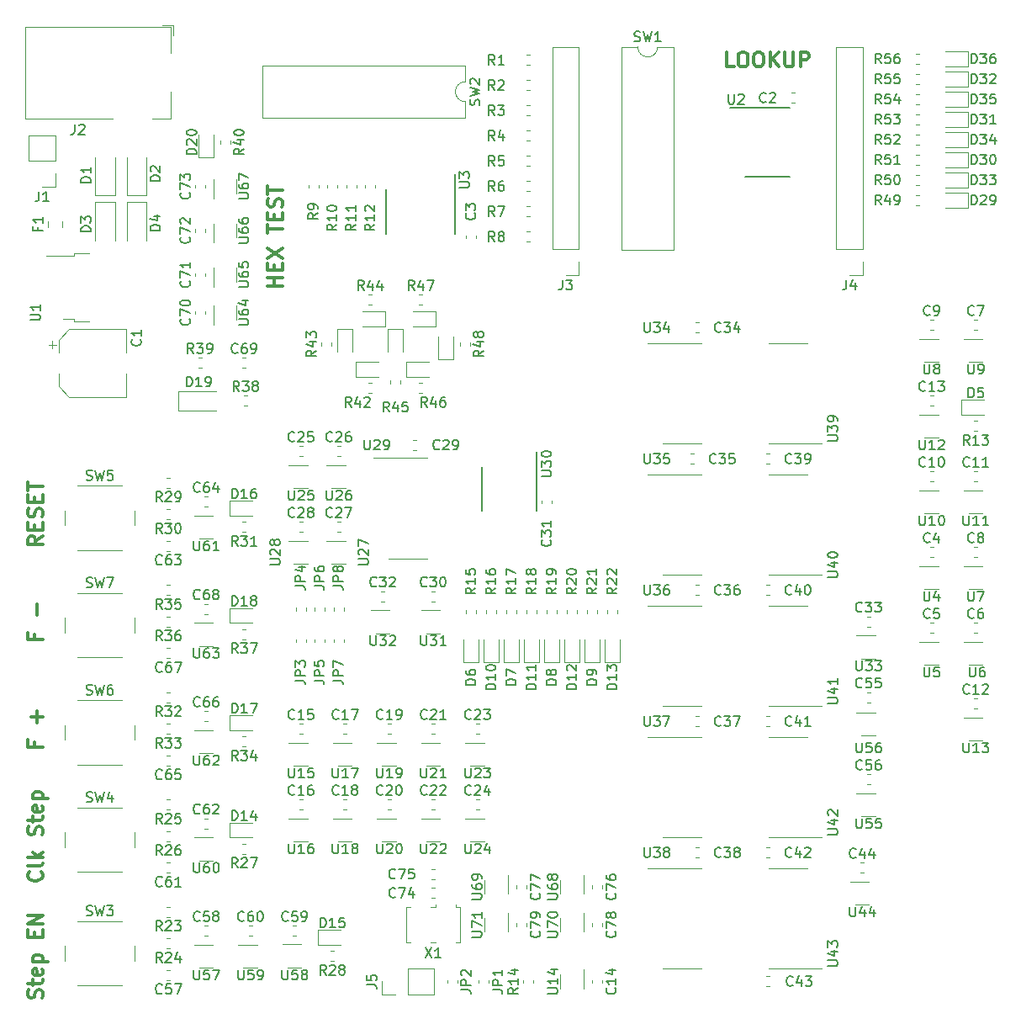
<source format=gbr>
G04 #@! TF.GenerationSoftware,KiCad,Pcbnew,(5.1.5)-3*
G04 #@! TF.CreationDate,2021-02-03T19:11:54+01:00*
G04 #@! TF.ProjectId,psMCU,70734d43-552e-46b6-9963-61645f706362,rev?*
G04 #@! TF.SameCoordinates,Original*
G04 #@! TF.FileFunction,Legend,Top*
G04 #@! TF.FilePolarity,Positive*
%FSLAX46Y46*%
G04 Gerber Fmt 4.6, Leading zero omitted, Abs format (unit mm)*
G04 Created by KiCad (PCBNEW (5.1.5)-3) date 2021-02-03 19:11:54*
%MOMM*%
%LPD*%
G04 APERTURE LIST*
%ADD10C,0.300000*%
%ADD11C,0.120000*%
%ADD12C,0.150000*%
G04 APERTURE END LIST*
D10*
X-129757857Y-28618571D02*
X-130472142Y-28618571D01*
X-130472142Y-27118571D01*
X-128972142Y-27118571D02*
X-128686428Y-27118571D01*
X-128543571Y-27190000D01*
X-128400714Y-27332857D01*
X-128329285Y-27618571D01*
X-128329285Y-28118571D01*
X-128400714Y-28404285D01*
X-128543571Y-28547142D01*
X-128686428Y-28618571D01*
X-128972142Y-28618571D01*
X-129115000Y-28547142D01*
X-129257857Y-28404285D01*
X-129329285Y-28118571D01*
X-129329285Y-27618571D01*
X-129257857Y-27332857D01*
X-129115000Y-27190000D01*
X-128972142Y-27118571D01*
X-127400714Y-27118571D02*
X-127115000Y-27118571D01*
X-126972142Y-27190000D01*
X-126829285Y-27332857D01*
X-126757857Y-27618571D01*
X-126757857Y-28118571D01*
X-126829285Y-28404285D01*
X-126972142Y-28547142D01*
X-127115000Y-28618571D01*
X-127400714Y-28618571D01*
X-127543571Y-28547142D01*
X-127686428Y-28404285D01*
X-127757857Y-28118571D01*
X-127757857Y-27618571D01*
X-127686428Y-27332857D01*
X-127543571Y-27190000D01*
X-127400714Y-27118571D01*
X-126115000Y-28618571D02*
X-126115000Y-27118571D01*
X-125257857Y-28618571D02*
X-125900714Y-27761428D01*
X-125257857Y-27118571D02*
X-126115000Y-27975714D01*
X-124615000Y-27118571D02*
X-124615000Y-28332857D01*
X-124543571Y-28475714D01*
X-124472142Y-28547142D01*
X-124329285Y-28618571D01*
X-124043571Y-28618571D01*
X-123900714Y-28547142D01*
X-123829285Y-28475714D01*
X-123757857Y-28332857D01*
X-123757857Y-27118571D01*
X-123043571Y-28618571D02*
X-123043571Y-27118571D01*
X-122472142Y-27118571D01*
X-122329285Y-27190000D01*
X-122257857Y-27261428D01*
X-122186428Y-27404285D01*
X-122186428Y-27618571D01*
X-122257857Y-27761428D01*
X-122329285Y-27832857D01*
X-122472142Y-27904285D01*
X-123043571Y-27904285D01*
X-175216428Y-50648571D02*
X-176716428Y-50648571D01*
X-176002142Y-50648571D02*
X-176002142Y-49791428D01*
X-175216428Y-49791428D02*
X-176716428Y-49791428D01*
X-176002142Y-49077142D02*
X-176002142Y-48577142D01*
X-175216428Y-48362857D02*
X-175216428Y-49077142D01*
X-176716428Y-49077142D01*
X-176716428Y-48362857D01*
X-176716428Y-47862857D02*
X-175216428Y-46862857D01*
X-176716428Y-46862857D02*
X-175216428Y-47862857D01*
X-176716428Y-45362857D02*
X-176716428Y-44505714D01*
X-175216428Y-44934285D02*
X-176716428Y-44934285D01*
X-176002142Y-44005714D02*
X-176002142Y-43505714D01*
X-175216428Y-43291428D02*
X-175216428Y-44005714D01*
X-176716428Y-44005714D01*
X-176716428Y-43291428D01*
X-175287857Y-42720000D02*
X-175216428Y-42505714D01*
X-175216428Y-42148571D01*
X-175287857Y-42005714D01*
X-175359285Y-41934285D01*
X-175502142Y-41862857D01*
X-175645000Y-41862857D01*
X-175787857Y-41934285D01*
X-175859285Y-42005714D01*
X-175930714Y-42148571D01*
X-176002142Y-42434285D01*
X-176073571Y-42577142D01*
X-176145000Y-42648571D01*
X-176287857Y-42720000D01*
X-176430714Y-42720000D01*
X-176573571Y-42648571D01*
X-176645000Y-42577142D01*
X-176716428Y-42434285D01*
X-176716428Y-42077142D01*
X-176645000Y-41862857D01*
X-176716428Y-41434285D02*
X-176716428Y-40577142D01*
X-175216428Y-41005714D02*
X-176716428Y-41005714D01*
X-199417857Y-122324285D02*
X-199346428Y-122110000D01*
X-199346428Y-121752857D01*
X-199417857Y-121610000D01*
X-199489285Y-121538571D01*
X-199632142Y-121467142D01*
X-199775000Y-121467142D01*
X-199917857Y-121538571D01*
X-199989285Y-121610000D01*
X-200060714Y-121752857D01*
X-200132142Y-122038571D01*
X-200203571Y-122181428D01*
X-200275000Y-122252857D01*
X-200417857Y-122324285D01*
X-200560714Y-122324285D01*
X-200703571Y-122252857D01*
X-200775000Y-122181428D01*
X-200846428Y-122038571D01*
X-200846428Y-121681428D01*
X-200775000Y-121467142D01*
X-200346428Y-121038571D02*
X-200346428Y-120467142D01*
X-200846428Y-120824285D02*
X-199560714Y-120824285D01*
X-199417857Y-120752857D01*
X-199346428Y-120610000D01*
X-199346428Y-120467142D01*
X-199417857Y-119395714D02*
X-199346428Y-119538571D01*
X-199346428Y-119824285D01*
X-199417857Y-119967142D01*
X-199560714Y-120038571D01*
X-200132142Y-120038571D01*
X-200275000Y-119967142D01*
X-200346428Y-119824285D01*
X-200346428Y-119538571D01*
X-200275000Y-119395714D01*
X-200132142Y-119324285D01*
X-199989285Y-119324285D01*
X-199846428Y-120038571D01*
X-200346428Y-118681428D02*
X-198846428Y-118681428D01*
X-200275000Y-118681428D02*
X-200346428Y-118538571D01*
X-200346428Y-118252857D01*
X-200275000Y-118110000D01*
X-200203571Y-118038571D01*
X-200060714Y-117967142D01*
X-199632142Y-117967142D01*
X-199489285Y-118038571D01*
X-199417857Y-118110000D01*
X-199346428Y-118252857D01*
X-199346428Y-118538571D01*
X-199417857Y-118681428D01*
X-200132142Y-116181428D02*
X-200132142Y-115681428D01*
X-199346428Y-115467142D02*
X-199346428Y-116181428D01*
X-200846428Y-116181428D01*
X-200846428Y-115467142D01*
X-199346428Y-114824285D02*
X-200846428Y-114824285D01*
X-199346428Y-113967142D01*
X-200846428Y-113967142D01*
X-199489285Y-109616428D02*
X-199417857Y-109687857D01*
X-199346428Y-109902142D01*
X-199346428Y-110045000D01*
X-199417857Y-110259285D01*
X-199560714Y-110402142D01*
X-199703571Y-110473571D01*
X-199989285Y-110545000D01*
X-200203571Y-110545000D01*
X-200489285Y-110473571D01*
X-200632142Y-110402142D01*
X-200775000Y-110259285D01*
X-200846428Y-110045000D01*
X-200846428Y-109902142D01*
X-200775000Y-109687857D01*
X-200703571Y-109616428D01*
X-199346428Y-108759285D02*
X-199417857Y-108902142D01*
X-199560714Y-108973571D01*
X-200846428Y-108973571D01*
X-199346428Y-108187857D02*
X-200846428Y-108187857D01*
X-199917857Y-108045000D02*
X-199346428Y-107616428D01*
X-200346428Y-107616428D02*
X-199775000Y-108187857D01*
X-199417857Y-105902142D02*
X-199346428Y-105687857D01*
X-199346428Y-105330714D01*
X-199417857Y-105187857D01*
X-199489285Y-105116428D01*
X-199632142Y-105045000D01*
X-199775000Y-105045000D01*
X-199917857Y-105116428D01*
X-199989285Y-105187857D01*
X-200060714Y-105330714D01*
X-200132142Y-105616428D01*
X-200203571Y-105759285D01*
X-200275000Y-105830714D01*
X-200417857Y-105902142D01*
X-200560714Y-105902142D01*
X-200703571Y-105830714D01*
X-200775000Y-105759285D01*
X-200846428Y-105616428D01*
X-200846428Y-105259285D01*
X-200775000Y-105045000D01*
X-200346428Y-104616428D02*
X-200346428Y-104045000D01*
X-200846428Y-104402142D02*
X-199560714Y-104402142D01*
X-199417857Y-104330714D01*
X-199346428Y-104187857D01*
X-199346428Y-104045000D01*
X-199417857Y-102973571D02*
X-199346428Y-103116428D01*
X-199346428Y-103402142D01*
X-199417857Y-103545000D01*
X-199560714Y-103616428D01*
X-200132142Y-103616428D01*
X-200275000Y-103545000D01*
X-200346428Y-103402142D01*
X-200346428Y-103116428D01*
X-200275000Y-102973571D01*
X-200132142Y-102902142D01*
X-199989285Y-102902142D01*
X-199846428Y-103616428D01*
X-200346428Y-102259285D02*
X-198846428Y-102259285D01*
X-200275000Y-102259285D02*
X-200346428Y-102116428D01*
X-200346428Y-101830714D01*
X-200275000Y-101687857D01*
X-200203571Y-101616428D01*
X-200060714Y-101545000D01*
X-199632142Y-101545000D01*
X-199489285Y-101616428D01*
X-199417857Y-101687857D01*
X-199346428Y-101830714D01*
X-199346428Y-102116428D01*
X-199417857Y-102259285D01*
X-200132142Y-96535714D02*
X-200132142Y-97035714D01*
X-199346428Y-97035714D02*
X-200846428Y-97035714D01*
X-200846428Y-96321428D01*
X-199917857Y-94607142D02*
X-199917857Y-93464285D01*
X-199346428Y-94035714D02*
X-200489285Y-94035714D01*
X-200132142Y-85740714D02*
X-200132142Y-86240714D01*
X-199346428Y-86240714D02*
X-200846428Y-86240714D01*
X-200846428Y-85526428D01*
X-199917857Y-83812142D02*
X-199917857Y-82669285D01*
X-199346428Y-75838571D02*
X-200060714Y-76338571D01*
X-199346428Y-76695714D02*
X-200846428Y-76695714D01*
X-200846428Y-76124285D01*
X-200775000Y-75981428D01*
X-200703571Y-75910000D01*
X-200560714Y-75838571D01*
X-200346428Y-75838571D01*
X-200203571Y-75910000D01*
X-200132142Y-75981428D01*
X-200060714Y-76124285D01*
X-200060714Y-76695714D01*
X-200132142Y-75195714D02*
X-200132142Y-74695714D01*
X-199346428Y-74481428D02*
X-199346428Y-75195714D01*
X-200846428Y-75195714D01*
X-200846428Y-74481428D01*
X-199417857Y-73910000D02*
X-199346428Y-73695714D01*
X-199346428Y-73338571D01*
X-199417857Y-73195714D01*
X-199489285Y-73124285D01*
X-199632142Y-73052857D01*
X-199775000Y-73052857D01*
X-199917857Y-73124285D01*
X-199989285Y-73195714D01*
X-200060714Y-73338571D01*
X-200132142Y-73624285D01*
X-200203571Y-73767142D01*
X-200275000Y-73838571D01*
X-200417857Y-73910000D01*
X-200560714Y-73910000D01*
X-200703571Y-73838571D01*
X-200775000Y-73767142D01*
X-200846428Y-73624285D01*
X-200846428Y-73267142D01*
X-200775000Y-73052857D01*
X-200132142Y-72410000D02*
X-200132142Y-71910000D01*
X-199346428Y-71695714D02*
X-199346428Y-72410000D01*
X-200846428Y-72410000D01*
X-200846428Y-71695714D01*
X-200846428Y-71267142D02*
X-200846428Y-70410000D01*
X-199346428Y-70838571D02*
X-200846428Y-70838571D01*
D11*
X-117540000Y-112920000D02*
X-116140000Y-112920000D01*
X-116140000Y-110600000D02*
X-118040000Y-110600000D01*
X-117002779Y-109730000D02*
X-116677221Y-109730000D01*
X-117002779Y-108710000D02*
X-116677221Y-108710000D01*
X-124333000Y-119360000D02*
X-120883000Y-119360000D01*
X-124333000Y-119360000D02*
X-126283000Y-119360000D01*
X-124333000Y-109240000D02*
X-122383000Y-109240000D01*
X-124333000Y-109240000D02*
X-126283000Y-109240000D01*
X-124333000Y-106152000D02*
X-120883000Y-106152000D01*
X-124333000Y-106152000D02*
X-126283000Y-106152000D01*
X-124333000Y-96032000D02*
X-122383000Y-96032000D01*
X-124333000Y-96032000D02*
X-126283000Y-96032000D01*
X-124333000Y-92944000D02*
X-120883000Y-92944000D01*
X-124333000Y-92944000D02*
X-126283000Y-92944000D01*
X-124333000Y-82824000D02*
X-122383000Y-82824000D01*
X-124333000Y-82824000D02*
X-126283000Y-82824000D01*
X-124333000Y-79736000D02*
X-120883000Y-79736000D01*
X-124333000Y-79736000D02*
X-126283000Y-79736000D01*
X-124333000Y-69616000D02*
X-122383000Y-69616000D01*
X-124333000Y-69616000D02*
X-126283000Y-69616000D01*
X-124333000Y-66528000D02*
X-120883000Y-66528000D01*
X-124333000Y-66528000D02*
X-126283000Y-66528000D01*
X-124333000Y-56408000D02*
X-122383000Y-56408000D01*
X-124333000Y-56408000D02*
X-126283000Y-56408000D01*
X-126527779Y-121160000D02*
X-126202221Y-121160000D01*
X-126527779Y-120140000D02*
X-126202221Y-120140000D01*
X-126527779Y-108206000D02*
X-126202221Y-108206000D01*
X-126527779Y-107186000D02*
X-126202221Y-107186000D01*
X-126527779Y-94998000D02*
X-126202221Y-94998000D01*
X-126527779Y-93978000D02*
X-126202221Y-93978000D01*
X-126527779Y-81790000D02*
X-126202221Y-81790000D01*
X-126527779Y-80770000D02*
X-126202221Y-80770000D01*
X-126527779Y-68582000D02*
X-126202221Y-68582000D01*
X-126527779Y-67562000D02*
X-126202221Y-67562000D01*
X-159750000Y-113135000D02*
X-159750000Y-112885000D01*
X-160290000Y-113135000D02*
X-159750000Y-113135000D01*
X-157320000Y-116735000D02*
X-157750000Y-116735000D01*
X-157320000Y-113135000D02*
X-157320000Y-116735000D01*
X-157750000Y-113135000D02*
X-157320000Y-113135000D01*
X-157750000Y-112885000D02*
X-157750000Y-113135000D01*
X-159750000Y-116735000D02*
X-160290000Y-116735000D01*
X-162720000Y-113135000D02*
X-162290000Y-113135000D01*
X-162720000Y-116735000D02*
X-162720000Y-113135000D01*
X-162290000Y-116735000D02*
X-162720000Y-116735000D01*
X-154830000Y-114235000D02*
X-154830000Y-115635000D01*
X-152510000Y-115635000D02*
X-152510000Y-113735000D01*
X-147210000Y-114235000D02*
X-147210000Y-115635000D01*
X-144890000Y-115635000D02*
X-144890000Y-113735000D01*
X-154830000Y-110425000D02*
X-154830000Y-111825000D01*
X-152510000Y-111825000D02*
X-152510000Y-109925000D01*
X-147210000Y-110425000D02*
X-147210000Y-111825000D01*
X-144890000Y-111825000D02*
X-144890000Y-109925000D01*
X-179815000Y-41340000D02*
X-179815000Y-39940000D01*
X-182135000Y-39940000D02*
X-182135000Y-41840000D01*
X-179815000Y-45785000D02*
X-179815000Y-44385000D01*
X-182135000Y-44385000D02*
X-182135000Y-46285000D01*
X-179815000Y-50230000D02*
X-179815000Y-48830000D01*
X-182135000Y-48830000D02*
X-182135000Y-50730000D01*
X-179815000Y-54040000D02*
X-179815000Y-52640000D01*
X-182135000Y-52640000D02*
X-182135000Y-54540000D01*
X-183580000Y-86885000D02*
X-182180000Y-86885000D01*
X-182180000Y-84565000D02*
X-184080000Y-84565000D01*
X-183580000Y-97680000D02*
X-182180000Y-97680000D01*
X-182180000Y-95360000D02*
X-184080000Y-95360000D01*
X-183580000Y-76090000D02*
X-182180000Y-76090000D01*
X-182180000Y-73770000D02*
X-184080000Y-73770000D01*
X-183580000Y-108475000D02*
X-182180000Y-108475000D01*
X-182180000Y-106155000D02*
X-184080000Y-106155000D01*
X-179135000Y-119270000D02*
X-177735000Y-119270000D01*
X-177735000Y-116950000D02*
X-179635000Y-116950000D01*
X-174690000Y-119230000D02*
X-173290000Y-119230000D01*
X-173290000Y-116910000D02*
X-175190000Y-116910000D01*
X-183580000Y-119270000D02*
X-182180000Y-119270000D01*
X-182180000Y-116950000D02*
X-184080000Y-116950000D01*
X-116905000Y-95915000D02*
X-115505000Y-95915000D01*
X-115505000Y-93595000D02*
X-117405000Y-93595000D01*
X-116905000Y-104030000D02*
X-115505000Y-104030000D01*
X-115505000Y-101710000D02*
X-117405000Y-101710000D01*
X-135001000Y-109240000D02*
X-138451000Y-109240000D01*
X-135001000Y-109240000D02*
X-133051000Y-109240000D01*
X-135001000Y-119360000D02*
X-136951000Y-119360000D01*
X-135001000Y-119360000D02*
X-133051000Y-119360000D01*
X-135001000Y-96032000D02*
X-138451000Y-96032000D01*
X-135001000Y-96032000D02*
X-133051000Y-96032000D01*
X-135001000Y-106152000D02*
X-136951000Y-106152000D01*
X-135001000Y-106152000D02*
X-133051000Y-106152000D01*
X-135001000Y-82824000D02*
X-138451000Y-82824000D01*
X-135001000Y-82824000D02*
X-133051000Y-82824000D01*
X-135001000Y-92944000D02*
X-136951000Y-92944000D01*
X-135001000Y-92944000D02*
X-133051000Y-92944000D01*
X-135001000Y-69616000D02*
X-138451000Y-69616000D01*
X-135001000Y-69616000D02*
X-133051000Y-69616000D01*
X-135001000Y-79736000D02*
X-136951000Y-79736000D01*
X-135001000Y-79736000D02*
X-133051000Y-79736000D01*
X-135001000Y-56408000D02*
X-138451000Y-56408000D01*
X-135001000Y-56408000D02*
X-133051000Y-56408000D01*
X-135001000Y-66528000D02*
X-136951000Y-66528000D01*
X-135001000Y-66528000D02*
X-133051000Y-66528000D01*
X-116905000Y-88155000D02*
X-115505000Y-88155000D01*
X-115505000Y-85835000D02*
X-117405000Y-85835000D01*
X-165800000Y-85615000D02*
X-164400000Y-85615000D01*
X-164400000Y-83295000D02*
X-166300000Y-83295000D01*
X-160720000Y-85615000D02*
X-159320000Y-85615000D01*
X-159320000Y-83295000D02*
X-161220000Y-83295000D01*
D12*
X-149600000Y-67345000D02*
X-149600000Y-73320000D01*
X-155125000Y-68920000D02*
X-155125000Y-73320000D01*
D11*
X-162560000Y-67965000D02*
X-166010000Y-67965000D01*
X-162560000Y-67965000D02*
X-160610000Y-67965000D01*
X-162560000Y-78085000D02*
X-164510000Y-78085000D01*
X-162560000Y-78085000D02*
X-160610000Y-78085000D01*
X-174055000Y-78630000D02*
X-172655000Y-78630000D01*
X-172655000Y-76310000D02*
X-174555000Y-76310000D01*
X-170245000Y-78630000D02*
X-168845000Y-78630000D01*
X-168845000Y-76310000D02*
X-170745000Y-76310000D01*
X-170245000Y-71010000D02*
X-168845000Y-71010000D01*
X-168845000Y-68690000D02*
X-170745000Y-68690000D01*
X-174055000Y-71010000D02*
X-172655000Y-71010000D01*
X-172655000Y-68690000D02*
X-174555000Y-68690000D01*
X-156275000Y-106570000D02*
X-154875000Y-106570000D01*
X-154875000Y-104250000D02*
X-156775000Y-104250000D01*
X-156275000Y-98950000D02*
X-154875000Y-98950000D01*
X-154875000Y-96630000D02*
X-156775000Y-96630000D01*
X-160720000Y-106570000D02*
X-159320000Y-106570000D01*
X-159320000Y-104250000D02*
X-161220000Y-104250000D01*
X-160720000Y-98950000D02*
X-159320000Y-98950000D01*
X-159320000Y-96630000D02*
X-161220000Y-96630000D01*
X-165165000Y-106570000D02*
X-163765000Y-106570000D01*
X-163765000Y-104250000D02*
X-165665000Y-104250000D01*
X-165165000Y-98950000D02*
X-163765000Y-98950000D01*
X-163765000Y-96630000D02*
X-165665000Y-96630000D01*
X-169610000Y-106570000D02*
X-168210000Y-106570000D01*
X-168210000Y-104250000D02*
X-170110000Y-104250000D01*
X-169610000Y-98950000D02*
X-168210000Y-98950000D01*
X-168210000Y-96630000D02*
X-170110000Y-96630000D01*
X-174055000Y-106570000D02*
X-172655000Y-106570000D01*
X-172655000Y-104250000D02*
X-174555000Y-104250000D01*
X-174055000Y-98950000D02*
X-172655000Y-98950000D01*
X-172655000Y-96630000D02*
X-174555000Y-96630000D01*
X-147210000Y-119950000D02*
X-147210000Y-121350000D01*
X-144890000Y-121350000D02*
X-144890000Y-119450000D01*
X-106110000Y-96410000D02*
X-104710000Y-96410000D01*
X-104710000Y-94090000D02*
X-106610000Y-94090000D01*
X-110555000Y-65930000D02*
X-109155000Y-65930000D01*
X-109155000Y-63610000D02*
X-111055000Y-63610000D01*
X-106110000Y-73550000D02*
X-104710000Y-73550000D01*
X-104710000Y-71230000D02*
X-106610000Y-71230000D01*
X-110555000Y-73550000D02*
X-109155000Y-73550000D01*
X-109155000Y-71230000D02*
X-111055000Y-71230000D01*
X-106110000Y-58310000D02*
X-104710000Y-58310000D01*
X-104710000Y-55990000D02*
X-106610000Y-55990000D01*
X-110555000Y-58310000D02*
X-109155000Y-58310000D01*
X-109155000Y-55990000D02*
X-111055000Y-55990000D01*
X-106110000Y-81170000D02*
X-104710000Y-81170000D01*
X-104710000Y-78850000D02*
X-106610000Y-78850000D01*
X-106110000Y-88770000D02*
X-104710000Y-88770000D01*
X-104710000Y-86450000D02*
X-106610000Y-86450000D01*
X-110555000Y-88790000D02*
X-109155000Y-88790000D01*
X-109155000Y-86470000D02*
X-111055000Y-86470000D01*
X-110555000Y-81170000D02*
X-109155000Y-81170000D01*
X-109155000Y-78850000D02*
X-111055000Y-78850000D01*
D12*
X-157840000Y-39430000D02*
X-157840000Y-45405000D01*
X-164740000Y-40955000D02*
X-164740000Y-45405000D01*
X-130115000Y-32745000D02*
X-124140000Y-32745000D01*
X-128590000Y-39645000D02*
X-124140000Y-39645000D01*
D11*
X-196145000Y-53980000D02*
X-197245000Y-53980000D01*
X-196145000Y-54250000D02*
X-196145000Y-53980000D01*
X-194645000Y-54250000D02*
X-196145000Y-54250000D01*
X-196145000Y-47620000D02*
X-198975000Y-47620000D01*
X-196145000Y-47350000D02*
X-196145000Y-47620000D01*
X-194645000Y-47350000D02*
X-196145000Y-47350000D01*
X-190100000Y-85550000D02*
X-190100000Y-84050000D01*
X-191350000Y-81550000D02*
X-195850000Y-81550000D01*
X-197100000Y-84050000D02*
X-197100000Y-85550000D01*
X-195850000Y-88050000D02*
X-191350000Y-88050000D01*
X-190100000Y-96345000D02*
X-190100000Y-94845000D01*
X-191350000Y-92345000D02*
X-195850000Y-92345000D01*
X-197100000Y-94845000D02*
X-197100000Y-96345000D01*
X-195850000Y-98845000D02*
X-191350000Y-98845000D01*
X-190100000Y-74755000D02*
X-190100000Y-73255000D01*
X-191350000Y-70755000D02*
X-195850000Y-70755000D01*
X-197100000Y-73255000D02*
X-197100000Y-74755000D01*
X-195850000Y-77255000D02*
X-191350000Y-77255000D01*
X-190100000Y-107140000D02*
X-190100000Y-105640000D01*
X-191350000Y-103140000D02*
X-195850000Y-103140000D01*
X-197100000Y-105640000D02*
X-197100000Y-107140000D01*
X-195850000Y-109640000D02*
X-191350000Y-109640000D01*
X-190100000Y-118570000D02*
X-190100000Y-117070000D01*
X-191350000Y-114570000D02*
X-195850000Y-114570000D01*
X-197100000Y-117070000D02*
X-197100000Y-118570000D01*
X-195850000Y-121070000D02*
X-191350000Y-121070000D01*
X-156785000Y-33765000D02*
X-156785000Y-32115000D01*
X-177225000Y-33765000D02*
X-156785000Y-33765000D01*
X-177225000Y-28465000D02*
X-177225000Y-33765000D01*
X-156785000Y-28465000D02*
X-177225000Y-28465000D01*
X-156785000Y-30115000D02*
X-156785000Y-28465000D01*
X-156785000Y-32115000D02*
G75*
G02X-156785000Y-30115000I0J1000000D01*
G01*
X-135780000Y-26610000D02*
X-137430000Y-26610000D01*
X-135780000Y-47050000D02*
X-135780000Y-26610000D01*
X-141080000Y-47050000D02*
X-135780000Y-47050000D01*
X-141080000Y-26610000D02*
X-141080000Y-47050000D01*
X-139430000Y-26610000D02*
X-141080000Y-26610000D01*
X-137430000Y-26610000D02*
G75*
G02X-139430000Y-26610000I-1000000J0D01*
G01*
X-111089221Y-27303000D02*
X-111414779Y-27303000D01*
X-111089221Y-28323000D02*
X-111414779Y-28323000D01*
X-111089221Y-29335000D02*
X-111414779Y-29335000D01*
X-111089221Y-30355000D02*
X-111414779Y-30355000D01*
X-111089221Y-31367000D02*
X-111414779Y-31367000D01*
X-111089221Y-32387000D02*
X-111414779Y-32387000D01*
X-111089221Y-33399000D02*
X-111414779Y-33399000D01*
X-111089221Y-34419000D02*
X-111414779Y-34419000D01*
X-111089221Y-35431000D02*
X-111414779Y-35431000D01*
X-111089221Y-36451000D02*
X-111414779Y-36451000D01*
X-111089221Y-37463000D02*
X-111414779Y-37463000D01*
X-111089221Y-38483000D02*
X-111414779Y-38483000D01*
X-111089221Y-39495000D02*
X-111414779Y-39495000D01*
X-111089221Y-40515000D02*
X-111414779Y-40515000D01*
X-111089221Y-41527000D02*
X-111414779Y-41527000D01*
X-111089221Y-42547000D02*
X-111414779Y-42547000D01*
X-157355000Y-56352221D02*
X-157355000Y-56677779D01*
X-156335000Y-56352221D02*
X-156335000Y-56677779D01*
X-161452779Y-52580000D02*
X-161127221Y-52580000D01*
X-161452779Y-51560000D02*
X-161127221Y-51560000D01*
X-161127221Y-60450000D02*
X-161452779Y-60450000D01*
X-161127221Y-61470000D02*
X-161452779Y-61470000D01*
X-164340000Y-60162221D02*
X-164340000Y-60487779D01*
X-163320000Y-60162221D02*
X-163320000Y-60487779D01*
X-166532779Y-52580000D02*
X-166207221Y-52580000D01*
X-166532779Y-51560000D02*
X-166207221Y-51560000D01*
X-170305000Y-56677779D02*
X-170305000Y-56352221D01*
X-171325000Y-56677779D02*
X-171325000Y-56352221D01*
X-166207221Y-60450000D02*
X-166532779Y-60450000D01*
X-166207221Y-61470000D02*
X-166532779Y-61470000D01*
X-181485000Y-36032221D02*
X-181485000Y-36357779D01*
X-180465000Y-36032221D02*
X-180465000Y-36357779D01*
X-183677779Y-58930000D02*
X-183352221Y-58930000D01*
X-183677779Y-57910000D02*
X-183352221Y-57910000D01*
X-179080279Y-62740000D02*
X-178754721Y-62740000D01*
X-179080279Y-61720000D02*
X-178754721Y-61720000D01*
X-178907221Y-85215000D02*
X-179232779Y-85215000D01*
X-178907221Y-86235000D02*
X-179232779Y-86235000D01*
X-186527221Y-83945000D02*
X-186852779Y-83945000D01*
X-186527221Y-84965000D02*
X-186852779Y-84965000D01*
X-186527221Y-80770000D02*
X-186852779Y-80770000D01*
X-186527221Y-81790000D02*
X-186852779Y-81790000D01*
X-178907221Y-96010000D02*
X-179232779Y-96010000D01*
X-178907221Y-97030000D02*
X-179232779Y-97030000D01*
X-186527221Y-94740000D02*
X-186852779Y-94740000D01*
X-186527221Y-95760000D02*
X-186852779Y-95760000D01*
X-186527221Y-91565000D02*
X-186852779Y-91565000D01*
X-186527221Y-92585000D02*
X-186852779Y-92585000D01*
X-178907221Y-74420000D02*
X-179232779Y-74420000D01*
X-178907221Y-75440000D02*
X-179232779Y-75440000D01*
X-186527221Y-73150000D02*
X-186852779Y-73150000D01*
X-186527221Y-74170000D02*
X-186852779Y-74170000D01*
X-186527221Y-69975000D02*
X-186852779Y-69975000D01*
X-186527221Y-70995000D02*
X-186852779Y-70995000D01*
X-170017221Y-117600000D02*
X-170342779Y-117600000D01*
X-170017221Y-118620000D02*
X-170342779Y-118620000D01*
X-178907221Y-106805000D02*
X-179232779Y-106805000D01*
X-178907221Y-107825000D02*
X-179232779Y-107825000D01*
X-186527221Y-105535000D02*
X-186852779Y-105535000D01*
X-186527221Y-106555000D02*
X-186852779Y-106555000D01*
X-186527221Y-102360000D02*
X-186852779Y-102360000D01*
X-186527221Y-103380000D02*
X-186852779Y-103380000D01*
X-186527221Y-116330000D02*
X-186852779Y-116330000D01*
X-186527221Y-117350000D02*
X-186852779Y-117350000D01*
X-186527221Y-113155000D02*
X-186852779Y-113155000D01*
X-186527221Y-114175000D02*
X-186852779Y-114175000D01*
X-141476000Y-83601779D02*
X-141476000Y-83276221D01*
X-142496000Y-83601779D02*
X-142496000Y-83276221D01*
X-143508000Y-83601779D02*
X-143508000Y-83276221D01*
X-144528000Y-83601779D02*
X-144528000Y-83276221D01*
X-145540000Y-83601779D02*
X-145540000Y-83276221D01*
X-146560000Y-83601779D02*
X-146560000Y-83276221D01*
X-147572000Y-83601779D02*
X-147572000Y-83276221D01*
X-148592000Y-83601779D02*
X-148592000Y-83276221D01*
X-149604000Y-83601779D02*
X-149604000Y-83276221D01*
X-150624000Y-83601779D02*
X-150624000Y-83276221D01*
X-151636000Y-83601779D02*
X-151636000Y-83276221D01*
X-152656000Y-83601779D02*
X-152656000Y-83276221D01*
X-153668000Y-83601779D02*
X-153668000Y-83276221D01*
X-154688000Y-83601779D02*
X-154688000Y-83276221D01*
X-155700000Y-83601779D02*
X-155700000Y-83276221D01*
X-156720000Y-83601779D02*
X-156720000Y-83276221D01*
X-149985000Y-120812779D02*
X-149985000Y-120487221D01*
X-151005000Y-120812779D02*
X-151005000Y-120487221D01*
X-105247221Y-64260000D02*
X-105572779Y-64260000D01*
X-105247221Y-65280000D02*
X-105572779Y-65280000D01*
X-165860000Y-40802779D02*
X-165860000Y-40477221D01*
X-166880000Y-40802779D02*
X-166880000Y-40477221D01*
X-167765000Y-40802779D02*
X-167765000Y-40477221D01*
X-168785000Y-40802779D02*
X-168785000Y-40477221D01*
X-169670000Y-40802779D02*
X-169670000Y-40477221D01*
X-170690000Y-40802779D02*
X-170690000Y-40477221D01*
X-171575000Y-40802779D02*
X-171575000Y-40477221D01*
X-172595000Y-40802779D02*
X-172595000Y-40477221D01*
X-150657779Y-46230000D02*
X-150332221Y-46230000D01*
X-150657779Y-45210000D02*
X-150332221Y-45210000D01*
X-150657779Y-43690000D02*
X-150332221Y-43690000D01*
X-150657779Y-42670000D02*
X-150332221Y-42670000D01*
X-150657779Y-41150000D02*
X-150332221Y-41150000D01*
X-150657779Y-40130000D02*
X-150332221Y-40130000D01*
X-150657779Y-38610000D02*
X-150332221Y-38610000D01*
X-150657779Y-37590000D02*
X-150332221Y-37590000D01*
X-150657779Y-36070000D02*
X-150332221Y-36070000D01*
X-150657779Y-35050000D02*
X-150332221Y-35050000D01*
X-150657779Y-33530000D02*
X-150332221Y-33530000D01*
X-150657779Y-32510000D02*
X-150332221Y-32510000D01*
X-150657779Y-30990000D02*
X-150332221Y-30990000D01*
X-150657779Y-29970000D02*
X-150332221Y-29970000D01*
X-150657779Y-28450000D02*
X-150332221Y-28450000D01*
X-150657779Y-27430000D02*
X-150332221Y-27430000D01*
X-170055000Y-83022221D02*
X-170055000Y-83347779D01*
X-169035000Y-83022221D02*
X-169035000Y-83347779D01*
X-169035000Y-86522779D02*
X-169035000Y-86197221D01*
X-170055000Y-86522779D02*
X-170055000Y-86197221D01*
X-171960000Y-83022221D02*
X-171960000Y-83347779D01*
X-170940000Y-83022221D02*
X-170940000Y-83347779D01*
X-170940000Y-86522779D02*
X-170940000Y-86197221D01*
X-171960000Y-86522779D02*
X-171960000Y-86197221D01*
X-173865000Y-83022221D02*
X-173865000Y-83347779D01*
X-172845000Y-83022221D02*
X-172845000Y-83347779D01*
X-172845000Y-86522779D02*
X-172845000Y-86197221D01*
X-173865000Y-86522779D02*
X-173865000Y-86197221D01*
X-158625000Y-120487221D02*
X-158625000Y-120812779D01*
X-157605000Y-120487221D02*
X-157605000Y-120812779D01*
X-155450000Y-120487221D02*
X-155450000Y-120812779D01*
X-154430000Y-120487221D02*
X-154430000Y-120812779D01*
X-165160000Y-121980000D02*
X-165160000Y-120650000D01*
X-163830000Y-121980000D02*
X-165160000Y-121980000D01*
X-162560000Y-121980000D02*
X-162560000Y-119320000D01*
X-162560000Y-119320000D02*
X-159960000Y-119320000D01*
X-162560000Y-121980000D02*
X-159960000Y-121980000D01*
X-159960000Y-121980000D02*
X-159960000Y-119320000D01*
X-116780000Y-49590000D02*
X-118110000Y-49590000D01*
X-116780000Y-48260000D02*
X-116780000Y-49590000D01*
X-116780000Y-46990000D02*
X-119440000Y-46990000D01*
X-119440000Y-46990000D02*
X-119440000Y-26610000D01*
X-116780000Y-46990000D02*
X-116780000Y-26610000D01*
X-116780000Y-26610000D02*
X-119440000Y-26610000D01*
X-145355000Y-49590000D02*
X-146685000Y-49590000D01*
X-145355000Y-48260000D02*
X-145355000Y-49590000D01*
X-145355000Y-46990000D02*
X-148015000Y-46990000D01*
X-148015000Y-46990000D02*
X-148015000Y-26610000D01*
X-145355000Y-46990000D02*
X-145355000Y-26610000D01*
X-145355000Y-26610000D02*
X-148015000Y-26610000D01*
X-186425000Y-24610000D02*
X-186425000Y-27210000D01*
X-201125000Y-24610000D02*
X-186425000Y-24610000D01*
X-186425000Y-33810000D02*
X-188325000Y-33810000D01*
X-186425000Y-31110000D02*
X-186425000Y-33810000D01*
X-201125000Y-33810000D02*
X-201125000Y-24610000D01*
X-192325000Y-33810000D02*
X-201125000Y-33810000D01*
X-187275000Y-24410000D02*
X-186225000Y-24410000D01*
X-186225000Y-25460000D02*
X-186225000Y-24410000D01*
X-198060000Y-40700000D02*
X-199390000Y-40700000D01*
X-198060000Y-39370000D02*
X-198060000Y-40700000D01*
X-198060000Y-38100000D02*
X-200720000Y-38100000D01*
X-200720000Y-38100000D02*
X-200720000Y-35500000D01*
X-198060000Y-38100000D02*
X-198060000Y-35500000D01*
X-198060000Y-35500000D02*
X-200720000Y-35500000D01*
X-197410000Y-44708578D02*
X-197410000Y-44191422D01*
X-198830000Y-44708578D02*
X-198830000Y-44191422D01*
X-106211000Y-27078000D02*
X-108496000Y-27078000D01*
X-106211000Y-28548000D02*
X-106211000Y-27078000D01*
X-108496000Y-28548000D02*
X-106211000Y-28548000D01*
X-106211000Y-31142000D02*
X-108496000Y-31142000D01*
X-106211000Y-32612000D02*
X-106211000Y-31142000D01*
X-108496000Y-32612000D02*
X-106211000Y-32612000D01*
X-106211000Y-35206000D02*
X-108496000Y-35206000D01*
X-106211000Y-36676000D02*
X-106211000Y-35206000D01*
X-108496000Y-36676000D02*
X-106211000Y-36676000D01*
X-106211000Y-39270000D02*
X-108496000Y-39270000D01*
X-106211000Y-40740000D02*
X-106211000Y-39270000D01*
X-108496000Y-40740000D02*
X-106211000Y-40740000D01*
X-106211000Y-29110000D02*
X-108496000Y-29110000D01*
X-106211000Y-30580000D02*
X-106211000Y-29110000D01*
X-108496000Y-30580000D02*
X-106211000Y-30580000D01*
X-106211000Y-33174000D02*
X-108496000Y-33174000D01*
X-106211000Y-34644000D02*
X-106211000Y-33174000D01*
X-108496000Y-34644000D02*
X-106211000Y-34644000D01*
X-106211000Y-37238000D02*
X-108496000Y-37238000D01*
X-106211000Y-38708000D02*
X-106211000Y-37238000D01*
X-108496000Y-38708000D02*
X-106211000Y-38708000D01*
X-106211000Y-41302000D02*
X-108496000Y-41302000D01*
X-106211000Y-42772000D02*
X-106211000Y-41302000D01*
X-108496000Y-42772000D02*
X-106211000Y-42772000D01*
X-158015000Y-58000000D02*
X-158015000Y-55715000D01*
X-159485000Y-58000000D02*
X-158015000Y-58000000D01*
X-159485000Y-55715000D02*
X-159485000Y-58000000D01*
X-159805000Y-53240000D02*
X-162090000Y-53240000D01*
X-159805000Y-54710000D02*
X-159805000Y-53240000D01*
X-162090000Y-54710000D02*
X-159805000Y-54710000D01*
X-162775000Y-59790000D02*
X-160490000Y-59790000D01*
X-162775000Y-58320000D02*
X-162775000Y-59790000D01*
X-160490000Y-58320000D02*
X-162775000Y-58320000D01*
X-164565000Y-55030000D02*
X-164565000Y-57315000D01*
X-163095000Y-55030000D02*
X-164565000Y-55030000D01*
X-163095000Y-57315000D02*
X-163095000Y-55030000D01*
X-164885000Y-53240000D02*
X-167170000Y-53240000D01*
X-164885000Y-54710000D02*
X-164885000Y-53240000D01*
X-167170000Y-54710000D02*
X-164885000Y-54710000D01*
X-169645000Y-55030000D02*
X-169645000Y-57315000D01*
X-168175000Y-55030000D02*
X-169645000Y-55030000D01*
X-168175000Y-57315000D02*
X-168175000Y-55030000D01*
X-167855000Y-59790000D02*
X-165570000Y-59790000D01*
X-167855000Y-58320000D02*
X-167855000Y-59790000D01*
X-165570000Y-58320000D02*
X-167855000Y-58320000D01*
X-182145000Y-37680000D02*
X-182145000Y-35395000D01*
X-183615000Y-37680000D02*
X-182145000Y-37680000D01*
X-183615000Y-35395000D02*
X-183615000Y-37680000D01*
X-185715000Y-61230000D02*
X-181865000Y-61230000D01*
X-185715000Y-63230000D02*
X-181865000Y-63230000D01*
X-185715000Y-61230000D02*
X-185715000Y-63230000D01*
X-180555000Y-84555000D02*
X-178270000Y-84555000D01*
X-180555000Y-83085000D02*
X-180555000Y-84555000D01*
X-178270000Y-83085000D02*
X-180555000Y-83085000D01*
X-180555000Y-95350000D02*
X-178270000Y-95350000D01*
X-180555000Y-93880000D02*
X-180555000Y-95350000D01*
X-178270000Y-93880000D02*
X-180555000Y-93880000D01*
X-180555000Y-73760000D02*
X-178270000Y-73760000D01*
X-180555000Y-72290000D02*
X-180555000Y-73760000D01*
X-178270000Y-72290000D02*
X-180555000Y-72290000D01*
X-171665000Y-116940000D02*
X-169380000Y-116940000D01*
X-171665000Y-115470000D02*
X-171665000Y-116940000D01*
X-169380000Y-115470000D02*
X-171665000Y-115470000D01*
X-180555000Y-106145000D02*
X-178270000Y-106145000D01*
X-180555000Y-104675000D02*
X-180555000Y-106145000D01*
X-178270000Y-104675000D02*
X-180555000Y-104675000D01*
X-141251000Y-88480000D02*
X-141251000Y-86195000D01*
X-142721000Y-88480000D02*
X-141251000Y-88480000D01*
X-142721000Y-86195000D02*
X-142721000Y-88480000D01*
X-145315000Y-88480000D02*
X-145315000Y-86195000D01*
X-146785000Y-88480000D02*
X-145315000Y-88480000D01*
X-146785000Y-86195000D02*
X-146785000Y-88480000D01*
X-149379000Y-88480000D02*
X-149379000Y-86195000D01*
X-150849000Y-88480000D02*
X-149379000Y-88480000D01*
X-150849000Y-86195000D02*
X-150849000Y-88480000D01*
X-153443000Y-88480000D02*
X-153443000Y-86195000D01*
X-154913000Y-88480000D02*
X-153443000Y-88480000D01*
X-154913000Y-86195000D02*
X-154913000Y-88480000D01*
X-143283000Y-88480000D02*
X-143283000Y-86195000D01*
X-144753000Y-88480000D02*
X-143283000Y-88480000D01*
X-144753000Y-86195000D02*
X-144753000Y-88480000D01*
X-147347000Y-88480000D02*
X-147347000Y-86195000D01*
X-148817000Y-88480000D02*
X-147347000Y-88480000D01*
X-148817000Y-86195000D02*
X-148817000Y-88480000D01*
X-151411000Y-88480000D02*
X-151411000Y-86195000D01*
X-152881000Y-88480000D02*
X-151411000Y-88480000D01*
X-152881000Y-86195000D02*
X-152881000Y-88480000D01*
X-155475000Y-88480000D02*
X-155475000Y-86195000D01*
X-156945000Y-88480000D02*
X-155475000Y-88480000D01*
X-156945000Y-86195000D02*
X-156945000Y-88480000D01*
X-106895000Y-63600000D02*
X-104610000Y-63600000D01*
X-106895000Y-62130000D02*
X-106895000Y-63600000D01*
X-104610000Y-62130000D02*
X-106895000Y-62130000D01*
X-188865000Y-42250000D02*
X-188865000Y-46100000D01*
X-190865000Y-42250000D02*
X-190865000Y-46100000D01*
X-188865000Y-42250000D02*
X-190865000Y-42250000D01*
X-192040000Y-42250000D02*
X-192040000Y-46100000D01*
X-194040000Y-42250000D02*
X-194040000Y-46100000D01*
X-192040000Y-42250000D02*
X-194040000Y-42250000D01*
X-190865000Y-41570000D02*
X-190865000Y-37720000D01*
X-188865000Y-41570000D02*
X-188865000Y-37720000D01*
X-190865000Y-41570000D02*
X-188865000Y-41570000D01*
X-194040000Y-41570000D02*
X-194040000Y-37720000D01*
X-192040000Y-41570000D02*
X-192040000Y-37720000D01*
X-194040000Y-41570000D02*
X-192040000Y-41570000D01*
X-151640000Y-114772221D02*
X-151640000Y-115097779D01*
X-150620000Y-114772221D02*
X-150620000Y-115097779D01*
X-144020000Y-114772221D02*
X-144020000Y-115097779D01*
X-143000000Y-114772221D02*
X-143000000Y-115097779D01*
X-151640000Y-110962221D02*
X-151640000Y-111287779D01*
X-150620000Y-110962221D02*
X-150620000Y-111287779D01*
X-144020000Y-110962221D02*
X-144020000Y-111287779D01*
X-143000000Y-110962221D02*
X-143000000Y-111287779D01*
X-160182779Y-110365000D02*
X-159857221Y-110365000D01*
X-160182779Y-109345000D02*
X-159857221Y-109345000D01*
X-160182779Y-112270000D02*
X-159857221Y-112270000D01*
X-160182779Y-111250000D02*
X-159857221Y-111250000D01*
X-183005000Y-40802779D02*
X-183005000Y-40477221D01*
X-184025000Y-40802779D02*
X-184025000Y-40477221D01*
X-183005000Y-45247779D02*
X-183005000Y-44922221D01*
X-184025000Y-45247779D02*
X-184025000Y-44922221D01*
X-183005000Y-49692779D02*
X-183005000Y-49367221D01*
X-184025000Y-49692779D02*
X-184025000Y-49367221D01*
X-183005000Y-53502779D02*
X-183005000Y-53177221D01*
X-184025000Y-53502779D02*
X-184025000Y-53177221D01*
X-179232779Y-58930000D02*
X-178907221Y-58930000D01*
X-179232779Y-57910000D02*
X-178907221Y-57910000D01*
X-183042779Y-83695000D02*
X-182717221Y-83695000D01*
X-183042779Y-82675000D02*
X-182717221Y-82675000D01*
X-186527221Y-87120000D02*
X-186852779Y-87120000D01*
X-186527221Y-88140000D02*
X-186852779Y-88140000D01*
X-183042779Y-94490000D02*
X-182717221Y-94490000D01*
X-183042779Y-93470000D02*
X-182717221Y-93470000D01*
X-186527221Y-97915000D02*
X-186852779Y-97915000D01*
X-186527221Y-98935000D02*
X-186852779Y-98935000D01*
X-183042779Y-72900000D02*
X-182717221Y-72900000D01*
X-183042779Y-71880000D02*
X-182717221Y-71880000D01*
X-186527221Y-76325000D02*
X-186852779Y-76325000D01*
X-186527221Y-77345000D02*
X-186852779Y-77345000D01*
X-183042779Y-105285000D02*
X-182717221Y-105285000D01*
X-183042779Y-104265000D02*
X-182717221Y-104265000D01*
X-186527221Y-108710000D02*
X-186852779Y-108710000D01*
X-186527221Y-109730000D02*
X-186852779Y-109730000D01*
X-178597779Y-116080000D02*
X-178272221Y-116080000D01*
X-178597779Y-115060000D02*
X-178272221Y-115060000D01*
X-174152779Y-116080000D02*
X-173827221Y-116080000D01*
X-174152779Y-115060000D02*
X-173827221Y-115060000D01*
X-183042779Y-116080000D02*
X-182717221Y-116080000D01*
X-183042779Y-115060000D02*
X-182717221Y-115060000D01*
X-186527221Y-119505000D02*
X-186852779Y-119505000D01*
X-186527221Y-120525000D02*
X-186852779Y-120525000D01*
X-116367779Y-100840000D02*
X-116042221Y-100840000D01*
X-116367779Y-99820000D02*
X-116042221Y-99820000D01*
X-116367779Y-92585000D02*
X-116042221Y-92585000D01*
X-116367779Y-91565000D02*
X-116042221Y-91565000D01*
X-133639779Y-108206000D02*
X-133314221Y-108206000D01*
X-133639779Y-107186000D02*
X-133314221Y-107186000D01*
X-133639779Y-94998000D02*
X-133314221Y-94998000D01*
X-133639779Y-93978000D02*
X-133314221Y-93978000D01*
X-133639779Y-81790000D02*
X-133314221Y-81790000D01*
X-133639779Y-80770000D02*
X-133314221Y-80770000D01*
X-134147779Y-68582000D02*
X-133822221Y-68582000D01*
X-134147779Y-67562000D02*
X-133822221Y-67562000D01*
X-133639779Y-55374000D02*
X-133314221Y-55374000D01*
X-133639779Y-54354000D02*
X-133314221Y-54354000D01*
X-116367779Y-84965000D02*
X-116042221Y-84965000D01*
X-116367779Y-83945000D02*
X-116042221Y-83945000D01*
X-165262779Y-82425000D02*
X-164937221Y-82425000D01*
X-165262779Y-81405000D02*
X-164937221Y-81405000D01*
X-149100000Y-72227221D02*
X-149100000Y-72552779D01*
X-148080000Y-72227221D02*
X-148080000Y-72552779D01*
X-160182779Y-82425000D02*
X-159857221Y-82425000D01*
X-160182779Y-81405000D02*
X-159857221Y-81405000D01*
X-162087779Y-67185000D02*
X-161762221Y-67185000D01*
X-162087779Y-66165000D02*
X-161762221Y-66165000D01*
X-173517779Y-75440000D02*
X-173192221Y-75440000D01*
X-173517779Y-74420000D02*
X-173192221Y-74420000D01*
X-169707779Y-75440000D02*
X-169382221Y-75440000D01*
X-169707779Y-74420000D02*
X-169382221Y-74420000D01*
X-169707779Y-67820000D02*
X-169382221Y-67820000D01*
X-169707779Y-66800000D02*
X-169382221Y-66800000D01*
X-173517779Y-67820000D02*
X-173192221Y-67820000D01*
X-173517779Y-66800000D02*
X-173192221Y-66800000D01*
X-155737779Y-103380000D02*
X-155412221Y-103380000D01*
X-155737779Y-102360000D02*
X-155412221Y-102360000D01*
X-155737779Y-95760000D02*
X-155412221Y-95760000D01*
X-155737779Y-94740000D02*
X-155412221Y-94740000D01*
X-160182779Y-103380000D02*
X-159857221Y-103380000D01*
X-160182779Y-102360000D02*
X-159857221Y-102360000D01*
X-160182779Y-95760000D02*
X-159857221Y-95760000D01*
X-160182779Y-94740000D02*
X-159857221Y-94740000D01*
X-164627779Y-103380000D02*
X-164302221Y-103380000D01*
X-164627779Y-102360000D02*
X-164302221Y-102360000D01*
X-164627779Y-95760000D02*
X-164302221Y-95760000D01*
X-164627779Y-94740000D02*
X-164302221Y-94740000D01*
X-169072779Y-103380000D02*
X-168747221Y-103380000D01*
X-169072779Y-102360000D02*
X-168747221Y-102360000D01*
X-169072779Y-95760000D02*
X-168747221Y-95760000D01*
X-169072779Y-94740000D02*
X-168747221Y-94740000D01*
X-173517779Y-103380000D02*
X-173192221Y-103380000D01*
X-173517779Y-102360000D02*
X-173192221Y-102360000D01*
X-173517779Y-95760000D02*
X-173192221Y-95760000D01*
X-173517779Y-94740000D02*
X-173192221Y-94740000D01*
X-144020000Y-120487221D02*
X-144020000Y-120812779D01*
X-143000000Y-120487221D02*
X-143000000Y-120812779D01*
X-110017779Y-62740000D02*
X-109692221Y-62740000D01*
X-110017779Y-61720000D02*
X-109692221Y-61720000D01*
X-105572779Y-93220000D02*
X-105247221Y-93220000D01*
X-105572779Y-92200000D02*
X-105247221Y-92200000D01*
X-105572779Y-70360000D02*
X-105247221Y-70360000D01*
X-105572779Y-69340000D02*
X-105247221Y-69340000D01*
X-110017779Y-70360000D02*
X-109692221Y-70360000D01*
X-110017779Y-69340000D02*
X-109692221Y-69340000D01*
X-110017779Y-55120000D02*
X-109692221Y-55120000D01*
X-110017779Y-54100000D02*
X-109692221Y-54100000D01*
X-105572779Y-77980000D02*
X-105247221Y-77980000D01*
X-105572779Y-76960000D02*
X-105247221Y-76960000D01*
X-105572779Y-55120000D02*
X-105247221Y-55120000D01*
X-105572779Y-54100000D02*
X-105247221Y-54100000D01*
X-105572779Y-85600000D02*
X-105247221Y-85600000D01*
X-105572779Y-84580000D02*
X-105247221Y-84580000D01*
X-110017779Y-85600000D02*
X-109692221Y-85600000D01*
X-110017779Y-84580000D02*
X-109692221Y-84580000D01*
X-110017779Y-77980000D02*
X-109692221Y-77980000D01*
X-110017779Y-76960000D02*
X-109692221Y-76960000D01*
X-156720000Y-45557221D02*
X-156720000Y-45882779D01*
X-155700000Y-45557221D02*
X-155700000Y-45882779D01*
X-123987779Y-32260000D02*
X-123662221Y-32260000D01*
X-123987779Y-31240000D02*
X-123662221Y-31240000D01*
X-198353750Y-56178750D02*
X-198353750Y-56966250D01*
X-198747500Y-56572500D02*
X-197960000Y-56572500D01*
X-197720000Y-60765563D02*
X-196655563Y-61830000D01*
X-197720000Y-56074437D02*
X-196655563Y-55010000D01*
X-197720000Y-56074437D02*
X-197720000Y-57360000D01*
X-197720000Y-60765563D02*
X-197720000Y-59480000D01*
X-196655563Y-61830000D02*
X-190900000Y-61830000D01*
X-196655563Y-55010000D02*
X-190900000Y-55010000D01*
X-190900000Y-55010000D02*
X-190900000Y-57360000D01*
X-190900000Y-61830000D02*
X-190900000Y-59480000D01*
D12*
X-118078095Y-113117380D02*
X-118078095Y-113926904D01*
X-118030476Y-114022142D01*
X-117982857Y-114069761D01*
X-117887619Y-114117380D01*
X-117697142Y-114117380D01*
X-117601904Y-114069761D01*
X-117554285Y-114022142D01*
X-117506666Y-113926904D01*
X-117506666Y-113117380D01*
X-116601904Y-113450714D02*
X-116601904Y-114117380D01*
X-116840000Y-113069761D02*
X-117078095Y-113784047D01*
X-116459047Y-113784047D01*
X-115649523Y-113450714D02*
X-115649523Y-114117380D01*
X-115887619Y-113069761D02*
X-116125714Y-113784047D01*
X-115506666Y-113784047D01*
X-117482857Y-108147142D02*
X-117530476Y-108194761D01*
X-117673333Y-108242380D01*
X-117768571Y-108242380D01*
X-117911428Y-108194761D01*
X-118006666Y-108099523D01*
X-118054285Y-108004285D01*
X-118101904Y-107813809D01*
X-118101904Y-107670952D01*
X-118054285Y-107480476D01*
X-118006666Y-107385238D01*
X-117911428Y-107290000D01*
X-117768571Y-107242380D01*
X-117673333Y-107242380D01*
X-117530476Y-107290000D01*
X-117482857Y-107337619D01*
X-116625714Y-107575714D02*
X-116625714Y-108242380D01*
X-116863809Y-107194761D02*
X-117101904Y-107909047D01*
X-116482857Y-107909047D01*
X-115673333Y-107575714D02*
X-115673333Y-108242380D01*
X-115911428Y-107194761D02*
X-116149523Y-107909047D01*
X-115530476Y-107909047D01*
X-120308619Y-119094095D02*
X-119499095Y-119094095D01*
X-119403857Y-119046476D01*
X-119356238Y-118998857D01*
X-119308619Y-118903619D01*
X-119308619Y-118713142D01*
X-119356238Y-118617904D01*
X-119403857Y-118570285D01*
X-119499095Y-118522666D01*
X-120308619Y-118522666D01*
X-119975285Y-117617904D02*
X-119308619Y-117617904D01*
X-120356238Y-117856000D02*
X-119641952Y-118094095D01*
X-119641952Y-117475047D01*
X-120308619Y-117189333D02*
X-120308619Y-116570285D01*
X-119927666Y-116903619D01*
X-119927666Y-116760761D01*
X-119880047Y-116665523D01*
X-119832428Y-116617904D01*
X-119737190Y-116570285D01*
X-119499095Y-116570285D01*
X-119403857Y-116617904D01*
X-119356238Y-116665523D01*
X-119308619Y-116760761D01*
X-119308619Y-117046476D01*
X-119356238Y-117141714D01*
X-119403857Y-117189333D01*
X-120308619Y-105886095D02*
X-119499095Y-105886095D01*
X-119403857Y-105838476D01*
X-119356238Y-105790857D01*
X-119308619Y-105695619D01*
X-119308619Y-105505142D01*
X-119356238Y-105409904D01*
X-119403857Y-105362285D01*
X-119499095Y-105314666D01*
X-120308619Y-105314666D01*
X-119975285Y-104409904D02*
X-119308619Y-104409904D01*
X-120356238Y-104648000D02*
X-119641952Y-104886095D01*
X-119641952Y-104267047D01*
X-120213380Y-103933714D02*
X-120261000Y-103886095D01*
X-120308619Y-103790857D01*
X-120308619Y-103552761D01*
X-120261000Y-103457523D01*
X-120213380Y-103409904D01*
X-120118142Y-103362285D01*
X-120022904Y-103362285D01*
X-119880047Y-103409904D01*
X-119308619Y-103981333D01*
X-119308619Y-103362285D01*
X-120308619Y-92678095D02*
X-119499095Y-92678095D01*
X-119403857Y-92630476D01*
X-119356238Y-92582857D01*
X-119308619Y-92487619D01*
X-119308619Y-92297142D01*
X-119356238Y-92201904D01*
X-119403857Y-92154285D01*
X-119499095Y-92106666D01*
X-120308619Y-92106666D01*
X-119975285Y-91201904D02*
X-119308619Y-91201904D01*
X-120356238Y-91440000D02*
X-119641952Y-91678095D01*
X-119641952Y-91059047D01*
X-119308619Y-90154285D02*
X-119308619Y-90725714D01*
X-119308619Y-90440000D02*
X-120308619Y-90440000D01*
X-120165761Y-90535238D01*
X-120070523Y-90630476D01*
X-120022904Y-90725714D01*
X-120308619Y-79978095D02*
X-119499095Y-79978095D01*
X-119403857Y-79930476D01*
X-119356238Y-79882857D01*
X-119308619Y-79787619D01*
X-119308619Y-79597142D01*
X-119356238Y-79501904D01*
X-119403857Y-79454285D01*
X-119499095Y-79406666D01*
X-120308619Y-79406666D01*
X-119975285Y-78501904D02*
X-119308619Y-78501904D01*
X-120356238Y-78740000D02*
X-119641952Y-78978095D01*
X-119641952Y-78359047D01*
X-120308619Y-77787619D02*
X-120308619Y-77692380D01*
X-120261000Y-77597142D01*
X-120213380Y-77549523D01*
X-120118142Y-77501904D01*
X-119927666Y-77454285D01*
X-119689571Y-77454285D01*
X-119499095Y-77501904D01*
X-119403857Y-77549523D01*
X-119356238Y-77597142D01*
X-119308619Y-77692380D01*
X-119308619Y-77787619D01*
X-119356238Y-77882857D01*
X-119403857Y-77930476D01*
X-119499095Y-77978095D01*
X-119689571Y-78025714D01*
X-119927666Y-78025714D01*
X-120118142Y-77978095D01*
X-120213380Y-77930476D01*
X-120261000Y-77882857D01*
X-120308619Y-77787619D01*
X-120308619Y-66262095D02*
X-119499095Y-66262095D01*
X-119403857Y-66214476D01*
X-119356238Y-66166857D01*
X-119308619Y-66071619D01*
X-119308619Y-65881142D01*
X-119356238Y-65785904D01*
X-119403857Y-65738285D01*
X-119499095Y-65690666D01*
X-120308619Y-65690666D01*
X-120308619Y-65309714D02*
X-120308619Y-64690666D01*
X-119927666Y-65024000D01*
X-119927666Y-64881142D01*
X-119880047Y-64785904D01*
X-119832428Y-64738285D01*
X-119737190Y-64690666D01*
X-119499095Y-64690666D01*
X-119403857Y-64738285D01*
X-119356238Y-64785904D01*
X-119308619Y-64881142D01*
X-119308619Y-65166857D01*
X-119356238Y-65262095D01*
X-119403857Y-65309714D01*
X-119308619Y-64214476D02*
X-119308619Y-64024000D01*
X-119356238Y-63928761D01*
X-119403857Y-63881142D01*
X-119546714Y-63785904D01*
X-119737190Y-63738285D01*
X-120118142Y-63738285D01*
X-120213380Y-63785904D01*
X-120261000Y-63833523D01*
X-120308619Y-63928761D01*
X-120308619Y-64119238D01*
X-120261000Y-64214476D01*
X-120213380Y-64262095D01*
X-120118142Y-64309714D01*
X-119880047Y-64309714D01*
X-119784809Y-64262095D01*
X-119737190Y-64214476D01*
X-119689571Y-64119238D01*
X-119689571Y-63928761D01*
X-119737190Y-63833523D01*
X-119784809Y-63785904D01*
X-119880047Y-63738285D01*
X-123832857Y-121007142D02*
X-123880476Y-121054761D01*
X-124023333Y-121102380D01*
X-124118571Y-121102380D01*
X-124261428Y-121054761D01*
X-124356666Y-120959523D01*
X-124404285Y-120864285D01*
X-124451904Y-120673809D01*
X-124451904Y-120530952D01*
X-124404285Y-120340476D01*
X-124356666Y-120245238D01*
X-124261428Y-120150000D01*
X-124118571Y-120102380D01*
X-124023333Y-120102380D01*
X-123880476Y-120150000D01*
X-123832857Y-120197619D01*
X-122975714Y-120435714D02*
X-122975714Y-121102380D01*
X-123213809Y-120054761D02*
X-123451904Y-120769047D01*
X-122832857Y-120769047D01*
X-122547142Y-120102380D02*
X-121928095Y-120102380D01*
X-122261428Y-120483333D01*
X-122118571Y-120483333D01*
X-122023333Y-120530952D01*
X-121975714Y-120578571D01*
X-121928095Y-120673809D01*
X-121928095Y-120911904D01*
X-121975714Y-121007142D01*
X-122023333Y-121054761D01*
X-122118571Y-121102380D01*
X-122404285Y-121102380D01*
X-122499523Y-121054761D01*
X-122547142Y-121007142D01*
X-123959857Y-108053142D02*
X-124007476Y-108100761D01*
X-124150333Y-108148380D01*
X-124245571Y-108148380D01*
X-124388428Y-108100761D01*
X-124483666Y-108005523D01*
X-124531285Y-107910285D01*
X-124578904Y-107719809D01*
X-124578904Y-107576952D01*
X-124531285Y-107386476D01*
X-124483666Y-107291238D01*
X-124388428Y-107196000D01*
X-124245571Y-107148380D01*
X-124150333Y-107148380D01*
X-124007476Y-107196000D01*
X-123959857Y-107243619D01*
X-123102714Y-107481714D02*
X-123102714Y-108148380D01*
X-123340809Y-107100761D02*
X-123578904Y-107815047D01*
X-122959857Y-107815047D01*
X-122626523Y-107243619D02*
X-122578904Y-107196000D01*
X-122483666Y-107148380D01*
X-122245571Y-107148380D01*
X-122150333Y-107196000D01*
X-122102714Y-107243619D01*
X-122055095Y-107338857D01*
X-122055095Y-107434095D01*
X-122102714Y-107576952D01*
X-122674142Y-108148380D01*
X-122055095Y-108148380D01*
X-123959857Y-94845142D02*
X-124007476Y-94892761D01*
X-124150333Y-94940380D01*
X-124245571Y-94940380D01*
X-124388428Y-94892761D01*
X-124483666Y-94797523D01*
X-124531285Y-94702285D01*
X-124578904Y-94511809D01*
X-124578904Y-94368952D01*
X-124531285Y-94178476D01*
X-124483666Y-94083238D01*
X-124388428Y-93988000D01*
X-124245571Y-93940380D01*
X-124150333Y-93940380D01*
X-124007476Y-93988000D01*
X-123959857Y-94035619D01*
X-123102714Y-94273714D02*
X-123102714Y-94940380D01*
X-123340809Y-93892761D02*
X-123578904Y-94607047D01*
X-122959857Y-94607047D01*
X-122055095Y-94940380D02*
X-122626523Y-94940380D01*
X-122340809Y-94940380D02*
X-122340809Y-93940380D01*
X-122436047Y-94083238D01*
X-122531285Y-94178476D01*
X-122626523Y-94226095D01*
X-123959857Y-81637142D02*
X-124007476Y-81684761D01*
X-124150333Y-81732380D01*
X-124245571Y-81732380D01*
X-124388428Y-81684761D01*
X-124483666Y-81589523D01*
X-124531285Y-81494285D01*
X-124578904Y-81303809D01*
X-124578904Y-81160952D01*
X-124531285Y-80970476D01*
X-124483666Y-80875238D01*
X-124388428Y-80780000D01*
X-124245571Y-80732380D01*
X-124150333Y-80732380D01*
X-124007476Y-80780000D01*
X-123959857Y-80827619D01*
X-123102714Y-81065714D02*
X-123102714Y-81732380D01*
X-123340809Y-80684761D02*
X-123578904Y-81399047D01*
X-122959857Y-81399047D01*
X-122388428Y-80732380D02*
X-122293190Y-80732380D01*
X-122197952Y-80780000D01*
X-122150333Y-80827619D01*
X-122102714Y-80922857D01*
X-122055095Y-81113333D01*
X-122055095Y-81351428D01*
X-122102714Y-81541904D01*
X-122150333Y-81637142D01*
X-122197952Y-81684761D01*
X-122293190Y-81732380D01*
X-122388428Y-81732380D01*
X-122483666Y-81684761D01*
X-122531285Y-81637142D01*
X-122578904Y-81541904D01*
X-122626523Y-81351428D01*
X-122626523Y-81113333D01*
X-122578904Y-80922857D01*
X-122531285Y-80827619D01*
X-122483666Y-80780000D01*
X-122388428Y-80732380D01*
X-123959857Y-68429142D02*
X-124007476Y-68476761D01*
X-124150333Y-68524380D01*
X-124245571Y-68524380D01*
X-124388428Y-68476761D01*
X-124483666Y-68381523D01*
X-124531285Y-68286285D01*
X-124578904Y-68095809D01*
X-124578904Y-67952952D01*
X-124531285Y-67762476D01*
X-124483666Y-67667238D01*
X-124388428Y-67572000D01*
X-124245571Y-67524380D01*
X-124150333Y-67524380D01*
X-124007476Y-67572000D01*
X-123959857Y-67619619D01*
X-123626523Y-67524380D02*
X-123007476Y-67524380D01*
X-123340809Y-67905333D01*
X-123197952Y-67905333D01*
X-123102714Y-67952952D01*
X-123055095Y-68000571D01*
X-123007476Y-68095809D01*
X-123007476Y-68333904D01*
X-123055095Y-68429142D01*
X-123102714Y-68476761D01*
X-123197952Y-68524380D01*
X-123483666Y-68524380D01*
X-123578904Y-68476761D01*
X-123626523Y-68429142D01*
X-122531285Y-68524380D02*
X-122340809Y-68524380D01*
X-122245571Y-68476761D01*
X-122197952Y-68429142D01*
X-122102714Y-68286285D01*
X-122055095Y-68095809D01*
X-122055095Y-67714857D01*
X-122102714Y-67619619D01*
X-122150333Y-67572000D01*
X-122245571Y-67524380D01*
X-122436047Y-67524380D01*
X-122531285Y-67572000D01*
X-122578904Y-67619619D01*
X-122626523Y-67714857D01*
X-122626523Y-67952952D01*
X-122578904Y-68048190D01*
X-122531285Y-68095809D01*
X-122436047Y-68143428D01*
X-122245571Y-68143428D01*
X-122150333Y-68095809D01*
X-122102714Y-68048190D01*
X-122055095Y-67952952D01*
X-160829523Y-117237380D02*
X-160162857Y-118237380D01*
X-160162857Y-117237380D02*
X-160829523Y-118237380D01*
X-159258095Y-118237380D02*
X-159829523Y-118237380D01*
X-159543809Y-118237380D02*
X-159543809Y-117237380D01*
X-159639047Y-117380238D01*
X-159734285Y-117475476D01*
X-159829523Y-117523095D01*
X-156122619Y-116173095D02*
X-155313095Y-116173095D01*
X-155217857Y-116125476D01*
X-155170238Y-116077857D01*
X-155122619Y-115982619D01*
X-155122619Y-115792142D01*
X-155170238Y-115696904D01*
X-155217857Y-115649285D01*
X-155313095Y-115601666D01*
X-156122619Y-115601666D01*
X-156122619Y-115220714D02*
X-156122619Y-114554047D01*
X-155122619Y-114982619D01*
X-155122619Y-113649285D02*
X-155122619Y-114220714D01*
X-155122619Y-113935000D02*
X-156122619Y-113935000D01*
X-155979761Y-114030238D01*
X-155884523Y-114125476D01*
X-155836904Y-114220714D01*
X-148502619Y-116173095D02*
X-147693095Y-116173095D01*
X-147597857Y-116125476D01*
X-147550238Y-116077857D01*
X-147502619Y-115982619D01*
X-147502619Y-115792142D01*
X-147550238Y-115696904D01*
X-147597857Y-115649285D01*
X-147693095Y-115601666D01*
X-148502619Y-115601666D01*
X-148502619Y-115220714D02*
X-148502619Y-114554047D01*
X-147502619Y-114982619D01*
X-148502619Y-113982619D02*
X-148502619Y-113887380D01*
X-148455000Y-113792142D01*
X-148407380Y-113744523D01*
X-148312142Y-113696904D01*
X-148121666Y-113649285D01*
X-147883571Y-113649285D01*
X-147693095Y-113696904D01*
X-147597857Y-113744523D01*
X-147550238Y-113792142D01*
X-147502619Y-113887380D01*
X-147502619Y-113982619D01*
X-147550238Y-114077857D01*
X-147597857Y-114125476D01*
X-147693095Y-114173095D01*
X-147883571Y-114220714D01*
X-148121666Y-114220714D01*
X-148312142Y-114173095D01*
X-148407380Y-114125476D01*
X-148455000Y-114077857D01*
X-148502619Y-113982619D01*
X-156122619Y-112363095D02*
X-155313095Y-112363095D01*
X-155217857Y-112315476D01*
X-155170238Y-112267857D01*
X-155122619Y-112172619D01*
X-155122619Y-111982142D01*
X-155170238Y-111886904D01*
X-155217857Y-111839285D01*
X-155313095Y-111791666D01*
X-156122619Y-111791666D01*
X-156122619Y-110886904D02*
X-156122619Y-111077380D01*
X-156075000Y-111172619D01*
X-156027380Y-111220238D01*
X-155884523Y-111315476D01*
X-155694047Y-111363095D01*
X-155313095Y-111363095D01*
X-155217857Y-111315476D01*
X-155170238Y-111267857D01*
X-155122619Y-111172619D01*
X-155122619Y-110982142D01*
X-155170238Y-110886904D01*
X-155217857Y-110839285D01*
X-155313095Y-110791666D01*
X-155551190Y-110791666D01*
X-155646428Y-110839285D01*
X-155694047Y-110886904D01*
X-155741666Y-110982142D01*
X-155741666Y-111172619D01*
X-155694047Y-111267857D01*
X-155646428Y-111315476D01*
X-155551190Y-111363095D01*
X-155122619Y-110315476D02*
X-155122619Y-110125000D01*
X-155170238Y-110029761D01*
X-155217857Y-109982142D01*
X-155360714Y-109886904D01*
X-155551190Y-109839285D01*
X-155932142Y-109839285D01*
X-156027380Y-109886904D01*
X-156075000Y-109934523D01*
X-156122619Y-110029761D01*
X-156122619Y-110220238D01*
X-156075000Y-110315476D01*
X-156027380Y-110363095D01*
X-155932142Y-110410714D01*
X-155694047Y-110410714D01*
X-155598809Y-110363095D01*
X-155551190Y-110315476D01*
X-155503571Y-110220238D01*
X-155503571Y-110029761D01*
X-155551190Y-109934523D01*
X-155598809Y-109886904D01*
X-155694047Y-109839285D01*
X-148502619Y-112363095D02*
X-147693095Y-112363095D01*
X-147597857Y-112315476D01*
X-147550238Y-112267857D01*
X-147502619Y-112172619D01*
X-147502619Y-111982142D01*
X-147550238Y-111886904D01*
X-147597857Y-111839285D01*
X-147693095Y-111791666D01*
X-148502619Y-111791666D01*
X-148502619Y-110886904D02*
X-148502619Y-111077380D01*
X-148455000Y-111172619D01*
X-148407380Y-111220238D01*
X-148264523Y-111315476D01*
X-148074047Y-111363095D01*
X-147693095Y-111363095D01*
X-147597857Y-111315476D01*
X-147550238Y-111267857D01*
X-147502619Y-111172619D01*
X-147502619Y-110982142D01*
X-147550238Y-110886904D01*
X-147597857Y-110839285D01*
X-147693095Y-110791666D01*
X-147931190Y-110791666D01*
X-148026428Y-110839285D01*
X-148074047Y-110886904D01*
X-148121666Y-110982142D01*
X-148121666Y-111172619D01*
X-148074047Y-111267857D01*
X-148026428Y-111315476D01*
X-147931190Y-111363095D01*
X-148074047Y-110220238D02*
X-148121666Y-110315476D01*
X-148169285Y-110363095D01*
X-148264523Y-110410714D01*
X-148312142Y-110410714D01*
X-148407380Y-110363095D01*
X-148455000Y-110315476D01*
X-148502619Y-110220238D01*
X-148502619Y-110029761D01*
X-148455000Y-109934523D01*
X-148407380Y-109886904D01*
X-148312142Y-109839285D01*
X-148264523Y-109839285D01*
X-148169285Y-109886904D01*
X-148121666Y-109934523D01*
X-148074047Y-110029761D01*
X-148074047Y-110220238D01*
X-148026428Y-110315476D01*
X-147978809Y-110363095D01*
X-147883571Y-110410714D01*
X-147693095Y-110410714D01*
X-147597857Y-110363095D01*
X-147550238Y-110315476D01*
X-147502619Y-110220238D01*
X-147502619Y-110029761D01*
X-147550238Y-109934523D01*
X-147597857Y-109886904D01*
X-147693095Y-109839285D01*
X-147883571Y-109839285D01*
X-147978809Y-109886904D01*
X-148026428Y-109934523D01*
X-148074047Y-110029761D01*
X-179617619Y-41878095D02*
X-178808095Y-41878095D01*
X-178712857Y-41830476D01*
X-178665238Y-41782857D01*
X-178617619Y-41687619D01*
X-178617619Y-41497142D01*
X-178665238Y-41401904D01*
X-178712857Y-41354285D01*
X-178808095Y-41306666D01*
X-179617619Y-41306666D01*
X-179617619Y-40401904D02*
X-179617619Y-40592380D01*
X-179570000Y-40687619D01*
X-179522380Y-40735238D01*
X-179379523Y-40830476D01*
X-179189047Y-40878095D01*
X-178808095Y-40878095D01*
X-178712857Y-40830476D01*
X-178665238Y-40782857D01*
X-178617619Y-40687619D01*
X-178617619Y-40497142D01*
X-178665238Y-40401904D01*
X-178712857Y-40354285D01*
X-178808095Y-40306666D01*
X-179046190Y-40306666D01*
X-179141428Y-40354285D01*
X-179189047Y-40401904D01*
X-179236666Y-40497142D01*
X-179236666Y-40687619D01*
X-179189047Y-40782857D01*
X-179141428Y-40830476D01*
X-179046190Y-40878095D01*
X-179617619Y-39973333D02*
X-179617619Y-39306666D01*
X-178617619Y-39735238D01*
X-179617619Y-46323095D02*
X-178808095Y-46323095D01*
X-178712857Y-46275476D01*
X-178665238Y-46227857D01*
X-178617619Y-46132619D01*
X-178617619Y-45942142D01*
X-178665238Y-45846904D01*
X-178712857Y-45799285D01*
X-178808095Y-45751666D01*
X-179617619Y-45751666D01*
X-179617619Y-44846904D02*
X-179617619Y-45037380D01*
X-179570000Y-45132619D01*
X-179522380Y-45180238D01*
X-179379523Y-45275476D01*
X-179189047Y-45323095D01*
X-178808095Y-45323095D01*
X-178712857Y-45275476D01*
X-178665238Y-45227857D01*
X-178617619Y-45132619D01*
X-178617619Y-44942142D01*
X-178665238Y-44846904D01*
X-178712857Y-44799285D01*
X-178808095Y-44751666D01*
X-179046190Y-44751666D01*
X-179141428Y-44799285D01*
X-179189047Y-44846904D01*
X-179236666Y-44942142D01*
X-179236666Y-45132619D01*
X-179189047Y-45227857D01*
X-179141428Y-45275476D01*
X-179046190Y-45323095D01*
X-179617619Y-43894523D02*
X-179617619Y-44085000D01*
X-179570000Y-44180238D01*
X-179522380Y-44227857D01*
X-179379523Y-44323095D01*
X-179189047Y-44370714D01*
X-178808095Y-44370714D01*
X-178712857Y-44323095D01*
X-178665238Y-44275476D01*
X-178617619Y-44180238D01*
X-178617619Y-43989761D01*
X-178665238Y-43894523D01*
X-178712857Y-43846904D01*
X-178808095Y-43799285D01*
X-179046190Y-43799285D01*
X-179141428Y-43846904D01*
X-179189047Y-43894523D01*
X-179236666Y-43989761D01*
X-179236666Y-44180238D01*
X-179189047Y-44275476D01*
X-179141428Y-44323095D01*
X-179046190Y-44370714D01*
X-179617619Y-50768095D02*
X-178808095Y-50768095D01*
X-178712857Y-50720476D01*
X-178665238Y-50672857D01*
X-178617619Y-50577619D01*
X-178617619Y-50387142D01*
X-178665238Y-50291904D01*
X-178712857Y-50244285D01*
X-178808095Y-50196666D01*
X-179617619Y-50196666D01*
X-179617619Y-49291904D02*
X-179617619Y-49482380D01*
X-179570000Y-49577619D01*
X-179522380Y-49625238D01*
X-179379523Y-49720476D01*
X-179189047Y-49768095D01*
X-178808095Y-49768095D01*
X-178712857Y-49720476D01*
X-178665238Y-49672857D01*
X-178617619Y-49577619D01*
X-178617619Y-49387142D01*
X-178665238Y-49291904D01*
X-178712857Y-49244285D01*
X-178808095Y-49196666D01*
X-179046190Y-49196666D01*
X-179141428Y-49244285D01*
X-179189047Y-49291904D01*
X-179236666Y-49387142D01*
X-179236666Y-49577619D01*
X-179189047Y-49672857D01*
X-179141428Y-49720476D01*
X-179046190Y-49768095D01*
X-179617619Y-48291904D02*
X-179617619Y-48768095D01*
X-179141428Y-48815714D01*
X-179189047Y-48768095D01*
X-179236666Y-48672857D01*
X-179236666Y-48434761D01*
X-179189047Y-48339523D01*
X-179141428Y-48291904D01*
X-179046190Y-48244285D01*
X-178808095Y-48244285D01*
X-178712857Y-48291904D01*
X-178665238Y-48339523D01*
X-178617619Y-48434761D01*
X-178617619Y-48672857D01*
X-178665238Y-48768095D01*
X-178712857Y-48815714D01*
X-179617619Y-54578095D02*
X-178808095Y-54578095D01*
X-178712857Y-54530476D01*
X-178665238Y-54482857D01*
X-178617619Y-54387619D01*
X-178617619Y-54197142D01*
X-178665238Y-54101904D01*
X-178712857Y-54054285D01*
X-178808095Y-54006666D01*
X-179617619Y-54006666D01*
X-179617619Y-53101904D02*
X-179617619Y-53292380D01*
X-179570000Y-53387619D01*
X-179522380Y-53435238D01*
X-179379523Y-53530476D01*
X-179189047Y-53578095D01*
X-178808095Y-53578095D01*
X-178712857Y-53530476D01*
X-178665238Y-53482857D01*
X-178617619Y-53387619D01*
X-178617619Y-53197142D01*
X-178665238Y-53101904D01*
X-178712857Y-53054285D01*
X-178808095Y-53006666D01*
X-179046190Y-53006666D01*
X-179141428Y-53054285D01*
X-179189047Y-53101904D01*
X-179236666Y-53197142D01*
X-179236666Y-53387619D01*
X-179189047Y-53482857D01*
X-179141428Y-53530476D01*
X-179046190Y-53578095D01*
X-179284285Y-52149523D02*
X-178617619Y-52149523D01*
X-179665238Y-52387619D02*
X-178950952Y-52625714D01*
X-178950952Y-52006666D01*
X-184118095Y-87082380D02*
X-184118095Y-87891904D01*
X-184070476Y-87987142D01*
X-184022857Y-88034761D01*
X-183927619Y-88082380D01*
X-183737142Y-88082380D01*
X-183641904Y-88034761D01*
X-183594285Y-87987142D01*
X-183546666Y-87891904D01*
X-183546666Y-87082380D01*
X-182641904Y-87082380D02*
X-182832380Y-87082380D01*
X-182927619Y-87130000D01*
X-182975238Y-87177619D01*
X-183070476Y-87320476D01*
X-183118095Y-87510952D01*
X-183118095Y-87891904D01*
X-183070476Y-87987142D01*
X-183022857Y-88034761D01*
X-182927619Y-88082380D01*
X-182737142Y-88082380D01*
X-182641904Y-88034761D01*
X-182594285Y-87987142D01*
X-182546666Y-87891904D01*
X-182546666Y-87653809D01*
X-182594285Y-87558571D01*
X-182641904Y-87510952D01*
X-182737142Y-87463333D01*
X-182927619Y-87463333D01*
X-183022857Y-87510952D01*
X-183070476Y-87558571D01*
X-183118095Y-87653809D01*
X-182213333Y-87082380D02*
X-181594285Y-87082380D01*
X-181927619Y-87463333D01*
X-181784761Y-87463333D01*
X-181689523Y-87510952D01*
X-181641904Y-87558571D01*
X-181594285Y-87653809D01*
X-181594285Y-87891904D01*
X-181641904Y-87987142D01*
X-181689523Y-88034761D01*
X-181784761Y-88082380D01*
X-182070476Y-88082380D01*
X-182165714Y-88034761D01*
X-182213333Y-87987142D01*
X-184118095Y-97877380D02*
X-184118095Y-98686904D01*
X-184070476Y-98782142D01*
X-184022857Y-98829761D01*
X-183927619Y-98877380D01*
X-183737142Y-98877380D01*
X-183641904Y-98829761D01*
X-183594285Y-98782142D01*
X-183546666Y-98686904D01*
X-183546666Y-97877380D01*
X-182641904Y-97877380D02*
X-182832380Y-97877380D01*
X-182927619Y-97925000D01*
X-182975238Y-97972619D01*
X-183070476Y-98115476D01*
X-183118095Y-98305952D01*
X-183118095Y-98686904D01*
X-183070476Y-98782142D01*
X-183022857Y-98829761D01*
X-182927619Y-98877380D01*
X-182737142Y-98877380D01*
X-182641904Y-98829761D01*
X-182594285Y-98782142D01*
X-182546666Y-98686904D01*
X-182546666Y-98448809D01*
X-182594285Y-98353571D01*
X-182641904Y-98305952D01*
X-182737142Y-98258333D01*
X-182927619Y-98258333D01*
X-183022857Y-98305952D01*
X-183070476Y-98353571D01*
X-183118095Y-98448809D01*
X-182165714Y-97972619D02*
X-182118095Y-97925000D01*
X-182022857Y-97877380D01*
X-181784761Y-97877380D01*
X-181689523Y-97925000D01*
X-181641904Y-97972619D01*
X-181594285Y-98067857D01*
X-181594285Y-98163095D01*
X-181641904Y-98305952D01*
X-182213333Y-98877380D01*
X-181594285Y-98877380D01*
X-184118095Y-76287380D02*
X-184118095Y-77096904D01*
X-184070476Y-77192142D01*
X-184022857Y-77239761D01*
X-183927619Y-77287380D01*
X-183737142Y-77287380D01*
X-183641904Y-77239761D01*
X-183594285Y-77192142D01*
X-183546666Y-77096904D01*
X-183546666Y-76287380D01*
X-182641904Y-76287380D02*
X-182832380Y-76287380D01*
X-182927619Y-76335000D01*
X-182975238Y-76382619D01*
X-183070476Y-76525476D01*
X-183118095Y-76715952D01*
X-183118095Y-77096904D01*
X-183070476Y-77192142D01*
X-183022857Y-77239761D01*
X-182927619Y-77287380D01*
X-182737142Y-77287380D01*
X-182641904Y-77239761D01*
X-182594285Y-77192142D01*
X-182546666Y-77096904D01*
X-182546666Y-76858809D01*
X-182594285Y-76763571D01*
X-182641904Y-76715952D01*
X-182737142Y-76668333D01*
X-182927619Y-76668333D01*
X-183022857Y-76715952D01*
X-183070476Y-76763571D01*
X-183118095Y-76858809D01*
X-181594285Y-77287380D02*
X-182165714Y-77287380D01*
X-181880000Y-77287380D02*
X-181880000Y-76287380D01*
X-181975238Y-76430238D01*
X-182070476Y-76525476D01*
X-182165714Y-76573095D01*
X-184118095Y-108672380D02*
X-184118095Y-109481904D01*
X-184070476Y-109577142D01*
X-184022857Y-109624761D01*
X-183927619Y-109672380D01*
X-183737142Y-109672380D01*
X-183641904Y-109624761D01*
X-183594285Y-109577142D01*
X-183546666Y-109481904D01*
X-183546666Y-108672380D01*
X-182641904Y-108672380D02*
X-182832380Y-108672380D01*
X-182927619Y-108720000D01*
X-182975238Y-108767619D01*
X-183070476Y-108910476D01*
X-183118095Y-109100952D01*
X-183118095Y-109481904D01*
X-183070476Y-109577142D01*
X-183022857Y-109624761D01*
X-182927619Y-109672380D01*
X-182737142Y-109672380D01*
X-182641904Y-109624761D01*
X-182594285Y-109577142D01*
X-182546666Y-109481904D01*
X-182546666Y-109243809D01*
X-182594285Y-109148571D01*
X-182641904Y-109100952D01*
X-182737142Y-109053333D01*
X-182927619Y-109053333D01*
X-183022857Y-109100952D01*
X-183070476Y-109148571D01*
X-183118095Y-109243809D01*
X-181927619Y-108672380D02*
X-181832380Y-108672380D01*
X-181737142Y-108720000D01*
X-181689523Y-108767619D01*
X-181641904Y-108862857D01*
X-181594285Y-109053333D01*
X-181594285Y-109291428D01*
X-181641904Y-109481904D01*
X-181689523Y-109577142D01*
X-181737142Y-109624761D01*
X-181832380Y-109672380D01*
X-181927619Y-109672380D01*
X-182022857Y-109624761D01*
X-182070476Y-109577142D01*
X-182118095Y-109481904D01*
X-182165714Y-109291428D01*
X-182165714Y-109053333D01*
X-182118095Y-108862857D01*
X-182070476Y-108767619D01*
X-182022857Y-108720000D01*
X-181927619Y-108672380D01*
X-179673095Y-119467380D02*
X-179673095Y-120276904D01*
X-179625476Y-120372142D01*
X-179577857Y-120419761D01*
X-179482619Y-120467380D01*
X-179292142Y-120467380D01*
X-179196904Y-120419761D01*
X-179149285Y-120372142D01*
X-179101666Y-120276904D01*
X-179101666Y-119467380D01*
X-178149285Y-119467380D02*
X-178625476Y-119467380D01*
X-178673095Y-119943571D01*
X-178625476Y-119895952D01*
X-178530238Y-119848333D01*
X-178292142Y-119848333D01*
X-178196904Y-119895952D01*
X-178149285Y-119943571D01*
X-178101666Y-120038809D01*
X-178101666Y-120276904D01*
X-178149285Y-120372142D01*
X-178196904Y-120419761D01*
X-178292142Y-120467380D01*
X-178530238Y-120467380D01*
X-178625476Y-120419761D01*
X-178673095Y-120372142D01*
X-177625476Y-120467380D02*
X-177435000Y-120467380D01*
X-177339761Y-120419761D01*
X-177292142Y-120372142D01*
X-177196904Y-120229285D01*
X-177149285Y-120038809D01*
X-177149285Y-119657857D01*
X-177196904Y-119562619D01*
X-177244523Y-119515000D01*
X-177339761Y-119467380D01*
X-177530238Y-119467380D01*
X-177625476Y-119515000D01*
X-177673095Y-119562619D01*
X-177720714Y-119657857D01*
X-177720714Y-119895952D01*
X-177673095Y-119991190D01*
X-177625476Y-120038809D01*
X-177530238Y-120086428D01*
X-177339761Y-120086428D01*
X-177244523Y-120038809D01*
X-177196904Y-119991190D01*
X-177149285Y-119895952D01*
X-175228095Y-119467380D02*
X-175228095Y-120276904D01*
X-175180476Y-120372142D01*
X-175132857Y-120419761D01*
X-175037619Y-120467380D01*
X-174847142Y-120467380D01*
X-174751904Y-120419761D01*
X-174704285Y-120372142D01*
X-174656666Y-120276904D01*
X-174656666Y-119467380D01*
X-173704285Y-119467380D02*
X-174180476Y-119467380D01*
X-174228095Y-119943571D01*
X-174180476Y-119895952D01*
X-174085238Y-119848333D01*
X-173847142Y-119848333D01*
X-173751904Y-119895952D01*
X-173704285Y-119943571D01*
X-173656666Y-120038809D01*
X-173656666Y-120276904D01*
X-173704285Y-120372142D01*
X-173751904Y-120419761D01*
X-173847142Y-120467380D01*
X-174085238Y-120467380D01*
X-174180476Y-120419761D01*
X-174228095Y-120372142D01*
X-173085238Y-119895952D02*
X-173180476Y-119848333D01*
X-173228095Y-119800714D01*
X-173275714Y-119705476D01*
X-173275714Y-119657857D01*
X-173228095Y-119562619D01*
X-173180476Y-119515000D01*
X-173085238Y-119467380D01*
X-172894761Y-119467380D01*
X-172799523Y-119515000D01*
X-172751904Y-119562619D01*
X-172704285Y-119657857D01*
X-172704285Y-119705476D01*
X-172751904Y-119800714D01*
X-172799523Y-119848333D01*
X-172894761Y-119895952D01*
X-173085238Y-119895952D01*
X-173180476Y-119943571D01*
X-173228095Y-119991190D01*
X-173275714Y-120086428D01*
X-173275714Y-120276904D01*
X-173228095Y-120372142D01*
X-173180476Y-120419761D01*
X-173085238Y-120467380D01*
X-172894761Y-120467380D01*
X-172799523Y-120419761D01*
X-172751904Y-120372142D01*
X-172704285Y-120276904D01*
X-172704285Y-120086428D01*
X-172751904Y-119991190D01*
X-172799523Y-119943571D01*
X-172894761Y-119895952D01*
X-184118095Y-119467380D02*
X-184118095Y-120276904D01*
X-184070476Y-120372142D01*
X-184022857Y-120419761D01*
X-183927619Y-120467380D01*
X-183737142Y-120467380D01*
X-183641904Y-120419761D01*
X-183594285Y-120372142D01*
X-183546666Y-120276904D01*
X-183546666Y-119467380D01*
X-182594285Y-119467380D02*
X-183070476Y-119467380D01*
X-183118095Y-119943571D01*
X-183070476Y-119895952D01*
X-182975238Y-119848333D01*
X-182737142Y-119848333D01*
X-182641904Y-119895952D01*
X-182594285Y-119943571D01*
X-182546666Y-120038809D01*
X-182546666Y-120276904D01*
X-182594285Y-120372142D01*
X-182641904Y-120419761D01*
X-182737142Y-120467380D01*
X-182975238Y-120467380D01*
X-183070476Y-120419761D01*
X-183118095Y-120372142D01*
X-182213333Y-119467380D02*
X-181546666Y-119467380D01*
X-181975238Y-120467380D01*
X-117443095Y-96607380D02*
X-117443095Y-97416904D01*
X-117395476Y-97512142D01*
X-117347857Y-97559761D01*
X-117252619Y-97607380D01*
X-117062142Y-97607380D01*
X-116966904Y-97559761D01*
X-116919285Y-97512142D01*
X-116871666Y-97416904D01*
X-116871666Y-96607380D01*
X-115919285Y-96607380D02*
X-116395476Y-96607380D01*
X-116443095Y-97083571D01*
X-116395476Y-97035952D01*
X-116300238Y-96988333D01*
X-116062142Y-96988333D01*
X-115966904Y-97035952D01*
X-115919285Y-97083571D01*
X-115871666Y-97178809D01*
X-115871666Y-97416904D01*
X-115919285Y-97512142D01*
X-115966904Y-97559761D01*
X-116062142Y-97607380D01*
X-116300238Y-97607380D01*
X-116395476Y-97559761D01*
X-116443095Y-97512142D01*
X-115014523Y-96607380D02*
X-115205000Y-96607380D01*
X-115300238Y-96655000D01*
X-115347857Y-96702619D01*
X-115443095Y-96845476D01*
X-115490714Y-97035952D01*
X-115490714Y-97416904D01*
X-115443095Y-97512142D01*
X-115395476Y-97559761D01*
X-115300238Y-97607380D01*
X-115109761Y-97607380D01*
X-115014523Y-97559761D01*
X-114966904Y-97512142D01*
X-114919285Y-97416904D01*
X-114919285Y-97178809D01*
X-114966904Y-97083571D01*
X-115014523Y-97035952D01*
X-115109761Y-96988333D01*
X-115300238Y-96988333D01*
X-115395476Y-97035952D01*
X-115443095Y-97083571D01*
X-115490714Y-97178809D01*
X-117443095Y-104227380D02*
X-117443095Y-105036904D01*
X-117395476Y-105132142D01*
X-117347857Y-105179761D01*
X-117252619Y-105227380D01*
X-117062142Y-105227380D01*
X-116966904Y-105179761D01*
X-116919285Y-105132142D01*
X-116871666Y-105036904D01*
X-116871666Y-104227380D01*
X-115919285Y-104227380D02*
X-116395476Y-104227380D01*
X-116443095Y-104703571D01*
X-116395476Y-104655952D01*
X-116300238Y-104608333D01*
X-116062142Y-104608333D01*
X-115966904Y-104655952D01*
X-115919285Y-104703571D01*
X-115871666Y-104798809D01*
X-115871666Y-105036904D01*
X-115919285Y-105132142D01*
X-115966904Y-105179761D01*
X-116062142Y-105227380D01*
X-116300238Y-105227380D01*
X-116395476Y-105179761D01*
X-116443095Y-105132142D01*
X-114966904Y-104227380D02*
X-115443095Y-104227380D01*
X-115490714Y-104703571D01*
X-115443095Y-104655952D01*
X-115347857Y-104608333D01*
X-115109761Y-104608333D01*
X-115014523Y-104655952D01*
X-114966904Y-104703571D01*
X-114919285Y-104798809D01*
X-114919285Y-105036904D01*
X-114966904Y-105132142D01*
X-115014523Y-105179761D01*
X-115109761Y-105227380D01*
X-115347857Y-105227380D01*
X-115443095Y-105179761D01*
X-115490714Y-105132142D01*
X-138779095Y-107148380D02*
X-138779095Y-107957904D01*
X-138731476Y-108053142D01*
X-138683857Y-108100761D01*
X-138588619Y-108148380D01*
X-138398142Y-108148380D01*
X-138302904Y-108100761D01*
X-138255285Y-108053142D01*
X-138207666Y-107957904D01*
X-138207666Y-107148380D01*
X-137826714Y-107148380D02*
X-137207666Y-107148380D01*
X-137541000Y-107529333D01*
X-137398142Y-107529333D01*
X-137302904Y-107576952D01*
X-137255285Y-107624571D01*
X-137207666Y-107719809D01*
X-137207666Y-107957904D01*
X-137255285Y-108053142D01*
X-137302904Y-108100761D01*
X-137398142Y-108148380D01*
X-137683857Y-108148380D01*
X-137779095Y-108100761D01*
X-137826714Y-108053142D01*
X-136636238Y-107576952D02*
X-136731476Y-107529333D01*
X-136779095Y-107481714D01*
X-136826714Y-107386476D01*
X-136826714Y-107338857D01*
X-136779095Y-107243619D01*
X-136731476Y-107196000D01*
X-136636238Y-107148380D01*
X-136445761Y-107148380D01*
X-136350523Y-107196000D01*
X-136302904Y-107243619D01*
X-136255285Y-107338857D01*
X-136255285Y-107386476D01*
X-136302904Y-107481714D01*
X-136350523Y-107529333D01*
X-136445761Y-107576952D01*
X-136636238Y-107576952D01*
X-136731476Y-107624571D01*
X-136779095Y-107672190D01*
X-136826714Y-107767428D01*
X-136826714Y-107957904D01*
X-136779095Y-108053142D01*
X-136731476Y-108100761D01*
X-136636238Y-108148380D01*
X-136445761Y-108148380D01*
X-136350523Y-108100761D01*
X-136302904Y-108053142D01*
X-136255285Y-107957904D01*
X-136255285Y-107767428D01*
X-136302904Y-107672190D01*
X-136350523Y-107624571D01*
X-136445761Y-107576952D01*
X-138779095Y-93940380D02*
X-138779095Y-94749904D01*
X-138731476Y-94845142D01*
X-138683857Y-94892761D01*
X-138588619Y-94940380D01*
X-138398142Y-94940380D01*
X-138302904Y-94892761D01*
X-138255285Y-94845142D01*
X-138207666Y-94749904D01*
X-138207666Y-93940380D01*
X-137826714Y-93940380D02*
X-137207666Y-93940380D01*
X-137541000Y-94321333D01*
X-137398142Y-94321333D01*
X-137302904Y-94368952D01*
X-137255285Y-94416571D01*
X-137207666Y-94511809D01*
X-137207666Y-94749904D01*
X-137255285Y-94845142D01*
X-137302904Y-94892761D01*
X-137398142Y-94940380D01*
X-137683857Y-94940380D01*
X-137779095Y-94892761D01*
X-137826714Y-94845142D01*
X-136874333Y-93940380D02*
X-136207666Y-93940380D01*
X-136636238Y-94940380D01*
X-138779095Y-80732380D02*
X-138779095Y-81541904D01*
X-138731476Y-81637142D01*
X-138683857Y-81684761D01*
X-138588619Y-81732380D01*
X-138398142Y-81732380D01*
X-138302904Y-81684761D01*
X-138255285Y-81637142D01*
X-138207666Y-81541904D01*
X-138207666Y-80732380D01*
X-137826714Y-80732380D02*
X-137207666Y-80732380D01*
X-137541000Y-81113333D01*
X-137398142Y-81113333D01*
X-137302904Y-81160952D01*
X-137255285Y-81208571D01*
X-137207666Y-81303809D01*
X-137207666Y-81541904D01*
X-137255285Y-81637142D01*
X-137302904Y-81684761D01*
X-137398142Y-81732380D01*
X-137683857Y-81732380D01*
X-137779095Y-81684761D01*
X-137826714Y-81637142D01*
X-136350523Y-80732380D02*
X-136541000Y-80732380D01*
X-136636238Y-80780000D01*
X-136683857Y-80827619D01*
X-136779095Y-80970476D01*
X-136826714Y-81160952D01*
X-136826714Y-81541904D01*
X-136779095Y-81637142D01*
X-136731476Y-81684761D01*
X-136636238Y-81732380D01*
X-136445761Y-81732380D01*
X-136350523Y-81684761D01*
X-136302904Y-81637142D01*
X-136255285Y-81541904D01*
X-136255285Y-81303809D01*
X-136302904Y-81208571D01*
X-136350523Y-81160952D01*
X-136445761Y-81113333D01*
X-136636238Y-81113333D01*
X-136731476Y-81160952D01*
X-136779095Y-81208571D01*
X-136826714Y-81303809D01*
X-138779095Y-67524380D02*
X-138779095Y-68333904D01*
X-138731476Y-68429142D01*
X-138683857Y-68476761D01*
X-138588619Y-68524380D01*
X-138398142Y-68524380D01*
X-138302904Y-68476761D01*
X-138255285Y-68429142D01*
X-138207666Y-68333904D01*
X-138207666Y-67524380D01*
X-137826714Y-67524380D02*
X-137207666Y-67524380D01*
X-137541000Y-67905333D01*
X-137398142Y-67905333D01*
X-137302904Y-67952952D01*
X-137255285Y-68000571D01*
X-137207666Y-68095809D01*
X-137207666Y-68333904D01*
X-137255285Y-68429142D01*
X-137302904Y-68476761D01*
X-137398142Y-68524380D01*
X-137683857Y-68524380D01*
X-137779095Y-68476761D01*
X-137826714Y-68429142D01*
X-136302904Y-67524380D02*
X-136779095Y-67524380D01*
X-136826714Y-68000571D01*
X-136779095Y-67952952D01*
X-136683857Y-67905333D01*
X-136445761Y-67905333D01*
X-136350523Y-67952952D01*
X-136302904Y-68000571D01*
X-136255285Y-68095809D01*
X-136255285Y-68333904D01*
X-136302904Y-68429142D01*
X-136350523Y-68476761D01*
X-136445761Y-68524380D01*
X-136683857Y-68524380D01*
X-136779095Y-68476761D01*
X-136826714Y-68429142D01*
X-138779095Y-54316380D02*
X-138779095Y-55125904D01*
X-138731476Y-55221142D01*
X-138683857Y-55268761D01*
X-138588619Y-55316380D01*
X-138398142Y-55316380D01*
X-138302904Y-55268761D01*
X-138255285Y-55221142D01*
X-138207666Y-55125904D01*
X-138207666Y-54316380D01*
X-137826714Y-54316380D02*
X-137207666Y-54316380D01*
X-137541000Y-54697333D01*
X-137398142Y-54697333D01*
X-137302904Y-54744952D01*
X-137255285Y-54792571D01*
X-137207666Y-54887809D01*
X-137207666Y-55125904D01*
X-137255285Y-55221142D01*
X-137302904Y-55268761D01*
X-137398142Y-55316380D01*
X-137683857Y-55316380D01*
X-137779095Y-55268761D01*
X-137826714Y-55221142D01*
X-136350523Y-54649714D02*
X-136350523Y-55316380D01*
X-136588619Y-54268761D02*
X-136826714Y-54983047D01*
X-136207666Y-54983047D01*
X-117443095Y-88352380D02*
X-117443095Y-89161904D01*
X-117395476Y-89257142D01*
X-117347857Y-89304761D01*
X-117252619Y-89352380D01*
X-117062142Y-89352380D01*
X-116966904Y-89304761D01*
X-116919285Y-89257142D01*
X-116871666Y-89161904D01*
X-116871666Y-88352380D01*
X-116490714Y-88352380D02*
X-115871666Y-88352380D01*
X-116205000Y-88733333D01*
X-116062142Y-88733333D01*
X-115966904Y-88780952D01*
X-115919285Y-88828571D01*
X-115871666Y-88923809D01*
X-115871666Y-89161904D01*
X-115919285Y-89257142D01*
X-115966904Y-89304761D01*
X-116062142Y-89352380D01*
X-116347857Y-89352380D01*
X-116443095Y-89304761D01*
X-116490714Y-89257142D01*
X-115538333Y-88352380D02*
X-114919285Y-88352380D01*
X-115252619Y-88733333D01*
X-115109761Y-88733333D01*
X-115014523Y-88780952D01*
X-114966904Y-88828571D01*
X-114919285Y-88923809D01*
X-114919285Y-89161904D01*
X-114966904Y-89257142D01*
X-115014523Y-89304761D01*
X-115109761Y-89352380D01*
X-115395476Y-89352380D01*
X-115490714Y-89304761D01*
X-115538333Y-89257142D01*
X-166338095Y-85812380D02*
X-166338095Y-86621904D01*
X-166290476Y-86717142D01*
X-166242857Y-86764761D01*
X-166147619Y-86812380D01*
X-165957142Y-86812380D01*
X-165861904Y-86764761D01*
X-165814285Y-86717142D01*
X-165766666Y-86621904D01*
X-165766666Y-85812380D01*
X-165385714Y-85812380D02*
X-164766666Y-85812380D01*
X-165100000Y-86193333D01*
X-164957142Y-86193333D01*
X-164861904Y-86240952D01*
X-164814285Y-86288571D01*
X-164766666Y-86383809D01*
X-164766666Y-86621904D01*
X-164814285Y-86717142D01*
X-164861904Y-86764761D01*
X-164957142Y-86812380D01*
X-165242857Y-86812380D01*
X-165338095Y-86764761D01*
X-165385714Y-86717142D01*
X-164385714Y-85907619D02*
X-164338095Y-85860000D01*
X-164242857Y-85812380D01*
X-164004761Y-85812380D01*
X-163909523Y-85860000D01*
X-163861904Y-85907619D01*
X-163814285Y-86002857D01*
X-163814285Y-86098095D01*
X-163861904Y-86240952D01*
X-164433333Y-86812380D01*
X-163814285Y-86812380D01*
X-161258095Y-85812380D02*
X-161258095Y-86621904D01*
X-161210476Y-86717142D01*
X-161162857Y-86764761D01*
X-161067619Y-86812380D01*
X-160877142Y-86812380D01*
X-160781904Y-86764761D01*
X-160734285Y-86717142D01*
X-160686666Y-86621904D01*
X-160686666Y-85812380D01*
X-160305714Y-85812380D02*
X-159686666Y-85812380D01*
X-160020000Y-86193333D01*
X-159877142Y-86193333D01*
X-159781904Y-86240952D01*
X-159734285Y-86288571D01*
X-159686666Y-86383809D01*
X-159686666Y-86621904D01*
X-159734285Y-86717142D01*
X-159781904Y-86764761D01*
X-159877142Y-86812380D01*
X-160162857Y-86812380D01*
X-160258095Y-86764761D01*
X-160305714Y-86717142D01*
X-158734285Y-86812380D02*
X-159305714Y-86812380D01*
X-159020000Y-86812380D02*
X-159020000Y-85812380D01*
X-159115238Y-85955238D01*
X-159210476Y-86050476D01*
X-159305714Y-86098095D01*
X-149137619Y-69818095D02*
X-148328095Y-69818095D01*
X-148232857Y-69770476D01*
X-148185238Y-69722857D01*
X-148137619Y-69627619D01*
X-148137619Y-69437142D01*
X-148185238Y-69341904D01*
X-148232857Y-69294285D01*
X-148328095Y-69246666D01*
X-149137619Y-69246666D01*
X-149137619Y-68865714D02*
X-149137619Y-68246666D01*
X-148756666Y-68580000D01*
X-148756666Y-68437142D01*
X-148709047Y-68341904D01*
X-148661428Y-68294285D01*
X-148566190Y-68246666D01*
X-148328095Y-68246666D01*
X-148232857Y-68294285D01*
X-148185238Y-68341904D01*
X-148137619Y-68437142D01*
X-148137619Y-68722857D01*
X-148185238Y-68818095D01*
X-148232857Y-68865714D01*
X-149137619Y-67627619D02*
X-149137619Y-67532380D01*
X-149090000Y-67437142D01*
X-149042380Y-67389523D01*
X-148947142Y-67341904D01*
X-148756666Y-67294285D01*
X-148518571Y-67294285D01*
X-148328095Y-67341904D01*
X-148232857Y-67389523D01*
X-148185238Y-67437142D01*
X-148137619Y-67532380D01*
X-148137619Y-67627619D01*
X-148185238Y-67722857D01*
X-148232857Y-67770476D01*
X-148328095Y-67818095D01*
X-148518571Y-67865714D01*
X-148756666Y-67865714D01*
X-148947142Y-67818095D01*
X-149042380Y-67770476D01*
X-149090000Y-67722857D01*
X-149137619Y-67627619D01*
X-166973095Y-66127380D02*
X-166973095Y-66936904D01*
X-166925476Y-67032142D01*
X-166877857Y-67079761D01*
X-166782619Y-67127380D01*
X-166592142Y-67127380D01*
X-166496904Y-67079761D01*
X-166449285Y-67032142D01*
X-166401666Y-66936904D01*
X-166401666Y-66127380D01*
X-165973095Y-66222619D02*
X-165925476Y-66175000D01*
X-165830238Y-66127380D01*
X-165592142Y-66127380D01*
X-165496904Y-66175000D01*
X-165449285Y-66222619D01*
X-165401666Y-66317857D01*
X-165401666Y-66413095D01*
X-165449285Y-66555952D01*
X-166020714Y-67127380D01*
X-165401666Y-67127380D01*
X-164925476Y-67127380D02*
X-164735000Y-67127380D01*
X-164639761Y-67079761D01*
X-164592142Y-67032142D01*
X-164496904Y-66889285D01*
X-164449285Y-66698809D01*
X-164449285Y-66317857D01*
X-164496904Y-66222619D01*
X-164544523Y-66175000D01*
X-164639761Y-66127380D01*
X-164830238Y-66127380D01*
X-164925476Y-66175000D01*
X-164973095Y-66222619D01*
X-165020714Y-66317857D01*
X-165020714Y-66555952D01*
X-164973095Y-66651190D01*
X-164925476Y-66698809D01*
X-164830238Y-66746428D01*
X-164639761Y-66746428D01*
X-164544523Y-66698809D01*
X-164496904Y-66651190D01*
X-164449285Y-66555952D01*
X-176442619Y-78708095D02*
X-175633095Y-78708095D01*
X-175537857Y-78660476D01*
X-175490238Y-78612857D01*
X-175442619Y-78517619D01*
X-175442619Y-78327142D01*
X-175490238Y-78231904D01*
X-175537857Y-78184285D01*
X-175633095Y-78136666D01*
X-176442619Y-78136666D01*
X-176347380Y-77708095D02*
X-176395000Y-77660476D01*
X-176442619Y-77565238D01*
X-176442619Y-77327142D01*
X-176395000Y-77231904D01*
X-176347380Y-77184285D01*
X-176252142Y-77136666D01*
X-176156904Y-77136666D01*
X-176014047Y-77184285D01*
X-175442619Y-77755714D01*
X-175442619Y-77136666D01*
X-176014047Y-76565238D02*
X-176061666Y-76660476D01*
X-176109285Y-76708095D01*
X-176204523Y-76755714D01*
X-176252142Y-76755714D01*
X-176347380Y-76708095D01*
X-176395000Y-76660476D01*
X-176442619Y-76565238D01*
X-176442619Y-76374761D01*
X-176395000Y-76279523D01*
X-176347380Y-76231904D01*
X-176252142Y-76184285D01*
X-176204523Y-76184285D01*
X-176109285Y-76231904D01*
X-176061666Y-76279523D01*
X-176014047Y-76374761D01*
X-176014047Y-76565238D01*
X-175966428Y-76660476D01*
X-175918809Y-76708095D01*
X-175823571Y-76755714D01*
X-175633095Y-76755714D01*
X-175537857Y-76708095D01*
X-175490238Y-76660476D01*
X-175442619Y-76565238D01*
X-175442619Y-76374761D01*
X-175490238Y-76279523D01*
X-175537857Y-76231904D01*
X-175633095Y-76184285D01*
X-175823571Y-76184285D01*
X-175918809Y-76231904D01*
X-175966428Y-76279523D01*
X-176014047Y-76374761D01*
X-167552619Y-78708095D02*
X-166743095Y-78708095D01*
X-166647857Y-78660476D01*
X-166600238Y-78612857D01*
X-166552619Y-78517619D01*
X-166552619Y-78327142D01*
X-166600238Y-78231904D01*
X-166647857Y-78184285D01*
X-166743095Y-78136666D01*
X-167552619Y-78136666D01*
X-167457380Y-77708095D02*
X-167505000Y-77660476D01*
X-167552619Y-77565238D01*
X-167552619Y-77327142D01*
X-167505000Y-77231904D01*
X-167457380Y-77184285D01*
X-167362142Y-77136666D01*
X-167266904Y-77136666D01*
X-167124047Y-77184285D01*
X-166552619Y-77755714D01*
X-166552619Y-77136666D01*
X-167552619Y-76803333D02*
X-167552619Y-76136666D01*
X-166552619Y-76565238D01*
X-170783095Y-71207380D02*
X-170783095Y-72016904D01*
X-170735476Y-72112142D01*
X-170687857Y-72159761D01*
X-170592619Y-72207380D01*
X-170402142Y-72207380D01*
X-170306904Y-72159761D01*
X-170259285Y-72112142D01*
X-170211666Y-72016904D01*
X-170211666Y-71207380D01*
X-169783095Y-71302619D02*
X-169735476Y-71255000D01*
X-169640238Y-71207380D01*
X-169402142Y-71207380D01*
X-169306904Y-71255000D01*
X-169259285Y-71302619D01*
X-169211666Y-71397857D01*
X-169211666Y-71493095D01*
X-169259285Y-71635952D01*
X-169830714Y-72207380D01*
X-169211666Y-72207380D01*
X-168354523Y-71207380D02*
X-168545000Y-71207380D01*
X-168640238Y-71255000D01*
X-168687857Y-71302619D01*
X-168783095Y-71445476D01*
X-168830714Y-71635952D01*
X-168830714Y-72016904D01*
X-168783095Y-72112142D01*
X-168735476Y-72159761D01*
X-168640238Y-72207380D01*
X-168449761Y-72207380D01*
X-168354523Y-72159761D01*
X-168306904Y-72112142D01*
X-168259285Y-72016904D01*
X-168259285Y-71778809D01*
X-168306904Y-71683571D01*
X-168354523Y-71635952D01*
X-168449761Y-71588333D01*
X-168640238Y-71588333D01*
X-168735476Y-71635952D01*
X-168783095Y-71683571D01*
X-168830714Y-71778809D01*
X-174593095Y-71207380D02*
X-174593095Y-72016904D01*
X-174545476Y-72112142D01*
X-174497857Y-72159761D01*
X-174402619Y-72207380D01*
X-174212142Y-72207380D01*
X-174116904Y-72159761D01*
X-174069285Y-72112142D01*
X-174021666Y-72016904D01*
X-174021666Y-71207380D01*
X-173593095Y-71302619D02*
X-173545476Y-71255000D01*
X-173450238Y-71207380D01*
X-173212142Y-71207380D01*
X-173116904Y-71255000D01*
X-173069285Y-71302619D01*
X-173021666Y-71397857D01*
X-173021666Y-71493095D01*
X-173069285Y-71635952D01*
X-173640714Y-72207380D01*
X-173021666Y-72207380D01*
X-172116904Y-71207380D02*
X-172593095Y-71207380D01*
X-172640714Y-71683571D01*
X-172593095Y-71635952D01*
X-172497857Y-71588333D01*
X-172259761Y-71588333D01*
X-172164523Y-71635952D01*
X-172116904Y-71683571D01*
X-172069285Y-71778809D01*
X-172069285Y-72016904D01*
X-172116904Y-72112142D01*
X-172164523Y-72159761D01*
X-172259761Y-72207380D01*
X-172497857Y-72207380D01*
X-172593095Y-72159761D01*
X-172640714Y-72112142D01*
X-156813095Y-106767380D02*
X-156813095Y-107576904D01*
X-156765476Y-107672142D01*
X-156717857Y-107719761D01*
X-156622619Y-107767380D01*
X-156432142Y-107767380D01*
X-156336904Y-107719761D01*
X-156289285Y-107672142D01*
X-156241666Y-107576904D01*
X-156241666Y-106767380D01*
X-155813095Y-106862619D02*
X-155765476Y-106815000D01*
X-155670238Y-106767380D01*
X-155432142Y-106767380D01*
X-155336904Y-106815000D01*
X-155289285Y-106862619D01*
X-155241666Y-106957857D01*
X-155241666Y-107053095D01*
X-155289285Y-107195952D01*
X-155860714Y-107767380D01*
X-155241666Y-107767380D01*
X-154384523Y-107100714D02*
X-154384523Y-107767380D01*
X-154622619Y-106719761D02*
X-154860714Y-107434047D01*
X-154241666Y-107434047D01*
X-156813095Y-99147380D02*
X-156813095Y-99956904D01*
X-156765476Y-100052142D01*
X-156717857Y-100099761D01*
X-156622619Y-100147380D01*
X-156432142Y-100147380D01*
X-156336904Y-100099761D01*
X-156289285Y-100052142D01*
X-156241666Y-99956904D01*
X-156241666Y-99147380D01*
X-155813095Y-99242619D02*
X-155765476Y-99195000D01*
X-155670238Y-99147380D01*
X-155432142Y-99147380D01*
X-155336904Y-99195000D01*
X-155289285Y-99242619D01*
X-155241666Y-99337857D01*
X-155241666Y-99433095D01*
X-155289285Y-99575952D01*
X-155860714Y-100147380D01*
X-155241666Y-100147380D01*
X-154908333Y-99147380D02*
X-154289285Y-99147380D01*
X-154622619Y-99528333D01*
X-154479761Y-99528333D01*
X-154384523Y-99575952D01*
X-154336904Y-99623571D01*
X-154289285Y-99718809D01*
X-154289285Y-99956904D01*
X-154336904Y-100052142D01*
X-154384523Y-100099761D01*
X-154479761Y-100147380D01*
X-154765476Y-100147380D01*
X-154860714Y-100099761D01*
X-154908333Y-100052142D01*
X-161258095Y-106767380D02*
X-161258095Y-107576904D01*
X-161210476Y-107672142D01*
X-161162857Y-107719761D01*
X-161067619Y-107767380D01*
X-160877142Y-107767380D01*
X-160781904Y-107719761D01*
X-160734285Y-107672142D01*
X-160686666Y-107576904D01*
X-160686666Y-106767380D01*
X-160258095Y-106862619D02*
X-160210476Y-106815000D01*
X-160115238Y-106767380D01*
X-159877142Y-106767380D01*
X-159781904Y-106815000D01*
X-159734285Y-106862619D01*
X-159686666Y-106957857D01*
X-159686666Y-107053095D01*
X-159734285Y-107195952D01*
X-160305714Y-107767380D01*
X-159686666Y-107767380D01*
X-159305714Y-106862619D02*
X-159258095Y-106815000D01*
X-159162857Y-106767380D01*
X-158924761Y-106767380D01*
X-158829523Y-106815000D01*
X-158781904Y-106862619D01*
X-158734285Y-106957857D01*
X-158734285Y-107053095D01*
X-158781904Y-107195952D01*
X-159353333Y-107767380D01*
X-158734285Y-107767380D01*
X-161258095Y-99147380D02*
X-161258095Y-99956904D01*
X-161210476Y-100052142D01*
X-161162857Y-100099761D01*
X-161067619Y-100147380D01*
X-160877142Y-100147380D01*
X-160781904Y-100099761D01*
X-160734285Y-100052142D01*
X-160686666Y-99956904D01*
X-160686666Y-99147380D01*
X-160258095Y-99242619D02*
X-160210476Y-99195000D01*
X-160115238Y-99147380D01*
X-159877142Y-99147380D01*
X-159781904Y-99195000D01*
X-159734285Y-99242619D01*
X-159686666Y-99337857D01*
X-159686666Y-99433095D01*
X-159734285Y-99575952D01*
X-160305714Y-100147380D01*
X-159686666Y-100147380D01*
X-158734285Y-100147380D02*
X-159305714Y-100147380D01*
X-159020000Y-100147380D02*
X-159020000Y-99147380D01*
X-159115238Y-99290238D01*
X-159210476Y-99385476D01*
X-159305714Y-99433095D01*
X-165703095Y-106767380D02*
X-165703095Y-107576904D01*
X-165655476Y-107672142D01*
X-165607857Y-107719761D01*
X-165512619Y-107767380D01*
X-165322142Y-107767380D01*
X-165226904Y-107719761D01*
X-165179285Y-107672142D01*
X-165131666Y-107576904D01*
X-165131666Y-106767380D01*
X-164703095Y-106862619D02*
X-164655476Y-106815000D01*
X-164560238Y-106767380D01*
X-164322142Y-106767380D01*
X-164226904Y-106815000D01*
X-164179285Y-106862619D01*
X-164131666Y-106957857D01*
X-164131666Y-107053095D01*
X-164179285Y-107195952D01*
X-164750714Y-107767380D01*
X-164131666Y-107767380D01*
X-163512619Y-106767380D02*
X-163417380Y-106767380D01*
X-163322142Y-106815000D01*
X-163274523Y-106862619D01*
X-163226904Y-106957857D01*
X-163179285Y-107148333D01*
X-163179285Y-107386428D01*
X-163226904Y-107576904D01*
X-163274523Y-107672142D01*
X-163322142Y-107719761D01*
X-163417380Y-107767380D01*
X-163512619Y-107767380D01*
X-163607857Y-107719761D01*
X-163655476Y-107672142D01*
X-163703095Y-107576904D01*
X-163750714Y-107386428D01*
X-163750714Y-107148333D01*
X-163703095Y-106957857D01*
X-163655476Y-106862619D01*
X-163607857Y-106815000D01*
X-163512619Y-106767380D01*
X-165703095Y-99147380D02*
X-165703095Y-99956904D01*
X-165655476Y-100052142D01*
X-165607857Y-100099761D01*
X-165512619Y-100147380D01*
X-165322142Y-100147380D01*
X-165226904Y-100099761D01*
X-165179285Y-100052142D01*
X-165131666Y-99956904D01*
X-165131666Y-99147380D01*
X-164131666Y-100147380D02*
X-164703095Y-100147380D01*
X-164417380Y-100147380D02*
X-164417380Y-99147380D01*
X-164512619Y-99290238D01*
X-164607857Y-99385476D01*
X-164703095Y-99433095D01*
X-163655476Y-100147380D02*
X-163465000Y-100147380D01*
X-163369761Y-100099761D01*
X-163322142Y-100052142D01*
X-163226904Y-99909285D01*
X-163179285Y-99718809D01*
X-163179285Y-99337857D01*
X-163226904Y-99242619D01*
X-163274523Y-99195000D01*
X-163369761Y-99147380D01*
X-163560238Y-99147380D01*
X-163655476Y-99195000D01*
X-163703095Y-99242619D01*
X-163750714Y-99337857D01*
X-163750714Y-99575952D01*
X-163703095Y-99671190D01*
X-163655476Y-99718809D01*
X-163560238Y-99766428D01*
X-163369761Y-99766428D01*
X-163274523Y-99718809D01*
X-163226904Y-99671190D01*
X-163179285Y-99575952D01*
X-170148095Y-106767380D02*
X-170148095Y-107576904D01*
X-170100476Y-107672142D01*
X-170052857Y-107719761D01*
X-169957619Y-107767380D01*
X-169767142Y-107767380D01*
X-169671904Y-107719761D01*
X-169624285Y-107672142D01*
X-169576666Y-107576904D01*
X-169576666Y-106767380D01*
X-168576666Y-107767380D02*
X-169148095Y-107767380D01*
X-168862380Y-107767380D02*
X-168862380Y-106767380D01*
X-168957619Y-106910238D01*
X-169052857Y-107005476D01*
X-169148095Y-107053095D01*
X-168005238Y-107195952D02*
X-168100476Y-107148333D01*
X-168148095Y-107100714D01*
X-168195714Y-107005476D01*
X-168195714Y-106957857D01*
X-168148095Y-106862619D01*
X-168100476Y-106815000D01*
X-168005238Y-106767380D01*
X-167814761Y-106767380D01*
X-167719523Y-106815000D01*
X-167671904Y-106862619D01*
X-167624285Y-106957857D01*
X-167624285Y-107005476D01*
X-167671904Y-107100714D01*
X-167719523Y-107148333D01*
X-167814761Y-107195952D01*
X-168005238Y-107195952D01*
X-168100476Y-107243571D01*
X-168148095Y-107291190D01*
X-168195714Y-107386428D01*
X-168195714Y-107576904D01*
X-168148095Y-107672142D01*
X-168100476Y-107719761D01*
X-168005238Y-107767380D01*
X-167814761Y-107767380D01*
X-167719523Y-107719761D01*
X-167671904Y-107672142D01*
X-167624285Y-107576904D01*
X-167624285Y-107386428D01*
X-167671904Y-107291190D01*
X-167719523Y-107243571D01*
X-167814761Y-107195952D01*
X-170148095Y-99147380D02*
X-170148095Y-99956904D01*
X-170100476Y-100052142D01*
X-170052857Y-100099761D01*
X-169957619Y-100147380D01*
X-169767142Y-100147380D01*
X-169671904Y-100099761D01*
X-169624285Y-100052142D01*
X-169576666Y-99956904D01*
X-169576666Y-99147380D01*
X-168576666Y-100147380D02*
X-169148095Y-100147380D01*
X-168862380Y-100147380D02*
X-168862380Y-99147380D01*
X-168957619Y-99290238D01*
X-169052857Y-99385476D01*
X-169148095Y-99433095D01*
X-168243333Y-99147380D02*
X-167576666Y-99147380D01*
X-168005238Y-100147380D01*
X-174593095Y-106767380D02*
X-174593095Y-107576904D01*
X-174545476Y-107672142D01*
X-174497857Y-107719761D01*
X-174402619Y-107767380D01*
X-174212142Y-107767380D01*
X-174116904Y-107719761D01*
X-174069285Y-107672142D01*
X-174021666Y-107576904D01*
X-174021666Y-106767380D01*
X-173021666Y-107767380D02*
X-173593095Y-107767380D01*
X-173307380Y-107767380D02*
X-173307380Y-106767380D01*
X-173402619Y-106910238D01*
X-173497857Y-107005476D01*
X-173593095Y-107053095D01*
X-172164523Y-106767380D02*
X-172355000Y-106767380D01*
X-172450238Y-106815000D01*
X-172497857Y-106862619D01*
X-172593095Y-107005476D01*
X-172640714Y-107195952D01*
X-172640714Y-107576904D01*
X-172593095Y-107672142D01*
X-172545476Y-107719761D01*
X-172450238Y-107767380D01*
X-172259761Y-107767380D01*
X-172164523Y-107719761D01*
X-172116904Y-107672142D01*
X-172069285Y-107576904D01*
X-172069285Y-107338809D01*
X-172116904Y-107243571D01*
X-172164523Y-107195952D01*
X-172259761Y-107148333D01*
X-172450238Y-107148333D01*
X-172545476Y-107195952D01*
X-172593095Y-107243571D01*
X-172640714Y-107338809D01*
X-174593095Y-99147380D02*
X-174593095Y-99956904D01*
X-174545476Y-100052142D01*
X-174497857Y-100099761D01*
X-174402619Y-100147380D01*
X-174212142Y-100147380D01*
X-174116904Y-100099761D01*
X-174069285Y-100052142D01*
X-174021666Y-99956904D01*
X-174021666Y-99147380D01*
X-173021666Y-100147380D02*
X-173593095Y-100147380D01*
X-173307380Y-100147380D02*
X-173307380Y-99147380D01*
X-173402619Y-99290238D01*
X-173497857Y-99385476D01*
X-173593095Y-99433095D01*
X-172116904Y-99147380D02*
X-172593095Y-99147380D01*
X-172640714Y-99623571D01*
X-172593095Y-99575952D01*
X-172497857Y-99528333D01*
X-172259761Y-99528333D01*
X-172164523Y-99575952D01*
X-172116904Y-99623571D01*
X-172069285Y-99718809D01*
X-172069285Y-99956904D01*
X-172116904Y-100052142D01*
X-172164523Y-100099761D01*
X-172259761Y-100147380D01*
X-172497857Y-100147380D01*
X-172593095Y-100099761D01*
X-172640714Y-100052142D01*
X-148502619Y-121888095D02*
X-147693095Y-121888095D01*
X-147597857Y-121840476D01*
X-147550238Y-121792857D01*
X-147502619Y-121697619D01*
X-147502619Y-121507142D01*
X-147550238Y-121411904D01*
X-147597857Y-121364285D01*
X-147693095Y-121316666D01*
X-148502619Y-121316666D01*
X-147502619Y-120316666D02*
X-147502619Y-120888095D01*
X-147502619Y-120602380D02*
X-148502619Y-120602380D01*
X-148359761Y-120697619D01*
X-148264523Y-120792857D01*
X-148216904Y-120888095D01*
X-148169285Y-119459523D02*
X-147502619Y-119459523D01*
X-148550238Y-119697619D02*
X-147835952Y-119935714D01*
X-147835952Y-119316666D01*
X-106648095Y-96607380D02*
X-106648095Y-97416904D01*
X-106600476Y-97512142D01*
X-106552857Y-97559761D01*
X-106457619Y-97607380D01*
X-106267142Y-97607380D01*
X-106171904Y-97559761D01*
X-106124285Y-97512142D01*
X-106076666Y-97416904D01*
X-106076666Y-96607380D01*
X-105076666Y-97607380D02*
X-105648095Y-97607380D01*
X-105362380Y-97607380D02*
X-105362380Y-96607380D01*
X-105457619Y-96750238D01*
X-105552857Y-96845476D01*
X-105648095Y-96893095D01*
X-104743333Y-96607380D02*
X-104124285Y-96607380D01*
X-104457619Y-96988333D01*
X-104314761Y-96988333D01*
X-104219523Y-97035952D01*
X-104171904Y-97083571D01*
X-104124285Y-97178809D01*
X-104124285Y-97416904D01*
X-104171904Y-97512142D01*
X-104219523Y-97559761D01*
X-104314761Y-97607380D01*
X-104600476Y-97607380D01*
X-104695714Y-97559761D01*
X-104743333Y-97512142D01*
X-111093095Y-66127380D02*
X-111093095Y-66936904D01*
X-111045476Y-67032142D01*
X-110997857Y-67079761D01*
X-110902619Y-67127380D01*
X-110712142Y-67127380D01*
X-110616904Y-67079761D01*
X-110569285Y-67032142D01*
X-110521666Y-66936904D01*
X-110521666Y-66127380D01*
X-109521666Y-67127380D02*
X-110093095Y-67127380D01*
X-109807380Y-67127380D02*
X-109807380Y-66127380D01*
X-109902619Y-66270238D01*
X-109997857Y-66365476D01*
X-110093095Y-66413095D01*
X-109140714Y-66222619D02*
X-109093095Y-66175000D01*
X-108997857Y-66127380D01*
X-108759761Y-66127380D01*
X-108664523Y-66175000D01*
X-108616904Y-66222619D01*
X-108569285Y-66317857D01*
X-108569285Y-66413095D01*
X-108616904Y-66555952D01*
X-109188333Y-67127380D01*
X-108569285Y-67127380D01*
X-106648095Y-73747380D02*
X-106648095Y-74556904D01*
X-106600476Y-74652142D01*
X-106552857Y-74699761D01*
X-106457619Y-74747380D01*
X-106267142Y-74747380D01*
X-106171904Y-74699761D01*
X-106124285Y-74652142D01*
X-106076666Y-74556904D01*
X-106076666Y-73747380D01*
X-105076666Y-74747380D02*
X-105648095Y-74747380D01*
X-105362380Y-74747380D02*
X-105362380Y-73747380D01*
X-105457619Y-73890238D01*
X-105552857Y-73985476D01*
X-105648095Y-74033095D01*
X-104124285Y-74747380D02*
X-104695714Y-74747380D01*
X-104410000Y-74747380D02*
X-104410000Y-73747380D01*
X-104505238Y-73890238D01*
X-104600476Y-73985476D01*
X-104695714Y-74033095D01*
X-111093095Y-73747380D02*
X-111093095Y-74556904D01*
X-111045476Y-74652142D01*
X-110997857Y-74699761D01*
X-110902619Y-74747380D01*
X-110712142Y-74747380D01*
X-110616904Y-74699761D01*
X-110569285Y-74652142D01*
X-110521666Y-74556904D01*
X-110521666Y-73747380D01*
X-109521666Y-74747380D02*
X-110093095Y-74747380D01*
X-109807380Y-74747380D02*
X-109807380Y-73747380D01*
X-109902619Y-73890238D01*
X-109997857Y-73985476D01*
X-110093095Y-74033095D01*
X-108902619Y-73747380D02*
X-108807380Y-73747380D01*
X-108712142Y-73795000D01*
X-108664523Y-73842619D01*
X-108616904Y-73937857D01*
X-108569285Y-74128333D01*
X-108569285Y-74366428D01*
X-108616904Y-74556904D01*
X-108664523Y-74652142D01*
X-108712142Y-74699761D01*
X-108807380Y-74747380D01*
X-108902619Y-74747380D01*
X-108997857Y-74699761D01*
X-109045476Y-74652142D01*
X-109093095Y-74556904D01*
X-109140714Y-74366428D01*
X-109140714Y-74128333D01*
X-109093095Y-73937857D01*
X-109045476Y-73842619D01*
X-108997857Y-73795000D01*
X-108902619Y-73747380D01*
X-106171904Y-58507380D02*
X-106171904Y-59316904D01*
X-106124285Y-59412142D01*
X-106076666Y-59459761D01*
X-105981428Y-59507380D01*
X-105790952Y-59507380D01*
X-105695714Y-59459761D01*
X-105648095Y-59412142D01*
X-105600476Y-59316904D01*
X-105600476Y-58507380D01*
X-105076666Y-59507380D02*
X-104886190Y-59507380D01*
X-104790952Y-59459761D01*
X-104743333Y-59412142D01*
X-104648095Y-59269285D01*
X-104600476Y-59078809D01*
X-104600476Y-58697857D01*
X-104648095Y-58602619D01*
X-104695714Y-58555000D01*
X-104790952Y-58507380D01*
X-104981428Y-58507380D01*
X-105076666Y-58555000D01*
X-105124285Y-58602619D01*
X-105171904Y-58697857D01*
X-105171904Y-58935952D01*
X-105124285Y-59031190D01*
X-105076666Y-59078809D01*
X-104981428Y-59126428D01*
X-104790952Y-59126428D01*
X-104695714Y-59078809D01*
X-104648095Y-59031190D01*
X-104600476Y-58935952D01*
X-110616904Y-58507380D02*
X-110616904Y-59316904D01*
X-110569285Y-59412142D01*
X-110521666Y-59459761D01*
X-110426428Y-59507380D01*
X-110235952Y-59507380D01*
X-110140714Y-59459761D01*
X-110093095Y-59412142D01*
X-110045476Y-59316904D01*
X-110045476Y-58507380D01*
X-109426428Y-58935952D02*
X-109521666Y-58888333D01*
X-109569285Y-58840714D01*
X-109616904Y-58745476D01*
X-109616904Y-58697857D01*
X-109569285Y-58602619D01*
X-109521666Y-58555000D01*
X-109426428Y-58507380D01*
X-109235952Y-58507380D01*
X-109140714Y-58555000D01*
X-109093095Y-58602619D01*
X-109045476Y-58697857D01*
X-109045476Y-58745476D01*
X-109093095Y-58840714D01*
X-109140714Y-58888333D01*
X-109235952Y-58935952D01*
X-109426428Y-58935952D01*
X-109521666Y-58983571D01*
X-109569285Y-59031190D01*
X-109616904Y-59126428D01*
X-109616904Y-59316904D01*
X-109569285Y-59412142D01*
X-109521666Y-59459761D01*
X-109426428Y-59507380D01*
X-109235952Y-59507380D01*
X-109140714Y-59459761D01*
X-109093095Y-59412142D01*
X-109045476Y-59316904D01*
X-109045476Y-59126428D01*
X-109093095Y-59031190D01*
X-109140714Y-58983571D01*
X-109235952Y-58935952D01*
X-106171904Y-81367380D02*
X-106171904Y-82176904D01*
X-106124285Y-82272142D01*
X-106076666Y-82319761D01*
X-105981428Y-82367380D01*
X-105790952Y-82367380D01*
X-105695714Y-82319761D01*
X-105648095Y-82272142D01*
X-105600476Y-82176904D01*
X-105600476Y-81367380D01*
X-105219523Y-81367380D02*
X-104552857Y-81367380D01*
X-104981428Y-82367380D01*
X-106026904Y-88987380D02*
X-106026904Y-89796904D01*
X-105979285Y-89892142D01*
X-105931666Y-89939761D01*
X-105836428Y-89987380D01*
X-105645952Y-89987380D01*
X-105550714Y-89939761D01*
X-105503095Y-89892142D01*
X-105455476Y-89796904D01*
X-105455476Y-88987380D01*
X-104550714Y-88987380D02*
X-104741190Y-88987380D01*
X-104836428Y-89035000D01*
X-104884047Y-89082619D01*
X-104979285Y-89225476D01*
X-105026904Y-89415952D01*
X-105026904Y-89796904D01*
X-104979285Y-89892142D01*
X-104931666Y-89939761D01*
X-104836428Y-89987380D01*
X-104645952Y-89987380D01*
X-104550714Y-89939761D01*
X-104503095Y-89892142D01*
X-104455476Y-89796904D01*
X-104455476Y-89558809D01*
X-104503095Y-89463571D01*
X-104550714Y-89415952D01*
X-104645952Y-89368333D01*
X-104836428Y-89368333D01*
X-104931666Y-89415952D01*
X-104979285Y-89463571D01*
X-105026904Y-89558809D01*
X-110616904Y-88987380D02*
X-110616904Y-89796904D01*
X-110569285Y-89892142D01*
X-110521666Y-89939761D01*
X-110426428Y-89987380D01*
X-110235952Y-89987380D01*
X-110140714Y-89939761D01*
X-110093095Y-89892142D01*
X-110045476Y-89796904D01*
X-110045476Y-88987380D01*
X-109093095Y-88987380D02*
X-109569285Y-88987380D01*
X-109616904Y-89463571D01*
X-109569285Y-89415952D01*
X-109474047Y-89368333D01*
X-109235952Y-89368333D01*
X-109140714Y-89415952D01*
X-109093095Y-89463571D01*
X-109045476Y-89558809D01*
X-109045476Y-89796904D01*
X-109093095Y-89892142D01*
X-109140714Y-89939761D01*
X-109235952Y-89987380D01*
X-109474047Y-89987380D01*
X-109569285Y-89939761D01*
X-109616904Y-89892142D01*
X-110616904Y-81367380D02*
X-110616904Y-82176904D01*
X-110569285Y-82272142D01*
X-110521666Y-82319761D01*
X-110426428Y-82367380D01*
X-110235952Y-82367380D01*
X-110140714Y-82319761D01*
X-110093095Y-82272142D01*
X-110045476Y-82176904D01*
X-110045476Y-81367380D01*
X-109140714Y-81700714D02*
X-109140714Y-82367380D01*
X-109378809Y-81319761D02*
X-109616904Y-82034047D01*
X-108997857Y-82034047D01*
X-157392619Y-40766904D02*
X-156583095Y-40766904D01*
X-156487857Y-40719285D01*
X-156440238Y-40671666D01*
X-156392619Y-40576428D01*
X-156392619Y-40385952D01*
X-156440238Y-40290714D01*
X-156487857Y-40243095D01*
X-156583095Y-40195476D01*
X-157392619Y-40195476D01*
X-157392619Y-39814523D02*
X-157392619Y-39195476D01*
X-157011666Y-39528809D01*
X-157011666Y-39385952D01*
X-156964047Y-39290714D01*
X-156916428Y-39243095D01*
X-156821190Y-39195476D01*
X-156583095Y-39195476D01*
X-156487857Y-39243095D01*
X-156440238Y-39290714D01*
X-156392619Y-39385952D01*
X-156392619Y-39671666D01*
X-156440238Y-39766904D01*
X-156487857Y-39814523D01*
X-130301904Y-31347380D02*
X-130301904Y-32156904D01*
X-130254285Y-32252142D01*
X-130206666Y-32299761D01*
X-130111428Y-32347380D01*
X-129920952Y-32347380D01*
X-129825714Y-32299761D01*
X-129778095Y-32252142D01*
X-129730476Y-32156904D01*
X-129730476Y-31347380D01*
X-129301904Y-31442619D02*
X-129254285Y-31395000D01*
X-129159047Y-31347380D01*
X-128920952Y-31347380D01*
X-128825714Y-31395000D01*
X-128778095Y-31442619D01*
X-128730476Y-31537857D01*
X-128730476Y-31633095D01*
X-128778095Y-31775952D01*
X-129349523Y-32347380D01*
X-128730476Y-32347380D01*
X-200572619Y-54101904D02*
X-199763095Y-54101904D01*
X-199667857Y-54054285D01*
X-199620238Y-54006666D01*
X-199572619Y-53911428D01*
X-199572619Y-53720952D01*
X-199620238Y-53625714D01*
X-199667857Y-53578095D01*
X-199763095Y-53530476D01*
X-200572619Y-53530476D01*
X-199572619Y-52530476D02*
X-199572619Y-53101904D01*
X-199572619Y-52816190D02*
X-200572619Y-52816190D01*
X-200429761Y-52911428D01*
X-200334523Y-53006666D01*
X-200286904Y-53101904D01*
X-194933333Y-80954761D02*
X-194790476Y-81002380D01*
X-194552380Y-81002380D01*
X-194457142Y-80954761D01*
X-194409523Y-80907142D01*
X-194361904Y-80811904D01*
X-194361904Y-80716666D01*
X-194409523Y-80621428D01*
X-194457142Y-80573809D01*
X-194552380Y-80526190D01*
X-194742857Y-80478571D01*
X-194838095Y-80430952D01*
X-194885714Y-80383333D01*
X-194933333Y-80288095D01*
X-194933333Y-80192857D01*
X-194885714Y-80097619D01*
X-194838095Y-80050000D01*
X-194742857Y-80002380D01*
X-194504761Y-80002380D01*
X-194361904Y-80050000D01*
X-194028571Y-80002380D02*
X-193790476Y-81002380D01*
X-193600000Y-80288095D01*
X-193409523Y-81002380D01*
X-193171428Y-80002380D01*
X-192885714Y-80002380D02*
X-192219047Y-80002380D01*
X-192647619Y-81002380D01*
X-194933333Y-91749761D02*
X-194790476Y-91797380D01*
X-194552380Y-91797380D01*
X-194457142Y-91749761D01*
X-194409523Y-91702142D01*
X-194361904Y-91606904D01*
X-194361904Y-91511666D01*
X-194409523Y-91416428D01*
X-194457142Y-91368809D01*
X-194552380Y-91321190D01*
X-194742857Y-91273571D01*
X-194838095Y-91225952D01*
X-194885714Y-91178333D01*
X-194933333Y-91083095D01*
X-194933333Y-90987857D01*
X-194885714Y-90892619D01*
X-194838095Y-90845000D01*
X-194742857Y-90797380D01*
X-194504761Y-90797380D01*
X-194361904Y-90845000D01*
X-194028571Y-90797380D02*
X-193790476Y-91797380D01*
X-193600000Y-91083095D01*
X-193409523Y-91797380D01*
X-193171428Y-90797380D01*
X-192361904Y-90797380D02*
X-192552380Y-90797380D01*
X-192647619Y-90845000D01*
X-192695238Y-90892619D01*
X-192790476Y-91035476D01*
X-192838095Y-91225952D01*
X-192838095Y-91606904D01*
X-192790476Y-91702142D01*
X-192742857Y-91749761D01*
X-192647619Y-91797380D01*
X-192457142Y-91797380D01*
X-192361904Y-91749761D01*
X-192314285Y-91702142D01*
X-192266666Y-91606904D01*
X-192266666Y-91368809D01*
X-192314285Y-91273571D01*
X-192361904Y-91225952D01*
X-192457142Y-91178333D01*
X-192647619Y-91178333D01*
X-192742857Y-91225952D01*
X-192790476Y-91273571D01*
X-192838095Y-91368809D01*
X-194933333Y-70159761D02*
X-194790476Y-70207380D01*
X-194552380Y-70207380D01*
X-194457142Y-70159761D01*
X-194409523Y-70112142D01*
X-194361904Y-70016904D01*
X-194361904Y-69921666D01*
X-194409523Y-69826428D01*
X-194457142Y-69778809D01*
X-194552380Y-69731190D01*
X-194742857Y-69683571D01*
X-194838095Y-69635952D01*
X-194885714Y-69588333D01*
X-194933333Y-69493095D01*
X-194933333Y-69397857D01*
X-194885714Y-69302619D01*
X-194838095Y-69255000D01*
X-194742857Y-69207380D01*
X-194504761Y-69207380D01*
X-194361904Y-69255000D01*
X-194028571Y-69207380D02*
X-193790476Y-70207380D01*
X-193600000Y-69493095D01*
X-193409523Y-70207380D01*
X-193171428Y-69207380D01*
X-192314285Y-69207380D02*
X-192790476Y-69207380D01*
X-192838095Y-69683571D01*
X-192790476Y-69635952D01*
X-192695238Y-69588333D01*
X-192457142Y-69588333D01*
X-192361904Y-69635952D01*
X-192314285Y-69683571D01*
X-192266666Y-69778809D01*
X-192266666Y-70016904D01*
X-192314285Y-70112142D01*
X-192361904Y-70159761D01*
X-192457142Y-70207380D01*
X-192695238Y-70207380D01*
X-192790476Y-70159761D01*
X-192838095Y-70112142D01*
X-194933333Y-102544761D02*
X-194790476Y-102592380D01*
X-194552380Y-102592380D01*
X-194457142Y-102544761D01*
X-194409523Y-102497142D01*
X-194361904Y-102401904D01*
X-194361904Y-102306666D01*
X-194409523Y-102211428D01*
X-194457142Y-102163809D01*
X-194552380Y-102116190D01*
X-194742857Y-102068571D01*
X-194838095Y-102020952D01*
X-194885714Y-101973333D01*
X-194933333Y-101878095D01*
X-194933333Y-101782857D01*
X-194885714Y-101687619D01*
X-194838095Y-101640000D01*
X-194742857Y-101592380D01*
X-194504761Y-101592380D01*
X-194361904Y-101640000D01*
X-194028571Y-101592380D02*
X-193790476Y-102592380D01*
X-193600000Y-101878095D01*
X-193409523Y-102592380D01*
X-193171428Y-101592380D01*
X-192361904Y-101925714D02*
X-192361904Y-102592380D01*
X-192600000Y-101544761D02*
X-192838095Y-102259047D01*
X-192219047Y-102259047D01*
X-194933333Y-113974761D02*
X-194790476Y-114022380D01*
X-194552380Y-114022380D01*
X-194457142Y-113974761D01*
X-194409523Y-113927142D01*
X-194361904Y-113831904D01*
X-194361904Y-113736666D01*
X-194409523Y-113641428D01*
X-194457142Y-113593809D01*
X-194552380Y-113546190D01*
X-194742857Y-113498571D01*
X-194838095Y-113450952D01*
X-194885714Y-113403333D01*
X-194933333Y-113308095D01*
X-194933333Y-113212857D01*
X-194885714Y-113117619D01*
X-194838095Y-113070000D01*
X-194742857Y-113022380D01*
X-194504761Y-113022380D01*
X-194361904Y-113070000D01*
X-194028571Y-113022380D02*
X-193790476Y-114022380D01*
X-193600000Y-113308095D01*
X-193409523Y-114022380D01*
X-193171428Y-113022380D01*
X-192885714Y-113022380D02*
X-192266666Y-113022380D01*
X-192600000Y-113403333D01*
X-192457142Y-113403333D01*
X-192361904Y-113450952D01*
X-192314285Y-113498571D01*
X-192266666Y-113593809D01*
X-192266666Y-113831904D01*
X-192314285Y-113927142D01*
X-192361904Y-113974761D01*
X-192457142Y-114022380D01*
X-192742857Y-114022380D01*
X-192838095Y-113974761D01*
X-192885714Y-113927142D01*
X-155380238Y-32448333D02*
X-155332619Y-32305476D01*
X-155332619Y-32067380D01*
X-155380238Y-31972142D01*
X-155427857Y-31924523D01*
X-155523095Y-31876904D01*
X-155618333Y-31876904D01*
X-155713571Y-31924523D01*
X-155761190Y-31972142D01*
X-155808809Y-32067380D01*
X-155856428Y-32257857D01*
X-155904047Y-32353095D01*
X-155951666Y-32400714D01*
X-156046904Y-32448333D01*
X-156142142Y-32448333D01*
X-156237380Y-32400714D01*
X-156285000Y-32353095D01*
X-156332619Y-32257857D01*
X-156332619Y-32019761D01*
X-156285000Y-31876904D01*
X-156332619Y-31543571D02*
X-155332619Y-31305476D01*
X-156046904Y-31115000D01*
X-155332619Y-30924523D01*
X-156332619Y-30686428D01*
X-156237380Y-30353095D02*
X-156285000Y-30305476D01*
X-156332619Y-30210238D01*
X-156332619Y-29972142D01*
X-156285000Y-29876904D01*
X-156237380Y-29829285D01*
X-156142142Y-29781666D01*
X-156046904Y-29781666D01*
X-155904047Y-29829285D01*
X-155332619Y-30400714D01*
X-155332619Y-29781666D01*
X-139763333Y-26014761D02*
X-139620476Y-26062380D01*
X-139382380Y-26062380D01*
X-139287142Y-26014761D01*
X-139239523Y-25967142D01*
X-139191904Y-25871904D01*
X-139191904Y-25776666D01*
X-139239523Y-25681428D01*
X-139287142Y-25633809D01*
X-139382380Y-25586190D01*
X-139572857Y-25538571D01*
X-139668095Y-25490952D01*
X-139715714Y-25443333D01*
X-139763333Y-25348095D01*
X-139763333Y-25252857D01*
X-139715714Y-25157619D01*
X-139668095Y-25110000D01*
X-139572857Y-25062380D01*
X-139334761Y-25062380D01*
X-139191904Y-25110000D01*
X-138858571Y-25062380D02*
X-138620476Y-26062380D01*
X-138430000Y-25348095D01*
X-138239523Y-26062380D01*
X-138001428Y-25062380D01*
X-137096666Y-26062380D02*
X-137668095Y-26062380D01*
X-137382380Y-26062380D02*
X-137382380Y-25062380D01*
X-137477619Y-25205238D01*
X-137572857Y-25300476D01*
X-137668095Y-25348095D01*
X-114942857Y-28265380D02*
X-115276190Y-27789190D01*
X-115514285Y-28265380D02*
X-115514285Y-27265380D01*
X-115133333Y-27265380D01*
X-115038095Y-27313000D01*
X-114990476Y-27360619D01*
X-114942857Y-27455857D01*
X-114942857Y-27598714D01*
X-114990476Y-27693952D01*
X-115038095Y-27741571D01*
X-115133333Y-27789190D01*
X-115514285Y-27789190D01*
X-114038095Y-27265380D02*
X-114514285Y-27265380D01*
X-114561904Y-27741571D01*
X-114514285Y-27693952D01*
X-114419047Y-27646333D01*
X-114180952Y-27646333D01*
X-114085714Y-27693952D01*
X-114038095Y-27741571D01*
X-113990476Y-27836809D01*
X-113990476Y-28074904D01*
X-114038095Y-28170142D01*
X-114085714Y-28217761D01*
X-114180952Y-28265380D01*
X-114419047Y-28265380D01*
X-114514285Y-28217761D01*
X-114561904Y-28170142D01*
X-113133333Y-27265380D02*
X-113323809Y-27265380D01*
X-113419047Y-27313000D01*
X-113466666Y-27360619D01*
X-113561904Y-27503476D01*
X-113609523Y-27693952D01*
X-113609523Y-28074904D01*
X-113561904Y-28170142D01*
X-113514285Y-28217761D01*
X-113419047Y-28265380D01*
X-113228571Y-28265380D01*
X-113133333Y-28217761D01*
X-113085714Y-28170142D01*
X-113038095Y-28074904D01*
X-113038095Y-27836809D01*
X-113085714Y-27741571D01*
X-113133333Y-27693952D01*
X-113228571Y-27646333D01*
X-113419047Y-27646333D01*
X-113514285Y-27693952D01*
X-113561904Y-27741571D01*
X-113609523Y-27836809D01*
X-114942857Y-30297380D02*
X-115276190Y-29821190D01*
X-115514285Y-30297380D02*
X-115514285Y-29297380D01*
X-115133333Y-29297380D01*
X-115038095Y-29345000D01*
X-114990476Y-29392619D01*
X-114942857Y-29487857D01*
X-114942857Y-29630714D01*
X-114990476Y-29725952D01*
X-115038095Y-29773571D01*
X-115133333Y-29821190D01*
X-115514285Y-29821190D01*
X-114038095Y-29297380D02*
X-114514285Y-29297380D01*
X-114561904Y-29773571D01*
X-114514285Y-29725952D01*
X-114419047Y-29678333D01*
X-114180952Y-29678333D01*
X-114085714Y-29725952D01*
X-114038095Y-29773571D01*
X-113990476Y-29868809D01*
X-113990476Y-30106904D01*
X-114038095Y-30202142D01*
X-114085714Y-30249761D01*
X-114180952Y-30297380D01*
X-114419047Y-30297380D01*
X-114514285Y-30249761D01*
X-114561904Y-30202142D01*
X-113085714Y-29297380D02*
X-113561904Y-29297380D01*
X-113609523Y-29773571D01*
X-113561904Y-29725952D01*
X-113466666Y-29678333D01*
X-113228571Y-29678333D01*
X-113133333Y-29725952D01*
X-113085714Y-29773571D01*
X-113038095Y-29868809D01*
X-113038095Y-30106904D01*
X-113085714Y-30202142D01*
X-113133333Y-30249761D01*
X-113228571Y-30297380D01*
X-113466666Y-30297380D01*
X-113561904Y-30249761D01*
X-113609523Y-30202142D01*
X-114942857Y-32329380D02*
X-115276190Y-31853190D01*
X-115514285Y-32329380D02*
X-115514285Y-31329380D01*
X-115133333Y-31329380D01*
X-115038095Y-31377000D01*
X-114990476Y-31424619D01*
X-114942857Y-31519857D01*
X-114942857Y-31662714D01*
X-114990476Y-31757952D01*
X-115038095Y-31805571D01*
X-115133333Y-31853190D01*
X-115514285Y-31853190D01*
X-114038095Y-31329380D02*
X-114514285Y-31329380D01*
X-114561904Y-31805571D01*
X-114514285Y-31757952D01*
X-114419047Y-31710333D01*
X-114180952Y-31710333D01*
X-114085714Y-31757952D01*
X-114038095Y-31805571D01*
X-113990476Y-31900809D01*
X-113990476Y-32138904D01*
X-114038095Y-32234142D01*
X-114085714Y-32281761D01*
X-114180952Y-32329380D01*
X-114419047Y-32329380D01*
X-114514285Y-32281761D01*
X-114561904Y-32234142D01*
X-113133333Y-31662714D02*
X-113133333Y-32329380D01*
X-113371428Y-31281761D02*
X-113609523Y-31996047D01*
X-112990476Y-31996047D01*
X-114942857Y-34361380D02*
X-115276190Y-33885190D01*
X-115514285Y-34361380D02*
X-115514285Y-33361380D01*
X-115133333Y-33361380D01*
X-115038095Y-33409000D01*
X-114990476Y-33456619D01*
X-114942857Y-33551857D01*
X-114942857Y-33694714D01*
X-114990476Y-33789952D01*
X-115038095Y-33837571D01*
X-115133333Y-33885190D01*
X-115514285Y-33885190D01*
X-114038095Y-33361380D02*
X-114514285Y-33361380D01*
X-114561904Y-33837571D01*
X-114514285Y-33789952D01*
X-114419047Y-33742333D01*
X-114180952Y-33742333D01*
X-114085714Y-33789952D01*
X-114038095Y-33837571D01*
X-113990476Y-33932809D01*
X-113990476Y-34170904D01*
X-114038095Y-34266142D01*
X-114085714Y-34313761D01*
X-114180952Y-34361380D01*
X-114419047Y-34361380D01*
X-114514285Y-34313761D01*
X-114561904Y-34266142D01*
X-113657142Y-33361380D02*
X-113038095Y-33361380D01*
X-113371428Y-33742333D01*
X-113228571Y-33742333D01*
X-113133333Y-33789952D01*
X-113085714Y-33837571D01*
X-113038095Y-33932809D01*
X-113038095Y-34170904D01*
X-113085714Y-34266142D01*
X-113133333Y-34313761D01*
X-113228571Y-34361380D01*
X-113514285Y-34361380D01*
X-113609523Y-34313761D01*
X-113657142Y-34266142D01*
X-114942857Y-36393380D02*
X-115276190Y-35917190D01*
X-115514285Y-36393380D02*
X-115514285Y-35393380D01*
X-115133333Y-35393380D01*
X-115038095Y-35441000D01*
X-114990476Y-35488619D01*
X-114942857Y-35583857D01*
X-114942857Y-35726714D01*
X-114990476Y-35821952D01*
X-115038095Y-35869571D01*
X-115133333Y-35917190D01*
X-115514285Y-35917190D01*
X-114038095Y-35393380D02*
X-114514285Y-35393380D01*
X-114561904Y-35869571D01*
X-114514285Y-35821952D01*
X-114419047Y-35774333D01*
X-114180952Y-35774333D01*
X-114085714Y-35821952D01*
X-114038095Y-35869571D01*
X-113990476Y-35964809D01*
X-113990476Y-36202904D01*
X-114038095Y-36298142D01*
X-114085714Y-36345761D01*
X-114180952Y-36393380D01*
X-114419047Y-36393380D01*
X-114514285Y-36345761D01*
X-114561904Y-36298142D01*
X-113609523Y-35488619D02*
X-113561904Y-35441000D01*
X-113466666Y-35393380D01*
X-113228571Y-35393380D01*
X-113133333Y-35441000D01*
X-113085714Y-35488619D01*
X-113038095Y-35583857D01*
X-113038095Y-35679095D01*
X-113085714Y-35821952D01*
X-113657142Y-36393380D01*
X-113038095Y-36393380D01*
X-114942857Y-38425380D02*
X-115276190Y-37949190D01*
X-115514285Y-38425380D02*
X-115514285Y-37425380D01*
X-115133333Y-37425380D01*
X-115038095Y-37473000D01*
X-114990476Y-37520619D01*
X-114942857Y-37615857D01*
X-114942857Y-37758714D01*
X-114990476Y-37853952D01*
X-115038095Y-37901571D01*
X-115133333Y-37949190D01*
X-115514285Y-37949190D01*
X-114038095Y-37425380D02*
X-114514285Y-37425380D01*
X-114561904Y-37901571D01*
X-114514285Y-37853952D01*
X-114419047Y-37806333D01*
X-114180952Y-37806333D01*
X-114085714Y-37853952D01*
X-114038095Y-37901571D01*
X-113990476Y-37996809D01*
X-113990476Y-38234904D01*
X-114038095Y-38330142D01*
X-114085714Y-38377761D01*
X-114180952Y-38425380D01*
X-114419047Y-38425380D01*
X-114514285Y-38377761D01*
X-114561904Y-38330142D01*
X-113038095Y-38425380D02*
X-113609523Y-38425380D01*
X-113323809Y-38425380D02*
X-113323809Y-37425380D01*
X-113419047Y-37568238D01*
X-113514285Y-37663476D01*
X-113609523Y-37711095D01*
X-114942857Y-40457380D02*
X-115276190Y-39981190D01*
X-115514285Y-40457380D02*
X-115514285Y-39457380D01*
X-115133333Y-39457380D01*
X-115038095Y-39505000D01*
X-114990476Y-39552619D01*
X-114942857Y-39647857D01*
X-114942857Y-39790714D01*
X-114990476Y-39885952D01*
X-115038095Y-39933571D01*
X-115133333Y-39981190D01*
X-115514285Y-39981190D01*
X-114038095Y-39457380D02*
X-114514285Y-39457380D01*
X-114561904Y-39933571D01*
X-114514285Y-39885952D01*
X-114419047Y-39838333D01*
X-114180952Y-39838333D01*
X-114085714Y-39885952D01*
X-114038095Y-39933571D01*
X-113990476Y-40028809D01*
X-113990476Y-40266904D01*
X-114038095Y-40362142D01*
X-114085714Y-40409761D01*
X-114180952Y-40457380D01*
X-114419047Y-40457380D01*
X-114514285Y-40409761D01*
X-114561904Y-40362142D01*
X-113371428Y-39457380D02*
X-113276190Y-39457380D01*
X-113180952Y-39505000D01*
X-113133333Y-39552619D01*
X-113085714Y-39647857D01*
X-113038095Y-39838333D01*
X-113038095Y-40076428D01*
X-113085714Y-40266904D01*
X-113133333Y-40362142D01*
X-113180952Y-40409761D01*
X-113276190Y-40457380D01*
X-113371428Y-40457380D01*
X-113466666Y-40409761D01*
X-113514285Y-40362142D01*
X-113561904Y-40266904D01*
X-113609523Y-40076428D01*
X-113609523Y-39838333D01*
X-113561904Y-39647857D01*
X-113514285Y-39552619D01*
X-113466666Y-39505000D01*
X-113371428Y-39457380D01*
X-114942857Y-42489380D02*
X-115276190Y-42013190D01*
X-115514285Y-42489380D02*
X-115514285Y-41489380D01*
X-115133333Y-41489380D01*
X-115038095Y-41537000D01*
X-114990476Y-41584619D01*
X-114942857Y-41679857D01*
X-114942857Y-41822714D01*
X-114990476Y-41917952D01*
X-115038095Y-41965571D01*
X-115133333Y-42013190D01*
X-115514285Y-42013190D01*
X-114085714Y-41822714D02*
X-114085714Y-42489380D01*
X-114323809Y-41441761D02*
X-114561904Y-42156047D01*
X-113942857Y-42156047D01*
X-113514285Y-42489380D02*
X-113323809Y-42489380D01*
X-113228571Y-42441761D01*
X-113180952Y-42394142D01*
X-113085714Y-42251285D01*
X-113038095Y-42060809D01*
X-113038095Y-41679857D01*
X-113085714Y-41584619D01*
X-113133333Y-41537000D01*
X-113228571Y-41489380D01*
X-113419047Y-41489380D01*
X-113514285Y-41537000D01*
X-113561904Y-41584619D01*
X-113609523Y-41679857D01*
X-113609523Y-41917952D01*
X-113561904Y-42013190D01*
X-113514285Y-42060809D01*
X-113419047Y-42108428D01*
X-113228571Y-42108428D01*
X-113133333Y-42060809D01*
X-113085714Y-42013190D01*
X-113038095Y-41917952D01*
X-154962619Y-57157857D02*
X-155438809Y-57491190D01*
X-154962619Y-57729285D02*
X-155962619Y-57729285D01*
X-155962619Y-57348333D01*
X-155915000Y-57253095D01*
X-155867380Y-57205476D01*
X-155772142Y-57157857D01*
X-155629285Y-57157857D01*
X-155534047Y-57205476D01*
X-155486428Y-57253095D01*
X-155438809Y-57348333D01*
X-155438809Y-57729285D01*
X-155629285Y-56300714D02*
X-154962619Y-56300714D01*
X-156010238Y-56538809D02*
X-155295952Y-56776904D01*
X-155295952Y-56157857D01*
X-155534047Y-55634047D02*
X-155581666Y-55729285D01*
X-155629285Y-55776904D01*
X-155724523Y-55824523D01*
X-155772142Y-55824523D01*
X-155867380Y-55776904D01*
X-155915000Y-55729285D01*
X-155962619Y-55634047D01*
X-155962619Y-55443571D01*
X-155915000Y-55348333D01*
X-155867380Y-55300714D01*
X-155772142Y-55253095D01*
X-155724523Y-55253095D01*
X-155629285Y-55300714D01*
X-155581666Y-55348333D01*
X-155534047Y-55443571D01*
X-155534047Y-55634047D01*
X-155486428Y-55729285D01*
X-155438809Y-55776904D01*
X-155343571Y-55824523D01*
X-155153095Y-55824523D01*
X-155057857Y-55776904D01*
X-155010238Y-55729285D01*
X-154962619Y-55634047D01*
X-154962619Y-55443571D01*
X-155010238Y-55348333D01*
X-155057857Y-55300714D01*
X-155153095Y-55253095D01*
X-155343571Y-55253095D01*
X-155438809Y-55300714D01*
X-155486428Y-55348333D01*
X-155534047Y-55443571D01*
X-161932857Y-51092380D02*
X-162266190Y-50616190D01*
X-162504285Y-51092380D02*
X-162504285Y-50092380D01*
X-162123333Y-50092380D01*
X-162028095Y-50140000D01*
X-161980476Y-50187619D01*
X-161932857Y-50282857D01*
X-161932857Y-50425714D01*
X-161980476Y-50520952D01*
X-162028095Y-50568571D01*
X-162123333Y-50616190D01*
X-162504285Y-50616190D01*
X-161075714Y-50425714D02*
X-161075714Y-51092380D01*
X-161313809Y-50044761D02*
X-161551904Y-50759047D01*
X-160932857Y-50759047D01*
X-160647142Y-50092380D02*
X-159980476Y-50092380D01*
X-160409047Y-51092380D01*
X-160662857Y-62842380D02*
X-160996190Y-62366190D01*
X-161234285Y-62842380D02*
X-161234285Y-61842380D01*
X-160853333Y-61842380D01*
X-160758095Y-61890000D01*
X-160710476Y-61937619D01*
X-160662857Y-62032857D01*
X-160662857Y-62175714D01*
X-160710476Y-62270952D01*
X-160758095Y-62318571D01*
X-160853333Y-62366190D01*
X-161234285Y-62366190D01*
X-159805714Y-62175714D02*
X-159805714Y-62842380D01*
X-160043809Y-61794761D02*
X-160281904Y-62509047D01*
X-159662857Y-62509047D01*
X-158853333Y-61842380D02*
X-159043809Y-61842380D01*
X-159139047Y-61890000D01*
X-159186666Y-61937619D01*
X-159281904Y-62080476D01*
X-159329523Y-62270952D01*
X-159329523Y-62651904D01*
X-159281904Y-62747142D01*
X-159234285Y-62794761D01*
X-159139047Y-62842380D01*
X-158948571Y-62842380D01*
X-158853333Y-62794761D01*
X-158805714Y-62747142D01*
X-158758095Y-62651904D01*
X-158758095Y-62413809D01*
X-158805714Y-62318571D01*
X-158853333Y-62270952D01*
X-158948571Y-62223333D01*
X-159139047Y-62223333D01*
X-159234285Y-62270952D01*
X-159281904Y-62318571D01*
X-159329523Y-62413809D01*
X-164472857Y-63317380D02*
X-164806190Y-62841190D01*
X-165044285Y-63317380D02*
X-165044285Y-62317380D01*
X-164663333Y-62317380D01*
X-164568095Y-62365000D01*
X-164520476Y-62412619D01*
X-164472857Y-62507857D01*
X-164472857Y-62650714D01*
X-164520476Y-62745952D01*
X-164568095Y-62793571D01*
X-164663333Y-62841190D01*
X-165044285Y-62841190D01*
X-163615714Y-62650714D02*
X-163615714Y-63317380D01*
X-163853809Y-62269761D02*
X-164091904Y-62984047D01*
X-163472857Y-62984047D01*
X-162615714Y-62317380D02*
X-163091904Y-62317380D01*
X-163139523Y-62793571D01*
X-163091904Y-62745952D01*
X-162996666Y-62698333D01*
X-162758571Y-62698333D01*
X-162663333Y-62745952D01*
X-162615714Y-62793571D01*
X-162568095Y-62888809D01*
X-162568095Y-63126904D01*
X-162615714Y-63222142D01*
X-162663333Y-63269761D01*
X-162758571Y-63317380D01*
X-162996666Y-63317380D01*
X-163091904Y-63269761D01*
X-163139523Y-63222142D01*
X-167012857Y-51092380D02*
X-167346190Y-50616190D01*
X-167584285Y-51092380D02*
X-167584285Y-50092380D01*
X-167203333Y-50092380D01*
X-167108095Y-50140000D01*
X-167060476Y-50187619D01*
X-167012857Y-50282857D01*
X-167012857Y-50425714D01*
X-167060476Y-50520952D01*
X-167108095Y-50568571D01*
X-167203333Y-50616190D01*
X-167584285Y-50616190D01*
X-166155714Y-50425714D02*
X-166155714Y-51092380D01*
X-166393809Y-50044761D02*
X-166631904Y-50759047D01*
X-166012857Y-50759047D01*
X-165203333Y-50425714D02*
X-165203333Y-51092380D01*
X-165441428Y-50044761D02*
X-165679523Y-50759047D01*
X-165060476Y-50759047D01*
X-171792619Y-57157857D02*
X-172268809Y-57491190D01*
X-171792619Y-57729285D02*
X-172792619Y-57729285D01*
X-172792619Y-57348333D01*
X-172745000Y-57253095D01*
X-172697380Y-57205476D01*
X-172602142Y-57157857D01*
X-172459285Y-57157857D01*
X-172364047Y-57205476D01*
X-172316428Y-57253095D01*
X-172268809Y-57348333D01*
X-172268809Y-57729285D01*
X-172459285Y-56300714D02*
X-171792619Y-56300714D01*
X-172840238Y-56538809D02*
X-172125952Y-56776904D01*
X-172125952Y-56157857D01*
X-172792619Y-55872142D02*
X-172792619Y-55253095D01*
X-172411666Y-55586428D01*
X-172411666Y-55443571D01*
X-172364047Y-55348333D01*
X-172316428Y-55300714D01*
X-172221190Y-55253095D01*
X-171983095Y-55253095D01*
X-171887857Y-55300714D01*
X-171840238Y-55348333D01*
X-171792619Y-55443571D01*
X-171792619Y-55729285D01*
X-171840238Y-55824523D01*
X-171887857Y-55872142D01*
X-168282857Y-62842380D02*
X-168616190Y-62366190D01*
X-168854285Y-62842380D02*
X-168854285Y-61842380D01*
X-168473333Y-61842380D01*
X-168378095Y-61890000D01*
X-168330476Y-61937619D01*
X-168282857Y-62032857D01*
X-168282857Y-62175714D01*
X-168330476Y-62270952D01*
X-168378095Y-62318571D01*
X-168473333Y-62366190D01*
X-168854285Y-62366190D01*
X-167425714Y-62175714D02*
X-167425714Y-62842380D01*
X-167663809Y-61794761D02*
X-167901904Y-62509047D01*
X-167282857Y-62509047D01*
X-166949523Y-61937619D02*
X-166901904Y-61890000D01*
X-166806666Y-61842380D01*
X-166568571Y-61842380D01*
X-166473333Y-61890000D01*
X-166425714Y-61937619D01*
X-166378095Y-62032857D01*
X-166378095Y-62128095D01*
X-166425714Y-62270952D01*
X-166997142Y-62842380D01*
X-166378095Y-62842380D01*
X-179092619Y-36837857D02*
X-179568809Y-37171190D01*
X-179092619Y-37409285D02*
X-180092619Y-37409285D01*
X-180092619Y-37028333D01*
X-180045000Y-36933095D01*
X-179997380Y-36885476D01*
X-179902142Y-36837857D01*
X-179759285Y-36837857D01*
X-179664047Y-36885476D01*
X-179616428Y-36933095D01*
X-179568809Y-37028333D01*
X-179568809Y-37409285D01*
X-179759285Y-35980714D02*
X-179092619Y-35980714D01*
X-180140238Y-36218809D02*
X-179425952Y-36456904D01*
X-179425952Y-35837857D01*
X-180092619Y-35266428D02*
X-180092619Y-35171190D01*
X-180045000Y-35075952D01*
X-179997380Y-35028333D01*
X-179902142Y-34980714D01*
X-179711666Y-34933095D01*
X-179473571Y-34933095D01*
X-179283095Y-34980714D01*
X-179187857Y-35028333D01*
X-179140238Y-35075952D01*
X-179092619Y-35171190D01*
X-179092619Y-35266428D01*
X-179140238Y-35361666D01*
X-179187857Y-35409285D01*
X-179283095Y-35456904D01*
X-179473571Y-35504523D01*
X-179711666Y-35504523D01*
X-179902142Y-35456904D01*
X-179997380Y-35409285D01*
X-180045000Y-35361666D01*
X-180092619Y-35266428D01*
X-184157857Y-57442380D02*
X-184491190Y-56966190D01*
X-184729285Y-57442380D02*
X-184729285Y-56442380D01*
X-184348333Y-56442380D01*
X-184253095Y-56490000D01*
X-184205476Y-56537619D01*
X-184157857Y-56632857D01*
X-184157857Y-56775714D01*
X-184205476Y-56870952D01*
X-184253095Y-56918571D01*
X-184348333Y-56966190D01*
X-184729285Y-56966190D01*
X-183824523Y-56442380D02*
X-183205476Y-56442380D01*
X-183538809Y-56823333D01*
X-183395952Y-56823333D01*
X-183300714Y-56870952D01*
X-183253095Y-56918571D01*
X-183205476Y-57013809D01*
X-183205476Y-57251904D01*
X-183253095Y-57347142D01*
X-183300714Y-57394761D01*
X-183395952Y-57442380D01*
X-183681666Y-57442380D01*
X-183776904Y-57394761D01*
X-183824523Y-57347142D01*
X-182729285Y-57442380D02*
X-182538809Y-57442380D01*
X-182443571Y-57394761D01*
X-182395952Y-57347142D01*
X-182300714Y-57204285D01*
X-182253095Y-57013809D01*
X-182253095Y-56632857D01*
X-182300714Y-56537619D01*
X-182348333Y-56490000D01*
X-182443571Y-56442380D01*
X-182634047Y-56442380D01*
X-182729285Y-56490000D01*
X-182776904Y-56537619D01*
X-182824523Y-56632857D01*
X-182824523Y-56870952D01*
X-182776904Y-56966190D01*
X-182729285Y-57013809D01*
X-182634047Y-57061428D01*
X-182443571Y-57061428D01*
X-182348333Y-57013809D01*
X-182300714Y-56966190D01*
X-182253095Y-56870952D01*
X-179560357Y-61252380D02*
X-179893690Y-60776190D01*
X-180131785Y-61252380D02*
X-180131785Y-60252380D01*
X-179750833Y-60252380D01*
X-179655595Y-60300000D01*
X-179607976Y-60347619D01*
X-179560357Y-60442857D01*
X-179560357Y-60585714D01*
X-179607976Y-60680952D01*
X-179655595Y-60728571D01*
X-179750833Y-60776190D01*
X-180131785Y-60776190D01*
X-179227023Y-60252380D02*
X-178607976Y-60252380D01*
X-178941309Y-60633333D01*
X-178798452Y-60633333D01*
X-178703214Y-60680952D01*
X-178655595Y-60728571D01*
X-178607976Y-60823809D01*
X-178607976Y-61061904D01*
X-178655595Y-61157142D01*
X-178703214Y-61204761D01*
X-178798452Y-61252380D01*
X-179084166Y-61252380D01*
X-179179404Y-61204761D01*
X-179227023Y-61157142D01*
X-178036547Y-60680952D02*
X-178131785Y-60633333D01*
X-178179404Y-60585714D01*
X-178227023Y-60490476D01*
X-178227023Y-60442857D01*
X-178179404Y-60347619D01*
X-178131785Y-60300000D01*
X-178036547Y-60252380D01*
X-177846071Y-60252380D01*
X-177750833Y-60300000D01*
X-177703214Y-60347619D01*
X-177655595Y-60442857D01*
X-177655595Y-60490476D01*
X-177703214Y-60585714D01*
X-177750833Y-60633333D01*
X-177846071Y-60680952D01*
X-178036547Y-60680952D01*
X-178131785Y-60728571D01*
X-178179404Y-60776190D01*
X-178227023Y-60871428D01*
X-178227023Y-61061904D01*
X-178179404Y-61157142D01*
X-178131785Y-61204761D01*
X-178036547Y-61252380D01*
X-177846071Y-61252380D01*
X-177750833Y-61204761D01*
X-177703214Y-61157142D01*
X-177655595Y-61061904D01*
X-177655595Y-60871428D01*
X-177703214Y-60776190D01*
X-177750833Y-60728571D01*
X-177846071Y-60680952D01*
X-179712857Y-87607380D02*
X-180046190Y-87131190D01*
X-180284285Y-87607380D02*
X-180284285Y-86607380D01*
X-179903333Y-86607380D01*
X-179808095Y-86655000D01*
X-179760476Y-86702619D01*
X-179712857Y-86797857D01*
X-179712857Y-86940714D01*
X-179760476Y-87035952D01*
X-179808095Y-87083571D01*
X-179903333Y-87131190D01*
X-180284285Y-87131190D01*
X-179379523Y-86607380D02*
X-178760476Y-86607380D01*
X-179093809Y-86988333D01*
X-178950952Y-86988333D01*
X-178855714Y-87035952D01*
X-178808095Y-87083571D01*
X-178760476Y-87178809D01*
X-178760476Y-87416904D01*
X-178808095Y-87512142D01*
X-178855714Y-87559761D01*
X-178950952Y-87607380D01*
X-179236666Y-87607380D01*
X-179331904Y-87559761D01*
X-179379523Y-87512142D01*
X-178427142Y-86607380D02*
X-177760476Y-86607380D01*
X-178189047Y-87607380D01*
X-187332857Y-86337380D02*
X-187666190Y-85861190D01*
X-187904285Y-86337380D02*
X-187904285Y-85337380D01*
X-187523333Y-85337380D01*
X-187428095Y-85385000D01*
X-187380476Y-85432619D01*
X-187332857Y-85527857D01*
X-187332857Y-85670714D01*
X-187380476Y-85765952D01*
X-187428095Y-85813571D01*
X-187523333Y-85861190D01*
X-187904285Y-85861190D01*
X-186999523Y-85337380D02*
X-186380476Y-85337380D01*
X-186713809Y-85718333D01*
X-186570952Y-85718333D01*
X-186475714Y-85765952D01*
X-186428095Y-85813571D01*
X-186380476Y-85908809D01*
X-186380476Y-86146904D01*
X-186428095Y-86242142D01*
X-186475714Y-86289761D01*
X-186570952Y-86337380D01*
X-186856666Y-86337380D01*
X-186951904Y-86289761D01*
X-186999523Y-86242142D01*
X-185523333Y-85337380D02*
X-185713809Y-85337380D01*
X-185809047Y-85385000D01*
X-185856666Y-85432619D01*
X-185951904Y-85575476D01*
X-185999523Y-85765952D01*
X-185999523Y-86146904D01*
X-185951904Y-86242142D01*
X-185904285Y-86289761D01*
X-185809047Y-86337380D01*
X-185618571Y-86337380D01*
X-185523333Y-86289761D01*
X-185475714Y-86242142D01*
X-185428095Y-86146904D01*
X-185428095Y-85908809D01*
X-185475714Y-85813571D01*
X-185523333Y-85765952D01*
X-185618571Y-85718333D01*
X-185809047Y-85718333D01*
X-185904285Y-85765952D01*
X-185951904Y-85813571D01*
X-185999523Y-85908809D01*
X-187332857Y-83162380D02*
X-187666190Y-82686190D01*
X-187904285Y-83162380D02*
X-187904285Y-82162380D01*
X-187523333Y-82162380D01*
X-187428095Y-82210000D01*
X-187380476Y-82257619D01*
X-187332857Y-82352857D01*
X-187332857Y-82495714D01*
X-187380476Y-82590952D01*
X-187428095Y-82638571D01*
X-187523333Y-82686190D01*
X-187904285Y-82686190D01*
X-186999523Y-82162380D02*
X-186380476Y-82162380D01*
X-186713809Y-82543333D01*
X-186570952Y-82543333D01*
X-186475714Y-82590952D01*
X-186428095Y-82638571D01*
X-186380476Y-82733809D01*
X-186380476Y-82971904D01*
X-186428095Y-83067142D01*
X-186475714Y-83114761D01*
X-186570952Y-83162380D01*
X-186856666Y-83162380D01*
X-186951904Y-83114761D01*
X-186999523Y-83067142D01*
X-185475714Y-82162380D02*
X-185951904Y-82162380D01*
X-185999523Y-82638571D01*
X-185951904Y-82590952D01*
X-185856666Y-82543333D01*
X-185618571Y-82543333D01*
X-185523333Y-82590952D01*
X-185475714Y-82638571D01*
X-185428095Y-82733809D01*
X-185428095Y-82971904D01*
X-185475714Y-83067142D01*
X-185523333Y-83114761D01*
X-185618571Y-83162380D01*
X-185856666Y-83162380D01*
X-185951904Y-83114761D01*
X-185999523Y-83067142D01*
X-179712857Y-98402380D02*
X-180046190Y-97926190D01*
X-180284285Y-98402380D02*
X-180284285Y-97402380D01*
X-179903333Y-97402380D01*
X-179808095Y-97450000D01*
X-179760476Y-97497619D01*
X-179712857Y-97592857D01*
X-179712857Y-97735714D01*
X-179760476Y-97830952D01*
X-179808095Y-97878571D01*
X-179903333Y-97926190D01*
X-180284285Y-97926190D01*
X-179379523Y-97402380D02*
X-178760476Y-97402380D01*
X-179093809Y-97783333D01*
X-178950952Y-97783333D01*
X-178855714Y-97830952D01*
X-178808095Y-97878571D01*
X-178760476Y-97973809D01*
X-178760476Y-98211904D01*
X-178808095Y-98307142D01*
X-178855714Y-98354761D01*
X-178950952Y-98402380D01*
X-179236666Y-98402380D01*
X-179331904Y-98354761D01*
X-179379523Y-98307142D01*
X-177903333Y-97735714D02*
X-177903333Y-98402380D01*
X-178141428Y-97354761D02*
X-178379523Y-98069047D01*
X-177760476Y-98069047D01*
X-187332857Y-97132380D02*
X-187666190Y-96656190D01*
X-187904285Y-97132380D02*
X-187904285Y-96132380D01*
X-187523333Y-96132380D01*
X-187428095Y-96180000D01*
X-187380476Y-96227619D01*
X-187332857Y-96322857D01*
X-187332857Y-96465714D01*
X-187380476Y-96560952D01*
X-187428095Y-96608571D01*
X-187523333Y-96656190D01*
X-187904285Y-96656190D01*
X-186999523Y-96132380D02*
X-186380476Y-96132380D01*
X-186713809Y-96513333D01*
X-186570952Y-96513333D01*
X-186475714Y-96560952D01*
X-186428095Y-96608571D01*
X-186380476Y-96703809D01*
X-186380476Y-96941904D01*
X-186428095Y-97037142D01*
X-186475714Y-97084761D01*
X-186570952Y-97132380D01*
X-186856666Y-97132380D01*
X-186951904Y-97084761D01*
X-186999523Y-97037142D01*
X-186047142Y-96132380D02*
X-185428095Y-96132380D01*
X-185761428Y-96513333D01*
X-185618571Y-96513333D01*
X-185523333Y-96560952D01*
X-185475714Y-96608571D01*
X-185428095Y-96703809D01*
X-185428095Y-96941904D01*
X-185475714Y-97037142D01*
X-185523333Y-97084761D01*
X-185618571Y-97132380D01*
X-185904285Y-97132380D01*
X-185999523Y-97084761D01*
X-186047142Y-97037142D01*
X-187332857Y-93957380D02*
X-187666190Y-93481190D01*
X-187904285Y-93957380D02*
X-187904285Y-92957380D01*
X-187523333Y-92957380D01*
X-187428095Y-93005000D01*
X-187380476Y-93052619D01*
X-187332857Y-93147857D01*
X-187332857Y-93290714D01*
X-187380476Y-93385952D01*
X-187428095Y-93433571D01*
X-187523333Y-93481190D01*
X-187904285Y-93481190D01*
X-186999523Y-92957380D02*
X-186380476Y-92957380D01*
X-186713809Y-93338333D01*
X-186570952Y-93338333D01*
X-186475714Y-93385952D01*
X-186428095Y-93433571D01*
X-186380476Y-93528809D01*
X-186380476Y-93766904D01*
X-186428095Y-93862142D01*
X-186475714Y-93909761D01*
X-186570952Y-93957380D01*
X-186856666Y-93957380D01*
X-186951904Y-93909761D01*
X-186999523Y-93862142D01*
X-185999523Y-93052619D02*
X-185951904Y-93005000D01*
X-185856666Y-92957380D01*
X-185618571Y-92957380D01*
X-185523333Y-93005000D01*
X-185475714Y-93052619D01*
X-185428095Y-93147857D01*
X-185428095Y-93243095D01*
X-185475714Y-93385952D01*
X-186047142Y-93957380D01*
X-185428095Y-93957380D01*
X-179712857Y-76812380D02*
X-180046190Y-76336190D01*
X-180284285Y-76812380D02*
X-180284285Y-75812380D01*
X-179903333Y-75812380D01*
X-179808095Y-75860000D01*
X-179760476Y-75907619D01*
X-179712857Y-76002857D01*
X-179712857Y-76145714D01*
X-179760476Y-76240952D01*
X-179808095Y-76288571D01*
X-179903333Y-76336190D01*
X-180284285Y-76336190D01*
X-179379523Y-75812380D02*
X-178760476Y-75812380D01*
X-179093809Y-76193333D01*
X-178950952Y-76193333D01*
X-178855714Y-76240952D01*
X-178808095Y-76288571D01*
X-178760476Y-76383809D01*
X-178760476Y-76621904D01*
X-178808095Y-76717142D01*
X-178855714Y-76764761D01*
X-178950952Y-76812380D01*
X-179236666Y-76812380D01*
X-179331904Y-76764761D01*
X-179379523Y-76717142D01*
X-177808095Y-76812380D02*
X-178379523Y-76812380D01*
X-178093809Y-76812380D02*
X-178093809Y-75812380D01*
X-178189047Y-75955238D01*
X-178284285Y-76050476D01*
X-178379523Y-76098095D01*
X-187332857Y-75542380D02*
X-187666190Y-75066190D01*
X-187904285Y-75542380D02*
X-187904285Y-74542380D01*
X-187523333Y-74542380D01*
X-187428095Y-74590000D01*
X-187380476Y-74637619D01*
X-187332857Y-74732857D01*
X-187332857Y-74875714D01*
X-187380476Y-74970952D01*
X-187428095Y-75018571D01*
X-187523333Y-75066190D01*
X-187904285Y-75066190D01*
X-186999523Y-74542380D02*
X-186380476Y-74542380D01*
X-186713809Y-74923333D01*
X-186570952Y-74923333D01*
X-186475714Y-74970952D01*
X-186428095Y-75018571D01*
X-186380476Y-75113809D01*
X-186380476Y-75351904D01*
X-186428095Y-75447142D01*
X-186475714Y-75494761D01*
X-186570952Y-75542380D01*
X-186856666Y-75542380D01*
X-186951904Y-75494761D01*
X-186999523Y-75447142D01*
X-185761428Y-74542380D02*
X-185666190Y-74542380D01*
X-185570952Y-74590000D01*
X-185523333Y-74637619D01*
X-185475714Y-74732857D01*
X-185428095Y-74923333D01*
X-185428095Y-75161428D01*
X-185475714Y-75351904D01*
X-185523333Y-75447142D01*
X-185570952Y-75494761D01*
X-185666190Y-75542380D01*
X-185761428Y-75542380D01*
X-185856666Y-75494761D01*
X-185904285Y-75447142D01*
X-185951904Y-75351904D01*
X-185999523Y-75161428D01*
X-185999523Y-74923333D01*
X-185951904Y-74732857D01*
X-185904285Y-74637619D01*
X-185856666Y-74590000D01*
X-185761428Y-74542380D01*
X-187332857Y-72367380D02*
X-187666190Y-71891190D01*
X-187904285Y-72367380D02*
X-187904285Y-71367380D01*
X-187523333Y-71367380D01*
X-187428095Y-71415000D01*
X-187380476Y-71462619D01*
X-187332857Y-71557857D01*
X-187332857Y-71700714D01*
X-187380476Y-71795952D01*
X-187428095Y-71843571D01*
X-187523333Y-71891190D01*
X-187904285Y-71891190D01*
X-186951904Y-71462619D02*
X-186904285Y-71415000D01*
X-186809047Y-71367380D01*
X-186570952Y-71367380D01*
X-186475714Y-71415000D01*
X-186428095Y-71462619D01*
X-186380476Y-71557857D01*
X-186380476Y-71653095D01*
X-186428095Y-71795952D01*
X-186999523Y-72367380D01*
X-186380476Y-72367380D01*
X-185904285Y-72367380D02*
X-185713809Y-72367380D01*
X-185618571Y-72319761D01*
X-185570952Y-72272142D01*
X-185475714Y-72129285D01*
X-185428095Y-71938809D01*
X-185428095Y-71557857D01*
X-185475714Y-71462619D01*
X-185523333Y-71415000D01*
X-185618571Y-71367380D01*
X-185809047Y-71367380D01*
X-185904285Y-71415000D01*
X-185951904Y-71462619D01*
X-185999523Y-71557857D01*
X-185999523Y-71795952D01*
X-185951904Y-71891190D01*
X-185904285Y-71938809D01*
X-185809047Y-71986428D01*
X-185618571Y-71986428D01*
X-185523333Y-71938809D01*
X-185475714Y-71891190D01*
X-185428095Y-71795952D01*
X-170822857Y-119992380D02*
X-171156190Y-119516190D01*
X-171394285Y-119992380D02*
X-171394285Y-118992380D01*
X-171013333Y-118992380D01*
X-170918095Y-119040000D01*
X-170870476Y-119087619D01*
X-170822857Y-119182857D01*
X-170822857Y-119325714D01*
X-170870476Y-119420952D01*
X-170918095Y-119468571D01*
X-171013333Y-119516190D01*
X-171394285Y-119516190D01*
X-170441904Y-119087619D02*
X-170394285Y-119040000D01*
X-170299047Y-118992380D01*
X-170060952Y-118992380D01*
X-169965714Y-119040000D01*
X-169918095Y-119087619D01*
X-169870476Y-119182857D01*
X-169870476Y-119278095D01*
X-169918095Y-119420952D01*
X-170489523Y-119992380D01*
X-169870476Y-119992380D01*
X-169299047Y-119420952D02*
X-169394285Y-119373333D01*
X-169441904Y-119325714D01*
X-169489523Y-119230476D01*
X-169489523Y-119182857D01*
X-169441904Y-119087619D01*
X-169394285Y-119040000D01*
X-169299047Y-118992380D01*
X-169108571Y-118992380D01*
X-169013333Y-119040000D01*
X-168965714Y-119087619D01*
X-168918095Y-119182857D01*
X-168918095Y-119230476D01*
X-168965714Y-119325714D01*
X-169013333Y-119373333D01*
X-169108571Y-119420952D01*
X-169299047Y-119420952D01*
X-169394285Y-119468571D01*
X-169441904Y-119516190D01*
X-169489523Y-119611428D01*
X-169489523Y-119801904D01*
X-169441904Y-119897142D01*
X-169394285Y-119944761D01*
X-169299047Y-119992380D01*
X-169108571Y-119992380D01*
X-169013333Y-119944761D01*
X-168965714Y-119897142D01*
X-168918095Y-119801904D01*
X-168918095Y-119611428D01*
X-168965714Y-119516190D01*
X-169013333Y-119468571D01*
X-169108571Y-119420952D01*
X-179712857Y-109197380D02*
X-180046190Y-108721190D01*
X-180284285Y-109197380D02*
X-180284285Y-108197380D01*
X-179903333Y-108197380D01*
X-179808095Y-108245000D01*
X-179760476Y-108292619D01*
X-179712857Y-108387857D01*
X-179712857Y-108530714D01*
X-179760476Y-108625952D01*
X-179808095Y-108673571D01*
X-179903333Y-108721190D01*
X-180284285Y-108721190D01*
X-179331904Y-108292619D02*
X-179284285Y-108245000D01*
X-179189047Y-108197380D01*
X-178950952Y-108197380D01*
X-178855714Y-108245000D01*
X-178808095Y-108292619D01*
X-178760476Y-108387857D01*
X-178760476Y-108483095D01*
X-178808095Y-108625952D01*
X-179379523Y-109197380D01*
X-178760476Y-109197380D01*
X-178427142Y-108197380D02*
X-177760476Y-108197380D01*
X-178189047Y-109197380D01*
X-187332857Y-107927380D02*
X-187666190Y-107451190D01*
X-187904285Y-107927380D02*
X-187904285Y-106927380D01*
X-187523333Y-106927380D01*
X-187428095Y-106975000D01*
X-187380476Y-107022619D01*
X-187332857Y-107117857D01*
X-187332857Y-107260714D01*
X-187380476Y-107355952D01*
X-187428095Y-107403571D01*
X-187523333Y-107451190D01*
X-187904285Y-107451190D01*
X-186951904Y-107022619D02*
X-186904285Y-106975000D01*
X-186809047Y-106927380D01*
X-186570952Y-106927380D01*
X-186475714Y-106975000D01*
X-186428095Y-107022619D01*
X-186380476Y-107117857D01*
X-186380476Y-107213095D01*
X-186428095Y-107355952D01*
X-186999523Y-107927380D01*
X-186380476Y-107927380D01*
X-185523333Y-106927380D02*
X-185713809Y-106927380D01*
X-185809047Y-106975000D01*
X-185856666Y-107022619D01*
X-185951904Y-107165476D01*
X-185999523Y-107355952D01*
X-185999523Y-107736904D01*
X-185951904Y-107832142D01*
X-185904285Y-107879761D01*
X-185809047Y-107927380D01*
X-185618571Y-107927380D01*
X-185523333Y-107879761D01*
X-185475714Y-107832142D01*
X-185428095Y-107736904D01*
X-185428095Y-107498809D01*
X-185475714Y-107403571D01*
X-185523333Y-107355952D01*
X-185618571Y-107308333D01*
X-185809047Y-107308333D01*
X-185904285Y-107355952D01*
X-185951904Y-107403571D01*
X-185999523Y-107498809D01*
X-187332857Y-104752380D02*
X-187666190Y-104276190D01*
X-187904285Y-104752380D02*
X-187904285Y-103752380D01*
X-187523333Y-103752380D01*
X-187428095Y-103800000D01*
X-187380476Y-103847619D01*
X-187332857Y-103942857D01*
X-187332857Y-104085714D01*
X-187380476Y-104180952D01*
X-187428095Y-104228571D01*
X-187523333Y-104276190D01*
X-187904285Y-104276190D01*
X-186951904Y-103847619D02*
X-186904285Y-103800000D01*
X-186809047Y-103752380D01*
X-186570952Y-103752380D01*
X-186475714Y-103800000D01*
X-186428095Y-103847619D01*
X-186380476Y-103942857D01*
X-186380476Y-104038095D01*
X-186428095Y-104180952D01*
X-186999523Y-104752380D01*
X-186380476Y-104752380D01*
X-185475714Y-103752380D02*
X-185951904Y-103752380D01*
X-185999523Y-104228571D01*
X-185951904Y-104180952D01*
X-185856666Y-104133333D01*
X-185618571Y-104133333D01*
X-185523333Y-104180952D01*
X-185475714Y-104228571D01*
X-185428095Y-104323809D01*
X-185428095Y-104561904D01*
X-185475714Y-104657142D01*
X-185523333Y-104704761D01*
X-185618571Y-104752380D01*
X-185856666Y-104752380D01*
X-185951904Y-104704761D01*
X-185999523Y-104657142D01*
X-187332857Y-118722380D02*
X-187666190Y-118246190D01*
X-187904285Y-118722380D02*
X-187904285Y-117722380D01*
X-187523333Y-117722380D01*
X-187428095Y-117770000D01*
X-187380476Y-117817619D01*
X-187332857Y-117912857D01*
X-187332857Y-118055714D01*
X-187380476Y-118150952D01*
X-187428095Y-118198571D01*
X-187523333Y-118246190D01*
X-187904285Y-118246190D01*
X-186951904Y-117817619D02*
X-186904285Y-117770000D01*
X-186809047Y-117722380D01*
X-186570952Y-117722380D01*
X-186475714Y-117770000D01*
X-186428095Y-117817619D01*
X-186380476Y-117912857D01*
X-186380476Y-118008095D01*
X-186428095Y-118150952D01*
X-186999523Y-118722380D01*
X-186380476Y-118722380D01*
X-185523333Y-118055714D02*
X-185523333Y-118722380D01*
X-185761428Y-117674761D02*
X-185999523Y-118389047D01*
X-185380476Y-118389047D01*
X-187332857Y-115547380D02*
X-187666190Y-115071190D01*
X-187904285Y-115547380D02*
X-187904285Y-114547380D01*
X-187523333Y-114547380D01*
X-187428095Y-114595000D01*
X-187380476Y-114642619D01*
X-187332857Y-114737857D01*
X-187332857Y-114880714D01*
X-187380476Y-114975952D01*
X-187428095Y-115023571D01*
X-187523333Y-115071190D01*
X-187904285Y-115071190D01*
X-186951904Y-114642619D02*
X-186904285Y-114595000D01*
X-186809047Y-114547380D01*
X-186570952Y-114547380D01*
X-186475714Y-114595000D01*
X-186428095Y-114642619D01*
X-186380476Y-114737857D01*
X-186380476Y-114833095D01*
X-186428095Y-114975952D01*
X-186999523Y-115547380D01*
X-186380476Y-115547380D01*
X-186047142Y-114547380D02*
X-185428095Y-114547380D01*
X-185761428Y-114928333D01*
X-185618571Y-114928333D01*
X-185523333Y-114975952D01*
X-185475714Y-115023571D01*
X-185428095Y-115118809D01*
X-185428095Y-115356904D01*
X-185475714Y-115452142D01*
X-185523333Y-115499761D01*
X-185618571Y-115547380D01*
X-185904285Y-115547380D01*
X-185999523Y-115499761D01*
X-186047142Y-115452142D01*
X-141533619Y-81033857D02*
X-142009809Y-81367190D01*
X-141533619Y-81605285D02*
X-142533619Y-81605285D01*
X-142533619Y-81224333D01*
X-142486000Y-81129095D01*
X-142438380Y-81081476D01*
X-142343142Y-81033857D01*
X-142200285Y-81033857D01*
X-142105047Y-81081476D01*
X-142057428Y-81129095D01*
X-142009809Y-81224333D01*
X-142009809Y-81605285D01*
X-142438380Y-80652904D02*
X-142486000Y-80605285D01*
X-142533619Y-80510047D01*
X-142533619Y-80271952D01*
X-142486000Y-80176714D01*
X-142438380Y-80129095D01*
X-142343142Y-80081476D01*
X-142247904Y-80081476D01*
X-142105047Y-80129095D01*
X-141533619Y-80700523D01*
X-141533619Y-80081476D01*
X-142438380Y-79700523D02*
X-142486000Y-79652904D01*
X-142533619Y-79557666D01*
X-142533619Y-79319571D01*
X-142486000Y-79224333D01*
X-142438380Y-79176714D01*
X-142343142Y-79129095D01*
X-142247904Y-79129095D01*
X-142105047Y-79176714D01*
X-141533619Y-79748142D01*
X-141533619Y-79129095D01*
X-143565619Y-81033857D02*
X-144041809Y-81367190D01*
X-143565619Y-81605285D02*
X-144565619Y-81605285D01*
X-144565619Y-81224333D01*
X-144518000Y-81129095D01*
X-144470380Y-81081476D01*
X-144375142Y-81033857D01*
X-144232285Y-81033857D01*
X-144137047Y-81081476D01*
X-144089428Y-81129095D01*
X-144041809Y-81224333D01*
X-144041809Y-81605285D01*
X-144470380Y-80652904D02*
X-144518000Y-80605285D01*
X-144565619Y-80510047D01*
X-144565619Y-80271952D01*
X-144518000Y-80176714D01*
X-144470380Y-80129095D01*
X-144375142Y-80081476D01*
X-144279904Y-80081476D01*
X-144137047Y-80129095D01*
X-143565619Y-80700523D01*
X-143565619Y-80081476D01*
X-143565619Y-79129095D02*
X-143565619Y-79700523D01*
X-143565619Y-79414809D02*
X-144565619Y-79414809D01*
X-144422761Y-79510047D01*
X-144327523Y-79605285D01*
X-144279904Y-79700523D01*
X-145597619Y-81033857D02*
X-146073809Y-81367190D01*
X-145597619Y-81605285D02*
X-146597619Y-81605285D01*
X-146597619Y-81224333D01*
X-146550000Y-81129095D01*
X-146502380Y-81081476D01*
X-146407142Y-81033857D01*
X-146264285Y-81033857D01*
X-146169047Y-81081476D01*
X-146121428Y-81129095D01*
X-146073809Y-81224333D01*
X-146073809Y-81605285D01*
X-146502380Y-80652904D02*
X-146550000Y-80605285D01*
X-146597619Y-80510047D01*
X-146597619Y-80271952D01*
X-146550000Y-80176714D01*
X-146502380Y-80129095D01*
X-146407142Y-80081476D01*
X-146311904Y-80081476D01*
X-146169047Y-80129095D01*
X-145597619Y-80700523D01*
X-145597619Y-80081476D01*
X-146597619Y-79462428D02*
X-146597619Y-79367190D01*
X-146550000Y-79271952D01*
X-146502380Y-79224333D01*
X-146407142Y-79176714D01*
X-146216666Y-79129095D01*
X-145978571Y-79129095D01*
X-145788095Y-79176714D01*
X-145692857Y-79224333D01*
X-145645238Y-79271952D01*
X-145597619Y-79367190D01*
X-145597619Y-79462428D01*
X-145645238Y-79557666D01*
X-145692857Y-79605285D01*
X-145788095Y-79652904D01*
X-145978571Y-79700523D01*
X-146216666Y-79700523D01*
X-146407142Y-79652904D01*
X-146502380Y-79605285D01*
X-146550000Y-79557666D01*
X-146597619Y-79462428D01*
X-147629619Y-81033857D02*
X-148105809Y-81367190D01*
X-147629619Y-81605285D02*
X-148629619Y-81605285D01*
X-148629619Y-81224333D01*
X-148582000Y-81129095D01*
X-148534380Y-81081476D01*
X-148439142Y-81033857D01*
X-148296285Y-81033857D01*
X-148201047Y-81081476D01*
X-148153428Y-81129095D01*
X-148105809Y-81224333D01*
X-148105809Y-81605285D01*
X-147629619Y-80081476D02*
X-147629619Y-80652904D01*
X-147629619Y-80367190D02*
X-148629619Y-80367190D01*
X-148486761Y-80462428D01*
X-148391523Y-80557666D01*
X-148343904Y-80652904D01*
X-147629619Y-79605285D02*
X-147629619Y-79414809D01*
X-147677238Y-79319571D01*
X-147724857Y-79271952D01*
X-147867714Y-79176714D01*
X-148058190Y-79129095D01*
X-148439142Y-79129095D01*
X-148534380Y-79176714D01*
X-148582000Y-79224333D01*
X-148629619Y-79319571D01*
X-148629619Y-79510047D01*
X-148582000Y-79605285D01*
X-148534380Y-79652904D01*
X-148439142Y-79700523D01*
X-148201047Y-79700523D01*
X-148105809Y-79652904D01*
X-148058190Y-79605285D01*
X-148010571Y-79510047D01*
X-148010571Y-79319571D01*
X-148058190Y-79224333D01*
X-148105809Y-79176714D01*
X-148201047Y-79129095D01*
X-149661619Y-81033857D02*
X-150137809Y-81367190D01*
X-149661619Y-81605285D02*
X-150661619Y-81605285D01*
X-150661619Y-81224333D01*
X-150614000Y-81129095D01*
X-150566380Y-81081476D01*
X-150471142Y-81033857D01*
X-150328285Y-81033857D01*
X-150233047Y-81081476D01*
X-150185428Y-81129095D01*
X-150137809Y-81224333D01*
X-150137809Y-81605285D01*
X-149661619Y-80081476D02*
X-149661619Y-80652904D01*
X-149661619Y-80367190D02*
X-150661619Y-80367190D01*
X-150518761Y-80462428D01*
X-150423523Y-80557666D01*
X-150375904Y-80652904D01*
X-150233047Y-79510047D02*
X-150280666Y-79605285D01*
X-150328285Y-79652904D01*
X-150423523Y-79700523D01*
X-150471142Y-79700523D01*
X-150566380Y-79652904D01*
X-150614000Y-79605285D01*
X-150661619Y-79510047D01*
X-150661619Y-79319571D01*
X-150614000Y-79224333D01*
X-150566380Y-79176714D01*
X-150471142Y-79129095D01*
X-150423523Y-79129095D01*
X-150328285Y-79176714D01*
X-150280666Y-79224333D01*
X-150233047Y-79319571D01*
X-150233047Y-79510047D01*
X-150185428Y-79605285D01*
X-150137809Y-79652904D01*
X-150042571Y-79700523D01*
X-149852095Y-79700523D01*
X-149756857Y-79652904D01*
X-149709238Y-79605285D01*
X-149661619Y-79510047D01*
X-149661619Y-79319571D01*
X-149709238Y-79224333D01*
X-149756857Y-79176714D01*
X-149852095Y-79129095D01*
X-150042571Y-79129095D01*
X-150137809Y-79176714D01*
X-150185428Y-79224333D01*
X-150233047Y-79319571D01*
X-151693619Y-81033857D02*
X-152169809Y-81367190D01*
X-151693619Y-81605285D02*
X-152693619Y-81605285D01*
X-152693619Y-81224333D01*
X-152646000Y-81129095D01*
X-152598380Y-81081476D01*
X-152503142Y-81033857D01*
X-152360285Y-81033857D01*
X-152265047Y-81081476D01*
X-152217428Y-81129095D01*
X-152169809Y-81224333D01*
X-152169809Y-81605285D01*
X-151693619Y-80081476D02*
X-151693619Y-80652904D01*
X-151693619Y-80367190D02*
X-152693619Y-80367190D01*
X-152550761Y-80462428D01*
X-152455523Y-80557666D01*
X-152407904Y-80652904D01*
X-152693619Y-79748142D02*
X-152693619Y-79081476D01*
X-151693619Y-79510047D01*
X-153725619Y-81033857D02*
X-154201809Y-81367190D01*
X-153725619Y-81605285D02*
X-154725619Y-81605285D01*
X-154725619Y-81224333D01*
X-154678000Y-81129095D01*
X-154630380Y-81081476D01*
X-154535142Y-81033857D01*
X-154392285Y-81033857D01*
X-154297047Y-81081476D01*
X-154249428Y-81129095D01*
X-154201809Y-81224333D01*
X-154201809Y-81605285D01*
X-153725619Y-80081476D02*
X-153725619Y-80652904D01*
X-153725619Y-80367190D02*
X-154725619Y-80367190D01*
X-154582761Y-80462428D01*
X-154487523Y-80557666D01*
X-154439904Y-80652904D01*
X-154725619Y-79224333D02*
X-154725619Y-79414809D01*
X-154678000Y-79510047D01*
X-154630380Y-79557666D01*
X-154487523Y-79652904D01*
X-154297047Y-79700523D01*
X-153916095Y-79700523D01*
X-153820857Y-79652904D01*
X-153773238Y-79605285D01*
X-153725619Y-79510047D01*
X-153725619Y-79319571D01*
X-153773238Y-79224333D01*
X-153820857Y-79176714D01*
X-153916095Y-79129095D01*
X-154154190Y-79129095D01*
X-154249428Y-79176714D01*
X-154297047Y-79224333D01*
X-154344666Y-79319571D01*
X-154344666Y-79510047D01*
X-154297047Y-79605285D01*
X-154249428Y-79652904D01*
X-154154190Y-79700523D01*
X-155757619Y-81033857D02*
X-156233809Y-81367190D01*
X-155757619Y-81605285D02*
X-156757619Y-81605285D01*
X-156757619Y-81224333D01*
X-156710000Y-81129095D01*
X-156662380Y-81081476D01*
X-156567142Y-81033857D01*
X-156424285Y-81033857D01*
X-156329047Y-81081476D01*
X-156281428Y-81129095D01*
X-156233809Y-81224333D01*
X-156233809Y-81605285D01*
X-155757619Y-80081476D02*
X-155757619Y-80652904D01*
X-155757619Y-80367190D02*
X-156757619Y-80367190D01*
X-156614761Y-80462428D01*
X-156519523Y-80557666D01*
X-156471904Y-80652904D01*
X-156757619Y-79176714D02*
X-156757619Y-79652904D01*
X-156281428Y-79700523D01*
X-156329047Y-79652904D01*
X-156376666Y-79557666D01*
X-156376666Y-79319571D01*
X-156329047Y-79224333D01*
X-156281428Y-79176714D01*
X-156186190Y-79129095D01*
X-155948095Y-79129095D01*
X-155852857Y-79176714D01*
X-155805238Y-79224333D01*
X-155757619Y-79319571D01*
X-155757619Y-79557666D01*
X-155805238Y-79652904D01*
X-155852857Y-79700523D01*
X-151472619Y-121292857D02*
X-151948809Y-121626190D01*
X-151472619Y-121864285D02*
X-152472619Y-121864285D01*
X-152472619Y-121483333D01*
X-152425000Y-121388095D01*
X-152377380Y-121340476D01*
X-152282142Y-121292857D01*
X-152139285Y-121292857D01*
X-152044047Y-121340476D01*
X-151996428Y-121388095D01*
X-151948809Y-121483333D01*
X-151948809Y-121864285D01*
X-151472619Y-120340476D02*
X-151472619Y-120911904D01*
X-151472619Y-120626190D02*
X-152472619Y-120626190D01*
X-152329761Y-120721428D01*
X-152234523Y-120816666D01*
X-152186904Y-120911904D01*
X-152139285Y-119483333D02*
X-151472619Y-119483333D01*
X-152520238Y-119721428D02*
X-151805952Y-119959523D01*
X-151805952Y-119340476D01*
X-106052857Y-66652380D02*
X-106386190Y-66176190D01*
X-106624285Y-66652380D02*
X-106624285Y-65652380D01*
X-106243333Y-65652380D01*
X-106148095Y-65700000D01*
X-106100476Y-65747619D01*
X-106052857Y-65842857D01*
X-106052857Y-65985714D01*
X-106100476Y-66080952D01*
X-106148095Y-66128571D01*
X-106243333Y-66176190D01*
X-106624285Y-66176190D01*
X-105100476Y-66652380D02*
X-105671904Y-66652380D01*
X-105386190Y-66652380D02*
X-105386190Y-65652380D01*
X-105481428Y-65795238D01*
X-105576666Y-65890476D01*
X-105671904Y-65938095D01*
X-104767142Y-65652380D02*
X-104148095Y-65652380D01*
X-104481428Y-66033333D01*
X-104338571Y-66033333D01*
X-104243333Y-66080952D01*
X-104195714Y-66128571D01*
X-104148095Y-66223809D01*
X-104148095Y-66461904D01*
X-104195714Y-66557142D01*
X-104243333Y-66604761D01*
X-104338571Y-66652380D01*
X-104624285Y-66652380D01*
X-104719523Y-66604761D01*
X-104767142Y-66557142D01*
X-165917619Y-44457857D02*
X-166393809Y-44791190D01*
X-165917619Y-45029285D02*
X-166917619Y-45029285D01*
X-166917619Y-44648333D01*
X-166870000Y-44553095D01*
X-166822380Y-44505476D01*
X-166727142Y-44457857D01*
X-166584285Y-44457857D01*
X-166489047Y-44505476D01*
X-166441428Y-44553095D01*
X-166393809Y-44648333D01*
X-166393809Y-45029285D01*
X-165917619Y-43505476D02*
X-165917619Y-44076904D01*
X-165917619Y-43791190D02*
X-166917619Y-43791190D01*
X-166774761Y-43886428D01*
X-166679523Y-43981666D01*
X-166631904Y-44076904D01*
X-166822380Y-43124523D02*
X-166870000Y-43076904D01*
X-166917619Y-42981666D01*
X-166917619Y-42743571D01*
X-166870000Y-42648333D01*
X-166822380Y-42600714D01*
X-166727142Y-42553095D01*
X-166631904Y-42553095D01*
X-166489047Y-42600714D01*
X-165917619Y-43172142D01*
X-165917619Y-42553095D01*
X-167822619Y-44457857D02*
X-168298809Y-44791190D01*
X-167822619Y-45029285D02*
X-168822619Y-45029285D01*
X-168822619Y-44648333D01*
X-168775000Y-44553095D01*
X-168727380Y-44505476D01*
X-168632142Y-44457857D01*
X-168489285Y-44457857D01*
X-168394047Y-44505476D01*
X-168346428Y-44553095D01*
X-168298809Y-44648333D01*
X-168298809Y-45029285D01*
X-167822619Y-43505476D02*
X-167822619Y-44076904D01*
X-167822619Y-43791190D02*
X-168822619Y-43791190D01*
X-168679761Y-43886428D01*
X-168584523Y-43981666D01*
X-168536904Y-44076904D01*
X-167822619Y-42553095D02*
X-167822619Y-43124523D01*
X-167822619Y-42838809D02*
X-168822619Y-42838809D01*
X-168679761Y-42934047D01*
X-168584523Y-43029285D01*
X-168536904Y-43124523D01*
X-169727619Y-44457857D02*
X-170203809Y-44791190D01*
X-169727619Y-45029285D02*
X-170727619Y-45029285D01*
X-170727619Y-44648333D01*
X-170680000Y-44553095D01*
X-170632380Y-44505476D01*
X-170537142Y-44457857D01*
X-170394285Y-44457857D01*
X-170299047Y-44505476D01*
X-170251428Y-44553095D01*
X-170203809Y-44648333D01*
X-170203809Y-45029285D01*
X-169727619Y-43505476D02*
X-169727619Y-44076904D01*
X-169727619Y-43791190D02*
X-170727619Y-43791190D01*
X-170584761Y-43886428D01*
X-170489523Y-43981666D01*
X-170441904Y-44076904D01*
X-170727619Y-42886428D02*
X-170727619Y-42791190D01*
X-170680000Y-42695952D01*
X-170632380Y-42648333D01*
X-170537142Y-42600714D01*
X-170346666Y-42553095D01*
X-170108571Y-42553095D01*
X-169918095Y-42600714D01*
X-169822857Y-42648333D01*
X-169775238Y-42695952D01*
X-169727619Y-42791190D01*
X-169727619Y-42886428D01*
X-169775238Y-42981666D01*
X-169822857Y-43029285D01*
X-169918095Y-43076904D01*
X-170108571Y-43124523D01*
X-170346666Y-43124523D01*
X-170537142Y-43076904D01*
X-170632380Y-43029285D01*
X-170680000Y-42981666D01*
X-170727619Y-42886428D01*
X-171632619Y-43346666D02*
X-172108809Y-43680000D01*
X-171632619Y-43918095D02*
X-172632619Y-43918095D01*
X-172632619Y-43537142D01*
X-172585000Y-43441904D01*
X-172537380Y-43394285D01*
X-172442142Y-43346666D01*
X-172299285Y-43346666D01*
X-172204047Y-43394285D01*
X-172156428Y-43441904D01*
X-172108809Y-43537142D01*
X-172108809Y-43918095D01*
X-171632619Y-42870476D02*
X-171632619Y-42680000D01*
X-171680238Y-42584761D01*
X-171727857Y-42537142D01*
X-171870714Y-42441904D01*
X-172061190Y-42394285D01*
X-172442142Y-42394285D01*
X-172537380Y-42441904D01*
X-172585000Y-42489523D01*
X-172632619Y-42584761D01*
X-172632619Y-42775238D01*
X-172585000Y-42870476D01*
X-172537380Y-42918095D01*
X-172442142Y-42965714D01*
X-172204047Y-42965714D01*
X-172108809Y-42918095D01*
X-172061190Y-42870476D01*
X-172013571Y-42775238D01*
X-172013571Y-42584761D01*
X-172061190Y-42489523D01*
X-172108809Y-42441904D01*
X-172204047Y-42394285D01*
X-153836666Y-46172380D02*
X-154170000Y-45696190D01*
X-154408095Y-46172380D02*
X-154408095Y-45172380D01*
X-154027142Y-45172380D01*
X-153931904Y-45220000D01*
X-153884285Y-45267619D01*
X-153836666Y-45362857D01*
X-153836666Y-45505714D01*
X-153884285Y-45600952D01*
X-153931904Y-45648571D01*
X-154027142Y-45696190D01*
X-154408095Y-45696190D01*
X-153265238Y-45600952D02*
X-153360476Y-45553333D01*
X-153408095Y-45505714D01*
X-153455714Y-45410476D01*
X-153455714Y-45362857D01*
X-153408095Y-45267619D01*
X-153360476Y-45220000D01*
X-153265238Y-45172380D01*
X-153074761Y-45172380D01*
X-152979523Y-45220000D01*
X-152931904Y-45267619D01*
X-152884285Y-45362857D01*
X-152884285Y-45410476D01*
X-152931904Y-45505714D01*
X-152979523Y-45553333D01*
X-153074761Y-45600952D01*
X-153265238Y-45600952D01*
X-153360476Y-45648571D01*
X-153408095Y-45696190D01*
X-153455714Y-45791428D01*
X-153455714Y-45981904D01*
X-153408095Y-46077142D01*
X-153360476Y-46124761D01*
X-153265238Y-46172380D01*
X-153074761Y-46172380D01*
X-152979523Y-46124761D01*
X-152931904Y-46077142D01*
X-152884285Y-45981904D01*
X-152884285Y-45791428D01*
X-152931904Y-45696190D01*
X-152979523Y-45648571D01*
X-153074761Y-45600952D01*
X-153836666Y-43632380D02*
X-154170000Y-43156190D01*
X-154408095Y-43632380D02*
X-154408095Y-42632380D01*
X-154027142Y-42632380D01*
X-153931904Y-42680000D01*
X-153884285Y-42727619D01*
X-153836666Y-42822857D01*
X-153836666Y-42965714D01*
X-153884285Y-43060952D01*
X-153931904Y-43108571D01*
X-154027142Y-43156190D01*
X-154408095Y-43156190D01*
X-153503333Y-42632380D02*
X-152836666Y-42632380D01*
X-153265238Y-43632380D01*
X-153836666Y-41092380D02*
X-154170000Y-40616190D01*
X-154408095Y-41092380D02*
X-154408095Y-40092380D01*
X-154027142Y-40092380D01*
X-153931904Y-40140000D01*
X-153884285Y-40187619D01*
X-153836666Y-40282857D01*
X-153836666Y-40425714D01*
X-153884285Y-40520952D01*
X-153931904Y-40568571D01*
X-154027142Y-40616190D01*
X-154408095Y-40616190D01*
X-152979523Y-40092380D02*
X-153170000Y-40092380D01*
X-153265238Y-40140000D01*
X-153312857Y-40187619D01*
X-153408095Y-40330476D01*
X-153455714Y-40520952D01*
X-153455714Y-40901904D01*
X-153408095Y-40997142D01*
X-153360476Y-41044761D01*
X-153265238Y-41092380D01*
X-153074761Y-41092380D01*
X-152979523Y-41044761D01*
X-152931904Y-40997142D01*
X-152884285Y-40901904D01*
X-152884285Y-40663809D01*
X-152931904Y-40568571D01*
X-152979523Y-40520952D01*
X-153074761Y-40473333D01*
X-153265238Y-40473333D01*
X-153360476Y-40520952D01*
X-153408095Y-40568571D01*
X-153455714Y-40663809D01*
X-153836666Y-38552380D02*
X-154170000Y-38076190D01*
X-154408095Y-38552380D02*
X-154408095Y-37552380D01*
X-154027142Y-37552380D01*
X-153931904Y-37600000D01*
X-153884285Y-37647619D01*
X-153836666Y-37742857D01*
X-153836666Y-37885714D01*
X-153884285Y-37980952D01*
X-153931904Y-38028571D01*
X-154027142Y-38076190D01*
X-154408095Y-38076190D01*
X-152931904Y-37552380D02*
X-153408095Y-37552380D01*
X-153455714Y-38028571D01*
X-153408095Y-37980952D01*
X-153312857Y-37933333D01*
X-153074761Y-37933333D01*
X-152979523Y-37980952D01*
X-152931904Y-38028571D01*
X-152884285Y-38123809D01*
X-152884285Y-38361904D01*
X-152931904Y-38457142D01*
X-152979523Y-38504761D01*
X-153074761Y-38552380D01*
X-153312857Y-38552380D01*
X-153408095Y-38504761D01*
X-153455714Y-38457142D01*
X-153836666Y-36012380D02*
X-154170000Y-35536190D01*
X-154408095Y-36012380D02*
X-154408095Y-35012380D01*
X-154027142Y-35012380D01*
X-153931904Y-35060000D01*
X-153884285Y-35107619D01*
X-153836666Y-35202857D01*
X-153836666Y-35345714D01*
X-153884285Y-35440952D01*
X-153931904Y-35488571D01*
X-154027142Y-35536190D01*
X-154408095Y-35536190D01*
X-152979523Y-35345714D02*
X-152979523Y-36012380D01*
X-153217619Y-34964761D02*
X-153455714Y-35679047D01*
X-152836666Y-35679047D01*
X-153836666Y-33472380D02*
X-154170000Y-32996190D01*
X-154408095Y-33472380D02*
X-154408095Y-32472380D01*
X-154027142Y-32472380D01*
X-153931904Y-32520000D01*
X-153884285Y-32567619D01*
X-153836666Y-32662857D01*
X-153836666Y-32805714D01*
X-153884285Y-32900952D01*
X-153931904Y-32948571D01*
X-154027142Y-32996190D01*
X-154408095Y-32996190D01*
X-153503333Y-32472380D02*
X-152884285Y-32472380D01*
X-153217619Y-32853333D01*
X-153074761Y-32853333D01*
X-152979523Y-32900952D01*
X-152931904Y-32948571D01*
X-152884285Y-33043809D01*
X-152884285Y-33281904D01*
X-152931904Y-33377142D01*
X-152979523Y-33424761D01*
X-153074761Y-33472380D01*
X-153360476Y-33472380D01*
X-153455714Y-33424761D01*
X-153503333Y-33377142D01*
X-153836666Y-30932380D02*
X-154170000Y-30456190D01*
X-154408095Y-30932380D02*
X-154408095Y-29932380D01*
X-154027142Y-29932380D01*
X-153931904Y-29980000D01*
X-153884285Y-30027619D01*
X-153836666Y-30122857D01*
X-153836666Y-30265714D01*
X-153884285Y-30360952D01*
X-153931904Y-30408571D01*
X-154027142Y-30456190D01*
X-154408095Y-30456190D01*
X-153455714Y-30027619D02*
X-153408095Y-29980000D01*
X-153312857Y-29932380D01*
X-153074761Y-29932380D01*
X-152979523Y-29980000D01*
X-152931904Y-30027619D01*
X-152884285Y-30122857D01*
X-152884285Y-30218095D01*
X-152931904Y-30360952D01*
X-153503333Y-30932380D01*
X-152884285Y-30932380D01*
X-153836666Y-28392380D02*
X-154170000Y-27916190D01*
X-154408095Y-28392380D02*
X-154408095Y-27392380D01*
X-154027142Y-27392380D01*
X-153931904Y-27440000D01*
X-153884285Y-27487619D01*
X-153836666Y-27582857D01*
X-153836666Y-27725714D01*
X-153884285Y-27820952D01*
X-153931904Y-27868571D01*
X-154027142Y-27916190D01*
X-154408095Y-27916190D01*
X-152884285Y-28392380D02*
X-153455714Y-28392380D01*
X-153170000Y-28392380D02*
X-153170000Y-27392380D01*
X-153265238Y-27535238D01*
X-153360476Y-27630476D01*
X-153455714Y-27678095D01*
X-170092619Y-80843333D02*
X-169378333Y-80843333D01*
X-169235476Y-80890952D01*
X-169140238Y-80986190D01*
X-169092619Y-81129047D01*
X-169092619Y-81224285D01*
X-169092619Y-80367142D02*
X-170092619Y-80367142D01*
X-170092619Y-79986190D01*
X-170045000Y-79890952D01*
X-169997380Y-79843333D01*
X-169902142Y-79795714D01*
X-169759285Y-79795714D01*
X-169664047Y-79843333D01*
X-169616428Y-79890952D01*
X-169568809Y-79986190D01*
X-169568809Y-80367142D01*
X-169664047Y-79224285D02*
X-169711666Y-79319523D01*
X-169759285Y-79367142D01*
X-169854523Y-79414761D01*
X-169902142Y-79414761D01*
X-169997380Y-79367142D01*
X-170045000Y-79319523D01*
X-170092619Y-79224285D01*
X-170092619Y-79033809D01*
X-170045000Y-78938571D01*
X-169997380Y-78890952D01*
X-169902142Y-78843333D01*
X-169854523Y-78843333D01*
X-169759285Y-78890952D01*
X-169711666Y-78938571D01*
X-169664047Y-79033809D01*
X-169664047Y-79224285D01*
X-169616428Y-79319523D01*
X-169568809Y-79367142D01*
X-169473571Y-79414761D01*
X-169283095Y-79414761D01*
X-169187857Y-79367142D01*
X-169140238Y-79319523D01*
X-169092619Y-79224285D01*
X-169092619Y-79033809D01*
X-169140238Y-78938571D01*
X-169187857Y-78890952D01*
X-169283095Y-78843333D01*
X-169473571Y-78843333D01*
X-169568809Y-78890952D01*
X-169616428Y-78938571D01*
X-169664047Y-79033809D01*
X-170092619Y-90368333D02*
X-169378333Y-90368333D01*
X-169235476Y-90415952D01*
X-169140238Y-90511190D01*
X-169092619Y-90654047D01*
X-169092619Y-90749285D01*
X-169092619Y-89892142D02*
X-170092619Y-89892142D01*
X-170092619Y-89511190D01*
X-170045000Y-89415952D01*
X-169997380Y-89368333D01*
X-169902142Y-89320714D01*
X-169759285Y-89320714D01*
X-169664047Y-89368333D01*
X-169616428Y-89415952D01*
X-169568809Y-89511190D01*
X-169568809Y-89892142D01*
X-170092619Y-88987380D02*
X-170092619Y-88320714D01*
X-169092619Y-88749285D01*
X-171997619Y-80843333D02*
X-171283333Y-80843333D01*
X-171140476Y-80890952D01*
X-171045238Y-80986190D01*
X-170997619Y-81129047D01*
X-170997619Y-81224285D01*
X-170997619Y-80367142D02*
X-171997619Y-80367142D01*
X-171997619Y-79986190D01*
X-171950000Y-79890952D01*
X-171902380Y-79843333D01*
X-171807142Y-79795714D01*
X-171664285Y-79795714D01*
X-171569047Y-79843333D01*
X-171521428Y-79890952D01*
X-171473809Y-79986190D01*
X-171473809Y-80367142D01*
X-171997619Y-78938571D02*
X-171997619Y-79129047D01*
X-171950000Y-79224285D01*
X-171902380Y-79271904D01*
X-171759523Y-79367142D01*
X-171569047Y-79414761D01*
X-171188095Y-79414761D01*
X-171092857Y-79367142D01*
X-171045238Y-79319523D01*
X-170997619Y-79224285D01*
X-170997619Y-79033809D01*
X-171045238Y-78938571D01*
X-171092857Y-78890952D01*
X-171188095Y-78843333D01*
X-171426190Y-78843333D01*
X-171521428Y-78890952D01*
X-171569047Y-78938571D01*
X-171616666Y-79033809D01*
X-171616666Y-79224285D01*
X-171569047Y-79319523D01*
X-171521428Y-79367142D01*
X-171426190Y-79414761D01*
X-171997619Y-90368333D02*
X-171283333Y-90368333D01*
X-171140476Y-90415952D01*
X-171045238Y-90511190D01*
X-170997619Y-90654047D01*
X-170997619Y-90749285D01*
X-170997619Y-89892142D02*
X-171997619Y-89892142D01*
X-171997619Y-89511190D01*
X-171950000Y-89415952D01*
X-171902380Y-89368333D01*
X-171807142Y-89320714D01*
X-171664285Y-89320714D01*
X-171569047Y-89368333D01*
X-171521428Y-89415952D01*
X-171473809Y-89511190D01*
X-171473809Y-89892142D01*
X-171997619Y-88415952D02*
X-171997619Y-88892142D01*
X-171521428Y-88939761D01*
X-171569047Y-88892142D01*
X-171616666Y-88796904D01*
X-171616666Y-88558809D01*
X-171569047Y-88463571D01*
X-171521428Y-88415952D01*
X-171426190Y-88368333D01*
X-171188095Y-88368333D01*
X-171092857Y-88415952D01*
X-171045238Y-88463571D01*
X-170997619Y-88558809D01*
X-170997619Y-88796904D01*
X-171045238Y-88892142D01*
X-171092857Y-88939761D01*
X-173902619Y-80843333D02*
X-173188333Y-80843333D01*
X-173045476Y-80890952D01*
X-172950238Y-80986190D01*
X-172902619Y-81129047D01*
X-172902619Y-81224285D01*
X-172902619Y-80367142D02*
X-173902619Y-80367142D01*
X-173902619Y-79986190D01*
X-173855000Y-79890952D01*
X-173807380Y-79843333D01*
X-173712142Y-79795714D01*
X-173569285Y-79795714D01*
X-173474047Y-79843333D01*
X-173426428Y-79890952D01*
X-173378809Y-79986190D01*
X-173378809Y-80367142D01*
X-173569285Y-78938571D02*
X-172902619Y-78938571D01*
X-173950238Y-79176666D02*
X-173235952Y-79414761D01*
X-173235952Y-78795714D01*
X-173902619Y-90368333D02*
X-173188333Y-90368333D01*
X-173045476Y-90415952D01*
X-172950238Y-90511190D01*
X-172902619Y-90654047D01*
X-172902619Y-90749285D01*
X-172902619Y-89892142D02*
X-173902619Y-89892142D01*
X-173902619Y-89511190D01*
X-173855000Y-89415952D01*
X-173807380Y-89368333D01*
X-173712142Y-89320714D01*
X-173569285Y-89320714D01*
X-173474047Y-89368333D01*
X-173426428Y-89415952D01*
X-173378809Y-89511190D01*
X-173378809Y-89892142D01*
X-173902619Y-88987380D02*
X-173902619Y-88368333D01*
X-173521666Y-88701666D01*
X-173521666Y-88558809D01*
X-173474047Y-88463571D01*
X-173426428Y-88415952D01*
X-173331190Y-88368333D01*
X-173093095Y-88368333D01*
X-172997857Y-88415952D01*
X-172950238Y-88463571D01*
X-172902619Y-88558809D01*
X-172902619Y-88844523D01*
X-172950238Y-88939761D01*
X-172997857Y-88987380D01*
X-157232619Y-121483333D02*
X-156518333Y-121483333D01*
X-156375476Y-121530952D01*
X-156280238Y-121626190D01*
X-156232619Y-121769047D01*
X-156232619Y-121864285D01*
X-156232619Y-121007142D02*
X-157232619Y-121007142D01*
X-157232619Y-120626190D01*
X-157185000Y-120530952D01*
X-157137380Y-120483333D01*
X-157042142Y-120435714D01*
X-156899285Y-120435714D01*
X-156804047Y-120483333D01*
X-156756428Y-120530952D01*
X-156708809Y-120626190D01*
X-156708809Y-121007142D01*
X-157137380Y-120054761D02*
X-157185000Y-120007142D01*
X-157232619Y-119911904D01*
X-157232619Y-119673809D01*
X-157185000Y-119578571D01*
X-157137380Y-119530952D01*
X-157042142Y-119483333D01*
X-156946904Y-119483333D01*
X-156804047Y-119530952D01*
X-156232619Y-120102380D01*
X-156232619Y-119483333D01*
X-154057619Y-121483333D02*
X-153343333Y-121483333D01*
X-153200476Y-121530952D01*
X-153105238Y-121626190D01*
X-153057619Y-121769047D01*
X-153057619Y-121864285D01*
X-153057619Y-121007142D02*
X-154057619Y-121007142D01*
X-154057619Y-120626190D01*
X-154010000Y-120530952D01*
X-153962380Y-120483333D01*
X-153867142Y-120435714D01*
X-153724285Y-120435714D01*
X-153629047Y-120483333D01*
X-153581428Y-120530952D01*
X-153533809Y-120626190D01*
X-153533809Y-121007142D01*
X-153057619Y-119483333D02*
X-153057619Y-120054761D01*
X-153057619Y-119769047D02*
X-154057619Y-119769047D01*
X-153914761Y-119864285D01*
X-153819523Y-119959523D01*
X-153771904Y-120054761D01*
X-166707619Y-120983333D02*
X-165993333Y-120983333D01*
X-165850476Y-121030952D01*
X-165755238Y-121126190D01*
X-165707619Y-121269047D01*
X-165707619Y-121364285D01*
X-166707619Y-120030952D02*
X-166707619Y-120507142D01*
X-166231428Y-120554761D01*
X-166279047Y-120507142D01*
X-166326666Y-120411904D01*
X-166326666Y-120173809D01*
X-166279047Y-120078571D01*
X-166231428Y-120030952D01*
X-166136190Y-119983333D01*
X-165898095Y-119983333D01*
X-165802857Y-120030952D01*
X-165755238Y-120078571D01*
X-165707619Y-120173809D01*
X-165707619Y-120411904D01*
X-165755238Y-120507142D01*
X-165802857Y-120554761D01*
X-118443333Y-50042380D02*
X-118443333Y-50756666D01*
X-118490952Y-50899523D01*
X-118586190Y-50994761D01*
X-118729047Y-51042380D01*
X-118824285Y-51042380D01*
X-117538571Y-50375714D02*
X-117538571Y-51042380D01*
X-117776666Y-49994761D02*
X-118014761Y-50709047D01*
X-117395714Y-50709047D01*
X-147018333Y-50042380D02*
X-147018333Y-50756666D01*
X-147065952Y-50899523D01*
X-147161190Y-50994761D01*
X-147304047Y-51042380D01*
X-147399285Y-51042380D01*
X-146637380Y-50042380D02*
X-146018333Y-50042380D01*
X-146351666Y-50423333D01*
X-146208809Y-50423333D01*
X-146113571Y-50470952D01*
X-146065952Y-50518571D01*
X-146018333Y-50613809D01*
X-146018333Y-50851904D01*
X-146065952Y-50947142D01*
X-146113571Y-50994761D01*
X-146208809Y-51042380D01*
X-146494523Y-51042380D01*
X-146589761Y-50994761D01*
X-146637380Y-50947142D01*
X-196108333Y-34412380D02*
X-196108333Y-35126666D01*
X-196155952Y-35269523D01*
X-196251190Y-35364761D01*
X-196394047Y-35412380D01*
X-196489285Y-35412380D01*
X-195679761Y-34507619D02*
X-195632142Y-34460000D01*
X-195536904Y-34412380D01*
X-195298809Y-34412380D01*
X-195203571Y-34460000D01*
X-195155952Y-34507619D01*
X-195108333Y-34602857D01*
X-195108333Y-34698095D01*
X-195155952Y-34840952D01*
X-195727380Y-35412380D01*
X-195108333Y-35412380D01*
X-199723333Y-41152380D02*
X-199723333Y-41866666D01*
X-199770952Y-42009523D01*
X-199866190Y-42104761D01*
X-200009047Y-42152380D01*
X-200104285Y-42152380D01*
X-198723333Y-42152380D02*
X-199294761Y-42152380D01*
X-199009047Y-42152380D02*
X-199009047Y-41152380D01*
X-199104285Y-41295238D01*
X-199199523Y-41390476D01*
X-199294761Y-41438095D01*
X-199841428Y-44783333D02*
X-199841428Y-45116666D01*
X-199317619Y-45116666D02*
X-200317619Y-45116666D01*
X-200317619Y-44640476D01*
X-199317619Y-43735714D02*
X-199317619Y-44307142D01*
X-199317619Y-44021428D02*
X-200317619Y-44021428D01*
X-200174761Y-44116666D01*
X-200079523Y-44211904D01*
X-200031904Y-44307142D01*
X-105862285Y-28265380D02*
X-105862285Y-27265380D01*
X-105624190Y-27265380D01*
X-105481333Y-27313000D01*
X-105386095Y-27408238D01*
X-105338476Y-27503476D01*
X-105290857Y-27693952D01*
X-105290857Y-27836809D01*
X-105338476Y-28027285D01*
X-105386095Y-28122523D01*
X-105481333Y-28217761D01*
X-105624190Y-28265380D01*
X-105862285Y-28265380D01*
X-104957523Y-27265380D02*
X-104338476Y-27265380D01*
X-104671809Y-27646333D01*
X-104528952Y-27646333D01*
X-104433714Y-27693952D01*
X-104386095Y-27741571D01*
X-104338476Y-27836809D01*
X-104338476Y-28074904D01*
X-104386095Y-28170142D01*
X-104433714Y-28217761D01*
X-104528952Y-28265380D01*
X-104814666Y-28265380D01*
X-104909904Y-28217761D01*
X-104957523Y-28170142D01*
X-103481333Y-27265380D02*
X-103671809Y-27265380D01*
X-103767047Y-27313000D01*
X-103814666Y-27360619D01*
X-103909904Y-27503476D01*
X-103957523Y-27693952D01*
X-103957523Y-28074904D01*
X-103909904Y-28170142D01*
X-103862285Y-28217761D01*
X-103767047Y-28265380D01*
X-103576571Y-28265380D01*
X-103481333Y-28217761D01*
X-103433714Y-28170142D01*
X-103386095Y-28074904D01*
X-103386095Y-27836809D01*
X-103433714Y-27741571D01*
X-103481333Y-27693952D01*
X-103576571Y-27646333D01*
X-103767047Y-27646333D01*
X-103862285Y-27693952D01*
X-103909904Y-27741571D01*
X-103957523Y-27836809D01*
X-105862285Y-32329380D02*
X-105862285Y-31329380D01*
X-105624190Y-31329380D01*
X-105481333Y-31377000D01*
X-105386095Y-31472238D01*
X-105338476Y-31567476D01*
X-105290857Y-31757952D01*
X-105290857Y-31900809D01*
X-105338476Y-32091285D01*
X-105386095Y-32186523D01*
X-105481333Y-32281761D01*
X-105624190Y-32329380D01*
X-105862285Y-32329380D01*
X-104957523Y-31329380D02*
X-104338476Y-31329380D01*
X-104671809Y-31710333D01*
X-104528952Y-31710333D01*
X-104433714Y-31757952D01*
X-104386095Y-31805571D01*
X-104338476Y-31900809D01*
X-104338476Y-32138904D01*
X-104386095Y-32234142D01*
X-104433714Y-32281761D01*
X-104528952Y-32329380D01*
X-104814666Y-32329380D01*
X-104909904Y-32281761D01*
X-104957523Y-32234142D01*
X-103433714Y-31329380D02*
X-103909904Y-31329380D01*
X-103957523Y-31805571D01*
X-103909904Y-31757952D01*
X-103814666Y-31710333D01*
X-103576571Y-31710333D01*
X-103481333Y-31757952D01*
X-103433714Y-31805571D01*
X-103386095Y-31900809D01*
X-103386095Y-32138904D01*
X-103433714Y-32234142D01*
X-103481333Y-32281761D01*
X-103576571Y-32329380D01*
X-103814666Y-32329380D01*
X-103909904Y-32281761D01*
X-103957523Y-32234142D01*
X-105862285Y-36393380D02*
X-105862285Y-35393380D01*
X-105624190Y-35393380D01*
X-105481333Y-35441000D01*
X-105386095Y-35536238D01*
X-105338476Y-35631476D01*
X-105290857Y-35821952D01*
X-105290857Y-35964809D01*
X-105338476Y-36155285D01*
X-105386095Y-36250523D01*
X-105481333Y-36345761D01*
X-105624190Y-36393380D01*
X-105862285Y-36393380D01*
X-104957523Y-35393380D02*
X-104338476Y-35393380D01*
X-104671809Y-35774333D01*
X-104528952Y-35774333D01*
X-104433714Y-35821952D01*
X-104386095Y-35869571D01*
X-104338476Y-35964809D01*
X-104338476Y-36202904D01*
X-104386095Y-36298142D01*
X-104433714Y-36345761D01*
X-104528952Y-36393380D01*
X-104814666Y-36393380D01*
X-104909904Y-36345761D01*
X-104957523Y-36298142D01*
X-103481333Y-35726714D02*
X-103481333Y-36393380D01*
X-103719428Y-35345761D02*
X-103957523Y-36060047D01*
X-103338476Y-36060047D01*
X-105862285Y-40457380D02*
X-105862285Y-39457380D01*
X-105624190Y-39457380D01*
X-105481333Y-39505000D01*
X-105386095Y-39600238D01*
X-105338476Y-39695476D01*
X-105290857Y-39885952D01*
X-105290857Y-40028809D01*
X-105338476Y-40219285D01*
X-105386095Y-40314523D01*
X-105481333Y-40409761D01*
X-105624190Y-40457380D01*
X-105862285Y-40457380D01*
X-104957523Y-39457380D02*
X-104338476Y-39457380D01*
X-104671809Y-39838333D01*
X-104528952Y-39838333D01*
X-104433714Y-39885952D01*
X-104386095Y-39933571D01*
X-104338476Y-40028809D01*
X-104338476Y-40266904D01*
X-104386095Y-40362142D01*
X-104433714Y-40409761D01*
X-104528952Y-40457380D01*
X-104814666Y-40457380D01*
X-104909904Y-40409761D01*
X-104957523Y-40362142D01*
X-104005142Y-39457380D02*
X-103386095Y-39457380D01*
X-103719428Y-39838333D01*
X-103576571Y-39838333D01*
X-103481333Y-39885952D01*
X-103433714Y-39933571D01*
X-103386095Y-40028809D01*
X-103386095Y-40266904D01*
X-103433714Y-40362142D01*
X-103481333Y-40409761D01*
X-103576571Y-40457380D01*
X-103862285Y-40457380D01*
X-103957523Y-40409761D01*
X-104005142Y-40362142D01*
X-105862285Y-30297380D02*
X-105862285Y-29297380D01*
X-105624190Y-29297380D01*
X-105481333Y-29345000D01*
X-105386095Y-29440238D01*
X-105338476Y-29535476D01*
X-105290857Y-29725952D01*
X-105290857Y-29868809D01*
X-105338476Y-30059285D01*
X-105386095Y-30154523D01*
X-105481333Y-30249761D01*
X-105624190Y-30297380D01*
X-105862285Y-30297380D01*
X-104957523Y-29297380D02*
X-104338476Y-29297380D01*
X-104671809Y-29678333D01*
X-104528952Y-29678333D01*
X-104433714Y-29725952D01*
X-104386095Y-29773571D01*
X-104338476Y-29868809D01*
X-104338476Y-30106904D01*
X-104386095Y-30202142D01*
X-104433714Y-30249761D01*
X-104528952Y-30297380D01*
X-104814666Y-30297380D01*
X-104909904Y-30249761D01*
X-104957523Y-30202142D01*
X-103957523Y-29392619D02*
X-103909904Y-29345000D01*
X-103814666Y-29297380D01*
X-103576571Y-29297380D01*
X-103481333Y-29345000D01*
X-103433714Y-29392619D01*
X-103386095Y-29487857D01*
X-103386095Y-29583095D01*
X-103433714Y-29725952D01*
X-104005142Y-30297380D01*
X-103386095Y-30297380D01*
X-105862285Y-34361380D02*
X-105862285Y-33361380D01*
X-105624190Y-33361380D01*
X-105481333Y-33409000D01*
X-105386095Y-33504238D01*
X-105338476Y-33599476D01*
X-105290857Y-33789952D01*
X-105290857Y-33932809D01*
X-105338476Y-34123285D01*
X-105386095Y-34218523D01*
X-105481333Y-34313761D01*
X-105624190Y-34361380D01*
X-105862285Y-34361380D01*
X-104957523Y-33361380D02*
X-104338476Y-33361380D01*
X-104671809Y-33742333D01*
X-104528952Y-33742333D01*
X-104433714Y-33789952D01*
X-104386095Y-33837571D01*
X-104338476Y-33932809D01*
X-104338476Y-34170904D01*
X-104386095Y-34266142D01*
X-104433714Y-34313761D01*
X-104528952Y-34361380D01*
X-104814666Y-34361380D01*
X-104909904Y-34313761D01*
X-104957523Y-34266142D01*
X-103386095Y-34361380D02*
X-103957523Y-34361380D01*
X-103671809Y-34361380D02*
X-103671809Y-33361380D01*
X-103767047Y-33504238D01*
X-103862285Y-33599476D01*
X-103957523Y-33647095D01*
X-105862285Y-38425380D02*
X-105862285Y-37425380D01*
X-105624190Y-37425380D01*
X-105481333Y-37473000D01*
X-105386095Y-37568238D01*
X-105338476Y-37663476D01*
X-105290857Y-37853952D01*
X-105290857Y-37996809D01*
X-105338476Y-38187285D01*
X-105386095Y-38282523D01*
X-105481333Y-38377761D01*
X-105624190Y-38425380D01*
X-105862285Y-38425380D01*
X-104957523Y-37425380D02*
X-104338476Y-37425380D01*
X-104671809Y-37806333D01*
X-104528952Y-37806333D01*
X-104433714Y-37853952D01*
X-104386095Y-37901571D01*
X-104338476Y-37996809D01*
X-104338476Y-38234904D01*
X-104386095Y-38330142D01*
X-104433714Y-38377761D01*
X-104528952Y-38425380D01*
X-104814666Y-38425380D01*
X-104909904Y-38377761D01*
X-104957523Y-38330142D01*
X-103719428Y-37425380D02*
X-103624190Y-37425380D01*
X-103528952Y-37473000D01*
X-103481333Y-37520619D01*
X-103433714Y-37615857D01*
X-103386095Y-37806333D01*
X-103386095Y-38044428D01*
X-103433714Y-38234904D01*
X-103481333Y-38330142D01*
X-103528952Y-38377761D01*
X-103624190Y-38425380D01*
X-103719428Y-38425380D01*
X-103814666Y-38377761D01*
X-103862285Y-38330142D01*
X-103909904Y-38234904D01*
X-103957523Y-38044428D01*
X-103957523Y-37806333D01*
X-103909904Y-37615857D01*
X-103862285Y-37520619D01*
X-103814666Y-37473000D01*
X-103719428Y-37425380D01*
X-105862285Y-42489380D02*
X-105862285Y-41489380D01*
X-105624190Y-41489380D01*
X-105481333Y-41537000D01*
X-105386095Y-41632238D01*
X-105338476Y-41727476D01*
X-105290857Y-41917952D01*
X-105290857Y-42060809D01*
X-105338476Y-42251285D01*
X-105386095Y-42346523D01*
X-105481333Y-42441761D01*
X-105624190Y-42489380D01*
X-105862285Y-42489380D01*
X-104909904Y-41584619D02*
X-104862285Y-41537000D01*
X-104767047Y-41489380D01*
X-104528952Y-41489380D01*
X-104433714Y-41537000D01*
X-104386095Y-41584619D01*
X-104338476Y-41679857D01*
X-104338476Y-41775095D01*
X-104386095Y-41917952D01*
X-104957523Y-42489380D01*
X-104338476Y-42489380D01*
X-103862285Y-42489380D02*
X-103671809Y-42489380D01*
X-103576571Y-42441761D01*
X-103528952Y-42394142D01*
X-103433714Y-42251285D01*
X-103386095Y-42060809D01*
X-103386095Y-41679857D01*
X-103433714Y-41584619D01*
X-103481333Y-41537000D01*
X-103576571Y-41489380D01*
X-103767047Y-41489380D01*
X-103862285Y-41537000D01*
X-103909904Y-41584619D01*
X-103957523Y-41679857D01*
X-103957523Y-41917952D01*
X-103909904Y-42013190D01*
X-103862285Y-42060809D01*
X-103767047Y-42108428D01*
X-103576571Y-42108428D01*
X-103481333Y-42060809D01*
X-103433714Y-42013190D01*
X-103386095Y-41917952D01*
X-183857619Y-37409285D02*
X-184857619Y-37409285D01*
X-184857619Y-37171190D01*
X-184810000Y-37028333D01*
X-184714761Y-36933095D01*
X-184619523Y-36885476D01*
X-184429047Y-36837857D01*
X-184286190Y-36837857D01*
X-184095714Y-36885476D01*
X-184000476Y-36933095D01*
X-183905238Y-37028333D01*
X-183857619Y-37171190D01*
X-183857619Y-37409285D01*
X-184762380Y-36456904D02*
X-184810000Y-36409285D01*
X-184857619Y-36314047D01*
X-184857619Y-36075952D01*
X-184810000Y-35980714D01*
X-184762380Y-35933095D01*
X-184667142Y-35885476D01*
X-184571904Y-35885476D01*
X-184429047Y-35933095D01*
X-183857619Y-36504523D01*
X-183857619Y-35885476D01*
X-184857619Y-35266428D02*
X-184857619Y-35171190D01*
X-184810000Y-35075952D01*
X-184762380Y-35028333D01*
X-184667142Y-34980714D01*
X-184476666Y-34933095D01*
X-184238571Y-34933095D01*
X-184048095Y-34980714D01*
X-183952857Y-35028333D01*
X-183905238Y-35075952D01*
X-183857619Y-35171190D01*
X-183857619Y-35266428D01*
X-183905238Y-35361666D01*
X-183952857Y-35409285D01*
X-184048095Y-35456904D01*
X-184238571Y-35504523D01*
X-184476666Y-35504523D01*
X-184667142Y-35456904D01*
X-184762380Y-35409285D01*
X-184810000Y-35361666D01*
X-184857619Y-35266428D01*
X-184856285Y-60777380D02*
X-184856285Y-59777380D01*
X-184618190Y-59777380D01*
X-184475333Y-59825000D01*
X-184380095Y-59920238D01*
X-184332476Y-60015476D01*
X-184284857Y-60205952D01*
X-184284857Y-60348809D01*
X-184332476Y-60539285D01*
X-184380095Y-60634523D01*
X-184475333Y-60729761D01*
X-184618190Y-60777380D01*
X-184856285Y-60777380D01*
X-183332476Y-60777380D02*
X-183903904Y-60777380D01*
X-183618190Y-60777380D02*
X-183618190Y-59777380D01*
X-183713428Y-59920238D01*
X-183808666Y-60015476D01*
X-183903904Y-60063095D01*
X-182856285Y-60777380D02*
X-182665809Y-60777380D01*
X-182570571Y-60729761D01*
X-182522952Y-60682142D01*
X-182427714Y-60539285D01*
X-182380095Y-60348809D01*
X-182380095Y-59967857D01*
X-182427714Y-59872619D01*
X-182475333Y-59825000D01*
X-182570571Y-59777380D01*
X-182761047Y-59777380D01*
X-182856285Y-59825000D01*
X-182903904Y-59872619D01*
X-182951523Y-59967857D01*
X-182951523Y-60205952D01*
X-182903904Y-60301190D01*
X-182856285Y-60348809D01*
X-182761047Y-60396428D01*
X-182570571Y-60396428D01*
X-182475333Y-60348809D01*
X-182427714Y-60301190D01*
X-182380095Y-60205952D01*
X-180284285Y-82842380D02*
X-180284285Y-81842380D01*
X-180046190Y-81842380D01*
X-179903333Y-81890000D01*
X-179808095Y-81985238D01*
X-179760476Y-82080476D01*
X-179712857Y-82270952D01*
X-179712857Y-82413809D01*
X-179760476Y-82604285D01*
X-179808095Y-82699523D01*
X-179903333Y-82794761D01*
X-180046190Y-82842380D01*
X-180284285Y-82842380D01*
X-178760476Y-82842380D02*
X-179331904Y-82842380D01*
X-179046190Y-82842380D02*
X-179046190Y-81842380D01*
X-179141428Y-81985238D01*
X-179236666Y-82080476D01*
X-179331904Y-82128095D01*
X-178189047Y-82270952D02*
X-178284285Y-82223333D01*
X-178331904Y-82175714D01*
X-178379523Y-82080476D01*
X-178379523Y-82032857D01*
X-178331904Y-81937619D01*
X-178284285Y-81890000D01*
X-178189047Y-81842380D01*
X-177998571Y-81842380D01*
X-177903333Y-81890000D01*
X-177855714Y-81937619D01*
X-177808095Y-82032857D01*
X-177808095Y-82080476D01*
X-177855714Y-82175714D01*
X-177903333Y-82223333D01*
X-177998571Y-82270952D01*
X-178189047Y-82270952D01*
X-178284285Y-82318571D01*
X-178331904Y-82366190D01*
X-178379523Y-82461428D01*
X-178379523Y-82651904D01*
X-178331904Y-82747142D01*
X-178284285Y-82794761D01*
X-178189047Y-82842380D01*
X-177998571Y-82842380D01*
X-177903333Y-82794761D01*
X-177855714Y-82747142D01*
X-177808095Y-82651904D01*
X-177808095Y-82461428D01*
X-177855714Y-82366190D01*
X-177903333Y-82318571D01*
X-177998571Y-82270952D01*
X-180284285Y-93637380D02*
X-180284285Y-92637380D01*
X-180046190Y-92637380D01*
X-179903333Y-92685000D01*
X-179808095Y-92780238D01*
X-179760476Y-92875476D01*
X-179712857Y-93065952D01*
X-179712857Y-93208809D01*
X-179760476Y-93399285D01*
X-179808095Y-93494523D01*
X-179903333Y-93589761D01*
X-180046190Y-93637380D01*
X-180284285Y-93637380D01*
X-178760476Y-93637380D02*
X-179331904Y-93637380D01*
X-179046190Y-93637380D02*
X-179046190Y-92637380D01*
X-179141428Y-92780238D01*
X-179236666Y-92875476D01*
X-179331904Y-92923095D01*
X-178427142Y-92637380D02*
X-177760476Y-92637380D01*
X-178189047Y-93637380D01*
X-180284285Y-72047380D02*
X-180284285Y-71047380D01*
X-180046190Y-71047380D01*
X-179903333Y-71095000D01*
X-179808095Y-71190238D01*
X-179760476Y-71285476D01*
X-179712857Y-71475952D01*
X-179712857Y-71618809D01*
X-179760476Y-71809285D01*
X-179808095Y-71904523D01*
X-179903333Y-71999761D01*
X-180046190Y-72047380D01*
X-180284285Y-72047380D01*
X-178760476Y-72047380D02*
X-179331904Y-72047380D01*
X-179046190Y-72047380D02*
X-179046190Y-71047380D01*
X-179141428Y-71190238D01*
X-179236666Y-71285476D01*
X-179331904Y-71333095D01*
X-177903333Y-71047380D02*
X-178093809Y-71047380D01*
X-178189047Y-71095000D01*
X-178236666Y-71142619D01*
X-178331904Y-71285476D01*
X-178379523Y-71475952D01*
X-178379523Y-71856904D01*
X-178331904Y-71952142D01*
X-178284285Y-71999761D01*
X-178189047Y-72047380D01*
X-177998571Y-72047380D01*
X-177903333Y-71999761D01*
X-177855714Y-71952142D01*
X-177808095Y-71856904D01*
X-177808095Y-71618809D01*
X-177855714Y-71523571D01*
X-177903333Y-71475952D01*
X-177998571Y-71428333D01*
X-178189047Y-71428333D01*
X-178284285Y-71475952D01*
X-178331904Y-71523571D01*
X-178379523Y-71618809D01*
X-171394285Y-115227380D02*
X-171394285Y-114227380D01*
X-171156190Y-114227380D01*
X-171013333Y-114275000D01*
X-170918095Y-114370238D01*
X-170870476Y-114465476D01*
X-170822857Y-114655952D01*
X-170822857Y-114798809D01*
X-170870476Y-114989285D01*
X-170918095Y-115084523D01*
X-171013333Y-115179761D01*
X-171156190Y-115227380D01*
X-171394285Y-115227380D01*
X-169870476Y-115227380D02*
X-170441904Y-115227380D01*
X-170156190Y-115227380D02*
X-170156190Y-114227380D01*
X-170251428Y-114370238D01*
X-170346666Y-114465476D01*
X-170441904Y-114513095D01*
X-168965714Y-114227380D02*
X-169441904Y-114227380D01*
X-169489523Y-114703571D01*
X-169441904Y-114655952D01*
X-169346666Y-114608333D01*
X-169108571Y-114608333D01*
X-169013333Y-114655952D01*
X-168965714Y-114703571D01*
X-168918095Y-114798809D01*
X-168918095Y-115036904D01*
X-168965714Y-115132142D01*
X-169013333Y-115179761D01*
X-169108571Y-115227380D01*
X-169346666Y-115227380D01*
X-169441904Y-115179761D01*
X-169489523Y-115132142D01*
X-180284285Y-104432380D02*
X-180284285Y-103432380D01*
X-180046190Y-103432380D01*
X-179903333Y-103480000D01*
X-179808095Y-103575238D01*
X-179760476Y-103670476D01*
X-179712857Y-103860952D01*
X-179712857Y-104003809D01*
X-179760476Y-104194285D01*
X-179808095Y-104289523D01*
X-179903333Y-104384761D01*
X-180046190Y-104432380D01*
X-180284285Y-104432380D01*
X-178760476Y-104432380D02*
X-179331904Y-104432380D01*
X-179046190Y-104432380D02*
X-179046190Y-103432380D01*
X-179141428Y-103575238D01*
X-179236666Y-103670476D01*
X-179331904Y-103718095D01*
X-177903333Y-103765714D02*
X-177903333Y-104432380D01*
X-178141428Y-103384761D02*
X-178379523Y-104099047D01*
X-177760476Y-104099047D01*
X-141533619Y-91257285D02*
X-142533619Y-91257285D01*
X-142533619Y-91019190D01*
X-142486000Y-90876333D01*
X-142390761Y-90781095D01*
X-142295523Y-90733476D01*
X-142105047Y-90685857D01*
X-141962190Y-90685857D01*
X-141771714Y-90733476D01*
X-141676476Y-90781095D01*
X-141581238Y-90876333D01*
X-141533619Y-91019190D01*
X-141533619Y-91257285D01*
X-141533619Y-89733476D02*
X-141533619Y-90304904D01*
X-141533619Y-90019190D02*
X-142533619Y-90019190D01*
X-142390761Y-90114428D01*
X-142295523Y-90209666D01*
X-142247904Y-90304904D01*
X-142533619Y-89400142D02*
X-142533619Y-88781095D01*
X-142152666Y-89114428D01*
X-142152666Y-88971571D01*
X-142105047Y-88876333D01*
X-142057428Y-88828714D01*
X-141962190Y-88781095D01*
X-141724095Y-88781095D01*
X-141628857Y-88828714D01*
X-141581238Y-88876333D01*
X-141533619Y-88971571D01*
X-141533619Y-89257285D01*
X-141581238Y-89352523D01*
X-141628857Y-89400142D01*
X-145597619Y-91257285D02*
X-146597619Y-91257285D01*
X-146597619Y-91019190D01*
X-146550000Y-90876333D01*
X-146454761Y-90781095D01*
X-146359523Y-90733476D01*
X-146169047Y-90685857D01*
X-146026190Y-90685857D01*
X-145835714Y-90733476D01*
X-145740476Y-90781095D01*
X-145645238Y-90876333D01*
X-145597619Y-91019190D01*
X-145597619Y-91257285D01*
X-145597619Y-89733476D02*
X-145597619Y-90304904D01*
X-145597619Y-90019190D02*
X-146597619Y-90019190D01*
X-146454761Y-90114428D01*
X-146359523Y-90209666D01*
X-146311904Y-90304904D01*
X-146502380Y-89352523D02*
X-146550000Y-89304904D01*
X-146597619Y-89209666D01*
X-146597619Y-88971571D01*
X-146550000Y-88876333D01*
X-146502380Y-88828714D01*
X-146407142Y-88781095D01*
X-146311904Y-88781095D01*
X-146169047Y-88828714D01*
X-145597619Y-89400142D01*
X-145597619Y-88781095D01*
X-149661619Y-91257285D02*
X-150661619Y-91257285D01*
X-150661619Y-91019190D01*
X-150614000Y-90876333D01*
X-150518761Y-90781095D01*
X-150423523Y-90733476D01*
X-150233047Y-90685857D01*
X-150090190Y-90685857D01*
X-149899714Y-90733476D01*
X-149804476Y-90781095D01*
X-149709238Y-90876333D01*
X-149661619Y-91019190D01*
X-149661619Y-91257285D01*
X-149661619Y-89733476D02*
X-149661619Y-90304904D01*
X-149661619Y-90019190D02*
X-150661619Y-90019190D01*
X-150518761Y-90114428D01*
X-150423523Y-90209666D01*
X-150375904Y-90304904D01*
X-149661619Y-88781095D02*
X-149661619Y-89352523D01*
X-149661619Y-89066809D02*
X-150661619Y-89066809D01*
X-150518761Y-89162047D01*
X-150423523Y-89257285D01*
X-150375904Y-89352523D01*
X-153725619Y-91257285D02*
X-154725619Y-91257285D01*
X-154725619Y-91019190D01*
X-154678000Y-90876333D01*
X-154582761Y-90781095D01*
X-154487523Y-90733476D01*
X-154297047Y-90685857D01*
X-154154190Y-90685857D01*
X-153963714Y-90733476D01*
X-153868476Y-90781095D01*
X-153773238Y-90876333D01*
X-153725619Y-91019190D01*
X-153725619Y-91257285D01*
X-153725619Y-89733476D02*
X-153725619Y-90304904D01*
X-153725619Y-90019190D02*
X-154725619Y-90019190D01*
X-154582761Y-90114428D01*
X-154487523Y-90209666D01*
X-154439904Y-90304904D01*
X-154725619Y-89114428D02*
X-154725619Y-89019190D01*
X-154678000Y-88923952D01*
X-154630380Y-88876333D01*
X-154535142Y-88828714D01*
X-154344666Y-88781095D01*
X-154106571Y-88781095D01*
X-153916095Y-88828714D01*
X-153820857Y-88876333D01*
X-153773238Y-88923952D01*
X-153725619Y-89019190D01*
X-153725619Y-89114428D01*
X-153773238Y-89209666D01*
X-153820857Y-89257285D01*
X-153916095Y-89304904D01*
X-154106571Y-89352523D01*
X-154344666Y-89352523D01*
X-154535142Y-89304904D01*
X-154630380Y-89257285D01*
X-154678000Y-89209666D01*
X-154725619Y-89114428D01*
X-143565619Y-90781095D02*
X-144565619Y-90781095D01*
X-144565619Y-90543000D01*
X-144518000Y-90400142D01*
X-144422761Y-90304904D01*
X-144327523Y-90257285D01*
X-144137047Y-90209666D01*
X-143994190Y-90209666D01*
X-143803714Y-90257285D01*
X-143708476Y-90304904D01*
X-143613238Y-90400142D01*
X-143565619Y-90543000D01*
X-143565619Y-90781095D01*
X-143565619Y-89733476D02*
X-143565619Y-89543000D01*
X-143613238Y-89447761D01*
X-143660857Y-89400142D01*
X-143803714Y-89304904D01*
X-143994190Y-89257285D01*
X-144375142Y-89257285D01*
X-144470380Y-89304904D01*
X-144518000Y-89352523D01*
X-144565619Y-89447761D01*
X-144565619Y-89638238D01*
X-144518000Y-89733476D01*
X-144470380Y-89781095D01*
X-144375142Y-89828714D01*
X-144137047Y-89828714D01*
X-144041809Y-89781095D01*
X-143994190Y-89733476D01*
X-143946571Y-89638238D01*
X-143946571Y-89447761D01*
X-143994190Y-89352523D01*
X-144041809Y-89304904D01*
X-144137047Y-89257285D01*
X-147629619Y-90781095D02*
X-148629619Y-90781095D01*
X-148629619Y-90543000D01*
X-148582000Y-90400142D01*
X-148486761Y-90304904D01*
X-148391523Y-90257285D01*
X-148201047Y-90209666D01*
X-148058190Y-90209666D01*
X-147867714Y-90257285D01*
X-147772476Y-90304904D01*
X-147677238Y-90400142D01*
X-147629619Y-90543000D01*
X-147629619Y-90781095D01*
X-148201047Y-89638238D02*
X-148248666Y-89733476D01*
X-148296285Y-89781095D01*
X-148391523Y-89828714D01*
X-148439142Y-89828714D01*
X-148534380Y-89781095D01*
X-148582000Y-89733476D01*
X-148629619Y-89638238D01*
X-148629619Y-89447761D01*
X-148582000Y-89352523D01*
X-148534380Y-89304904D01*
X-148439142Y-89257285D01*
X-148391523Y-89257285D01*
X-148296285Y-89304904D01*
X-148248666Y-89352523D01*
X-148201047Y-89447761D01*
X-148201047Y-89638238D01*
X-148153428Y-89733476D01*
X-148105809Y-89781095D01*
X-148010571Y-89828714D01*
X-147820095Y-89828714D01*
X-147724857Y-89781095D01*
X-147677238Y-89733476D01*
X-147629619Y-89638238D01*
X-147629619Y-89447761D01*
X-147677238Y-89352523D01*
X-147724857Y-89304904D01*
X-147820095Y-89257285D01*
X-148010571Y-89257285D01*
X-148105809Y-89304904D01*
X-148153428Y-89352523D01*
X-148201047Y-89447761D01*
X-151693619Y-90781095D02*
X-152693619Y-90781095D01*
X-152693619Y-90543000D01*
X-152646000Y-90400142D01*
X-152550761Y-90304904D01*
X-152455523Y-90257285D01*
X-152265047Y-90209666D01*
X-152122190Y-90209666D01*
X-151931714Y-90257285D01*
X-151836476Y-90304904D01*
X-151741238Y-90400142D01*
X-151693619Y-90543000D01*
X-151693619Y-90781095D01*
X-152693619Y-89876333D02*
X-152693619Y-89209666D01*
X-151693619Y-89638238D01*
X-155757619Y-90781095D02*
X-156757619Y-90781095D01*
X-156757619Y-90543000D01*
X-156710000Y-90400142D01*
X-156614761Y-90304904D01*
X-156519523Y-90257285D01*
X-156329047Y-90209666D01*
X-156186190Y-90209666D01*
X-155995714Y-90257285D01*
X-155900476Y-90304904D01*
X-155805238Y-90400142D01*
X-155757619Y-90543000D01*
X-155757619Y-90781095D01*
X-156757619Y-89352523D02*
X-156757619Y-89543000D01*
X-156710000Y-89638238D01*
X-156662380Y-89685857D01*
X-156519523Y-89781095D01*
X-156329047Y-89828714D01*
X-155948095Y-89828714D01*
X-155852857Y-89781095D01*
X-155805238Y-89733476D01*
X-155757619Y-89638238D01*
X-155757619Y-89447761D01*
X-155805238Y-89352523D01*
X-155852857Y-89304904D01*
X-155948095Y-89257285D01*
X-156186190Y-89257285D01*
X-156281428Y-89304904D01*
X-156329047Y-89352523D01*
X-156376666Y-89447761D01*
X-156376666Y-89638238D01*
X-156329047Y-89733476D01*
X-156281428Y-89781095D01*
X-156186190Y-89828714D01*
X-106148095Y-61887380D02*
X-106148095Y-60887380D01*
X-105910000Y-60887380D01*
X-105767142Y-60935000D01*
X-105671904Y-61030238D01*
X-105624285Y-61125476D01*
X-105576666Y-61315952D01*
X-105576666Y-61458809D01*
X-105624285Y-61649285D01*
X-105671904Y-61744523D01*
X-105767142Y-61839761D01*
X-105910000Y-61887380D01*
X-106148095Y-61887380D01*
X-104671904Y-60887380D02*
X-105148095Y-60887380D01*
X-105195714Y-61363571D01*
X-105148095Y-61315952D01*
X-105052857Y-61268333D01*
X-104814761Y-61268333D01*
X-104719523Y-61315952D01*
X-104671904Y-61363571D01*
X-104624285Y-61458809D01*
X-104624285Y-61696904D01*
X-104671904Y-61792142D01*
X-104719523Y-61839761D01*
X-104814761Y-61887380D01*
X-105052857Y-61887380D01*
X-105148095Y-61839761D01*
X-105195714Y-61792142D01*
X-187507619Y-45061095D02*
X-188507619Y-45061095D01*
X-188507619Y-44823000D01*
X-188460000Y-44680142D01*
X-188364761Y-44584904D01*
X-188269523Y-44537285D01*
X-188079047Y-44489666D01*
X-187936190Y-44489666D01*
X-187745714Y-44537285D01*
X-187650476Y-44584904D01*
X-187555238Y-44680142D01*
X-187507619Y-44823000D01*
X-187507619Y-45061095D01*
X-188174285Y-43632523D02*
X-187507619Y-43632523D01*
X-188555238Y-43870619D02*
X-187840952Y-44108714D01*
X-187840952Y-43489666D01*
X-194492619Y-45188095D02*
X-195492619Y-45188095D01*
X-195492619Y-44950000D01*
X-195445000Y-44807142D01*
X-195349761Y-44711904D01*
X-195254523Y-44664285D01*
X-195064047Y-44616666D01*
X-194921190Y-44616666D01*
X-194730714Y-44664285D01*
X-194635476Y-44711904D01*
X-194540238Y-44807142D01*
X-194492619Y-44950000D01*
X-194492619Y-45188095D01*
X-195492619Y-44283333D02*
X-195492619Y-43664285D01*
X-195111666Y-43997619D01*
X-195111666Y-43854761D01*
X-195064047Y-43759523D01*
X-195016428Y-43711904D01*
X-194921190Y-43664285D01*
X-194683095Y-43664285D01*
X-194587857Y-43711904D01*
X-194540238Y-43759523D01*
X-194492619Y-43854761D01*
X-194492619Y-44140476D01*
X-194540238Y-44235714D01*
X-194587857Y-44283333D01*
X-187507619Y-40108095D02*
X-188507619Y-40108095D01*
X-188507619Y-39870000D01*
X-188460000Y-39727142D01*
X-188364761Y-39631904D01*
X-188269523Y-39584285D01*
X-188079047Y-39536666D01*
X-187936190Y-39536666D01*
X-187745714Y-39584285D01*
X-187650476Y-39631904D01*
X-187555238Y-39727142D01*
X-187507619Y-39870000D01*
X-187507619Y-40108095D01*
X-188412380Y-39155714D02*
X-188460000Y-39108095D01*
X-188507619Y-39012857D01*
X-188507619Y-38774761D01*
X-188460000Y-38679523D01*
X-188412380Y-38631904D01*
X-188317142Y-38584285D01*
X-188221904Y-38584285D01*
X-188079047Y-38631904D01*
X-187507619Y-39203333D01*
X-187507619Y-38584285D01*
X-194492619Y-40235095D02*
X-195492619Y-40235095D01*
X-195492619Y-39997000D01*
X-195445000Y-39854142D01*
X-195349761Y-39758904D01*
X-195254523Y-39711285D01*
X-195064047Y-39663666D01*
X-194921190Y-39663666D01*
X-194730714Y-39711285D01*
X-194635476Y-39758904D01*
X-194540238Y-39854142D01*
X-194492619Y-39997000D01*
X-194492619Y-40235095D01*
X-194492619Y-38711285D02*
X-194492619Y-39282714D01*
X-194492619Y-38997000D02*
X-195492619Y-38997000D01*
X-195349761Y-39092238D01*
X-195254523Y-39187476D01*
X-195206904Y-39282714D01*
X-149342857Y-115577857D02*
X-149295238Y-115625476D01*
X-149247619Y-115768333D01*
X-149247619Y-115863571D01*
X-149295238Y-116006428D01*
X-149390476Y-116101666D01*
X-149485714Y-116149285D01*
X-149676190Y-116196904D01*
X-149819047Y-116196904D01*
X-150009523Y-116149285D01*
X-150104761Y-116101666D01*
X-150200000Y-116006428D01*
X-150247619Y-115863571D01*
X-150247619Y-115768333D01*
X-150200000Y-115625476D01*
X-150152380Y-115577857D01*
X-150247619Y-115244523D02*
X-150247619Y-114577857D01*
X-149247619Y-115006428D01*
X-149247619Y-114149285D02*
X-149247619Y-113958809D01*
X-149295238Y-113863571D01*
X-149342857Y-113815952D01*
X-149485714Y-113720714D01*
X-149676190Y-113673095D01*
X-150057142Y-113673095D01*
X-150152380Y-113720714D01*
X-150200000Y-113768333D01*
X-150247619Y-113863571D01*
X-150247619Y-114054047D01*
X-150200000Y-114149285D01*
X-150152380Y-114196904D01*
X-150057142Y-114244523D01*
X-149819047Y-114244523D01*
X-149723809Y-114196904D01*
X-149676190Y-114149285D01*
X-149628571Y-114054047D01*
X-149628571Y-113863571D01*
X-149676190Y-113768333D01*
X-149723809Y-113720714D01*
X-149819047Y-113673095D01*
X-141722857Y-115577857D02*
X-141675238Y-115625476D01*
X-141627619Y-115768333D01*
X-141627619Y-115863571D01*
X-141675238Y-116006428D01*
X-141770476Y-116101666D01*
X-141865714Y-116149285D01*
X-142056190Y-116196904D01*
X-142199047Y-116196904D01*
X-142389523Y-116149285D01*
X-142484761Y-116101666D01*
X-142580000Y-116006428D01*
X-142627619Y-115863571D01*
X-142627619Y-115768333D01*
X-142580000Y-115625476D01*
X-142532380Y-115577857D01*
X-142627619Y-115244523D02*
X-142627619Y-114577857D01*
X-141627619Y-115006428D01*
X-142199047Y-114054047D02*
X-142246666Y-114149285D01*
X-142294285Y-114196904D01*

... [67118 chars truncated]
</source>
